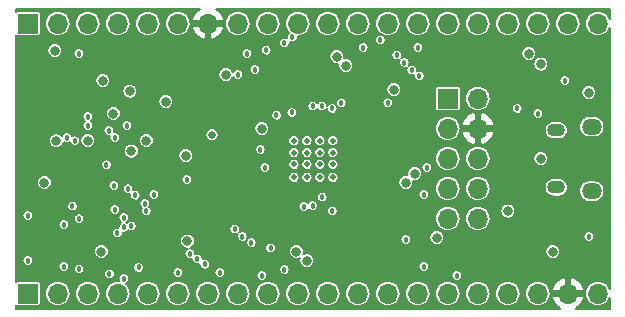
<source format=gbr>
G04 #@! TF.GenerationSoftware,KiCad,Pcbnew,(5.1.4-0-10_14)*
G04 #@! TF.CreationDate,2019-08-31T02:18:22-07:00*
G04 #@! TF.ProjectId,max_breakout,6d61785f-6272-4656-916b-6f75742e6b69,2.0*
G04 #@! TF.SameCoordinates,Original*
G04 #@! TF.FileFunction,Copper,L3,Inr*
G04 #@! TF.FilePolarity,Positive*
%FSLAX46Y46*%
G04 Gerber Fmt 4.6, Leading zero omitted, Abs format (unit mm)*
G04 Created by KiCad (PCBNEW (5.1.4-0-10_14)) date 2019-08-31 02:18:22*
%MOMM*%
%LPD*%
G04 APERTURE LIST*
%ADD10O,1.700000X1.700000*%
%ADD11R,1.700000X1.700000*%
%ADD12C,0.500000*%
%ADD13O,1.700000X1.350000*%
%ADD14O,1.500000X1.100000*%
%ADD15C,0.812800*%
%ADD16C,0.660400*%
%ADD17C,0.457200*%
%ADD18C,0.152400*%
G04 APERTURE END LIST*
D10*
X162306000Y-98044000D03*
X159766000Y-98044000D03*
X157226000Y-98044000D03*
X154686000Y-98044000D03*
X152146000Y-98044000D03*
X149606000Y-98044000D03*
X147066000Y-98044000D03*
X144526000Y-98044000D03*
X141986000Y-98044000D03*
X139446000Y-98044000D03*
X136906000Y-98044000D03*
X134366000Y-98044000D03*
X131826000Y-98044000D03*
X129286000Y-98044000D03*
X126746000Y-98044000D03*
X124206000Y-98044000D03*
X121666000Y-98044000D03*
X119126000Y-98044000D03*
X116586000Y-98044000D03*
D11*
X114046000Y-98044000D03*
D10*
X162306000Y-120904000D03*
X159766000Y-120904000D03*
X157226000Y-120904000D03*
X154686000Y-120904000D03*
X152146000Y-120904000D03*
X149606000Y-120904000D03*
X147066000Y-120904000D03*
X144526000Y-120904000D03*
X141986000Y-120904000D03*
X139446000Y-120904000D03*
X136906000Y-120904000D03*
X134366000Y-120904000D03*
X131826000Y-120904000D03*
X129286000Y-120904000D03*
X126746000Y-120904000D03*
X124206000Y-120904000D03*
X121666000Y-120904000D03*
X119126000Y-120904000D03*
X116586000Y-120904000D03*
D11*
X114046000Y-120904000D03*
D12*
X139876000Y-107974000D03*
X139876000Y-108974000D03*
X139876000Y-109974000D03*
X137676000Y-108974000D03*
X138776000Y-107974000D03*
X139876000Y-111074000D03*
X138776000Y-111074000D03*
X137676000Y-111074000D03*
X136576000Y-111074000D03*
X137676000Y-107974000D03*
X136576000Y-107974000D03*
X136576000Y-109974000D03*
X137676000Y-109974000D03*
X138776000Y-109974000D03*
X138776000Y-108974000D03*
X136576000Y-108974000D03*
D13*
X161782000Y-106769000D03*
X161782000Y-112229000D03*
D14*
X158782000Y-107079000D03*
X158782000Y-111919000D03*
D10*
X152146000Y-114554000D03*
X149606000Y-114554000D03*
X152146000Y-112014000D03*
X149606000Y-112014000D03*
X152146000Y-109474000D03*
X149606000Y-109474000D03*
X152146000Y-106934000D03*
X149606000Y-106934000D03*
X152146000Y-104394000D03*
D11*
X149606000Y-104394000D03*
D15*
X137668000Y-118110000D03*
X140970000Y-101600000D03*
X140208000Y-100838000D03*
X146812000Y-110744000D03*
X121285000Y-105664000D03*
X157480886Y-109476270D03*
X161544000Y-103886000D03*
X157480000Y-101473000D03*
X156464000Y-100584000D03*
X120396000Y-102870000D03*
X133857996Y-106933996D03*
X145034000Y-103632000D03*
X158496000Y-117348000D03*
X136779000Y-117348000D03*
X146050000Y-111505988D03*
X120269000Y-117347986D03*
X122809000Y-108839000D03*
D16*
X129641784Y-107462850D03*
D15*
X119125992Y-107950000D03*
X116459000Y-107971802D03*
X124079000Y-107950000D03*
X154686000Y-113919000D03*
X127557802Y-116459000D03*
X115443000Y-111506000D03*
X127416006Y-109219990D03*
X130810000Y-102362000D03*
X116332000Y-100330000D03*
X148675422Y-116172463D03*
X125729987Y-104647987D03*
D17*
X133858000Y-119380000D03*
X150368000Y-119380000D03*
X147574000Y-112522000D03*
X147828000Y-110236000D03*
X138976000Y-112738000D03*
X135090436Y-105795895D03*
X139816937Y-105232190D03*
X144526000Y-104761380D03*
X140589000Y-104761380D03*
X138938000Y-105029000D03*
X138176000Y-105029000D03*
X136448790Y-99187735D03*
X135763000Y-99694988D03*
X134228175Y-100298331D03*
X132588000Y-100584000D03*
X133265989Y-101938011D03*
X139827000Y-113919000D03*
X132969000Y-116586000D03*
X132207000Y-116078000D03*
X138157483Y-113462165D03*
X122174000Y-119634000D03*
X122174000Y-115279309D03*
X145288000Y-100711000D03*
X143891000Y-99441000D03*
X147066000Y-100076000D03*
X142443210Y-100076000D03*
X146939000Y-108585000D03*
D15*
X115316000Y-112522000D03*
X121793000Y-101473000D03*
X113792000Y-108839000D03*
X114250198Y-109728000D03*
X161544000Y-100965000D03*
X139420590Y-118110000D03*
X128397000Y-108077000D03*
X137566410Y-101600000D03*
X138444000Y-100852000D03*
X145975736Y-113182410D03*
X140207986Y-117348000D03*
X117873640Y-103975800D03*
X153797000Y-108966000D03*
X146050000Y-108077000D03*
X146558000Y-107188000D03*
X143391802Y-114554000D03*
X154050998Y-109982000D03*
X117475000Y-111506000D03*
X145184802Y-108839000D03*
X131064000Y-114300000D03*
X129501925Y-110211297D03*
D17*
X147193000Y-102489000D03*
X146558000Y-101981000D03*
X145923000Y-101346000D03*
X134112000Y-110236000D03*
X137414000Y-113538000D03*
X131572000Y-115443000D03*
X121412000Y-113792000D03*
X126746000Y-119126000D03*
X130302000Y-119126000D03*
X120946915Y-119251171D03*
X135763000Y-118872000D03*
X123418599Y-118694190D03*
X123138664Y-112573336D03*
X134607810Y-117043210D03*
X121630228Y-115772566D03*
X129032000Y-118414779D03*
X118375582Y-114571770D03*
X118375582Y-118821221D03*
X117094000Y-115062000D03*
X128397000Y-117982969D03*
X117094000Y-118618000D03*
X114046000Y-114300000D03*
X127757044Y-117525812D03*
X114046000Y-118110000D03*
X146050000Y-116332000D03*
X155487601Y-105232190D03*
X147574000Y-118618000D03*
X118031298Y-107963342D03*
X161544000Y-116078000D03*
X118364000Y-100584000D03*
X159512000Y-102870000D03*
X136398000Y-105561328D03*
X157226000Y-105664000D03*
X117816801Y-113498801D03*
X119126000Y-106680000D03*
X120904198Y-107111810D03*
X122174000Y-114477787D03*
X119126000Y-105918000D03*
X123952000Y-113284000D03*
X122428000Y-106680000D03*
X117348004Y-107696000D03*
X122529612Y-112037858D03*
X121411974Y-107696000D03*
X127508000Y-111252000D03*
X121320604Y-111771276D03*
X122809000Y-115189000D03*
X124079000Y-113919000D03*
X124714000Y-112522000D03*
X133731000Y-108712000D03*
X120700987Y-110003943D03*
X131826000Y-102362000D03*
D15*
X122682010Y-103775000D03*
D18*
G36*
X128593341Y-96788144D02*
G01*
X128361645Y-96947406D01*
X128165471Y-97148810D01*
X128012359Y-97384615D01*
X127908192Y-97645760D01*
X128008907Y-97866200D01*
X129108200Y-97866200D01*
X129108200Y-97846200D01*
X129463800Y-97846200D01*
X129463800Y-97866200D01*
X130563093Y-97866200D01*
X130663808Y-97645760D01*
X130559641Y-97384615D01*
X130406529Y-97148810D01*
X130210355Y-96947406D01*
X129978659Y-96788144D01*
X129944813Y-96773600D01*
X163322400Y-96773600D01*
X163322400Y-97678963D01*
X163307317Y-97629241D01*
X163207162Y-97441863D01*
X163072375Y-97277625D01*
X162908137Y-97142838D01*
X162720759Y-97042683D01*
X162517442Y-96981007D01*
X162358980Y-96965400D01*
X162253020Y-96965400D01*
X162094558Y-96981007D01*
X161891241Y-97042683D01*
X161703863Y-97142838D01*
X161539625Y-97277625D01*
X161404838Y-97441863D01*
X161304683Y-97629241D01*
X161243007Y-97832558D01*
X161222182Y-98044000D01*
X161243007Y-98255442D01*
X161304683Y-98458759D01*
X161404838Y-98646137D01*
X161539625Y-98810375D01*
X161703863Y-98945162D01*
X161891241Y-99045317D01*
X162094558Y-99106993D01*
X162253020Y-99122600D01*
X162358980Y-99122600D01*
X162517442Y-99106993D01*
X162720759Y-99045317D01*
X162908137Y-98945162D01*
X163072375Y-98810375D01*
X163207162Y-98646137D01*
X163307317Y-98458759D01*
X163322400Y-98409037D01*
X163322401Y-120538966D01*
X163307317Y-120489241D01*
X163207162Y-120301863D01*
X163072375Y-120137625D01*
X162908137Y-120002838D01*
X162720759Y-119902683D01*
X162517442Y-119841007D01*
X162358980Y-119825400D01*
X162253020Y-119825400D01*
X162094558Y-119841007D01*
X161891241Y-119902683D01*
X161703863Y-120002838D01*
X161539625Y-120137625D01*
X161404838Y-120301863D01*
X161304683Y-120489241D01*
X161243007Y-120692558D01*
X161222182Y-120904000D01*
X161243007Y-121115442D01*
X161304683Y-121318759D01*
X161404838Y-121506137D01*
X161539625Y-121670375D01*
X161703863Y-121805162D01*
X161891241Y-121905317D01*
X162094558Y-121966993D01*
X162253020Y-121982600D01*
X162358980Y-121982600D01*
X162517442Y-121966993D01*
X162720759Y-121905317D01*
X162908137Y-121805162D01*
X163072375Y-121670375D01*
X163207162Y-121506137D01*
X163307317Y-121318759D01*
X163322401Y-121269034D01*
X163322401Y-122174400D01*
X160424813Y-122174400D01*
X160458659Y-122159856D01*
X160690355Y-122000594D01*
X160886529Y-121799190D01*
X161039641Y-121563385D01*
X161143808Y-121302240D01*
X161043093Y-121081800D01*
X159943800Y-121081800D01*
X159943800Y-121101800D01*
X159588200Y-121101800D01*
X159588200Y-121081800D01*
X158488907Y-121081800D01*
X158388192Y-121302240D01*
X158492359Y-121563385D01*
X158645471Y-121799190D01*
X158841645Y-122000594D01*
X159073341Y-122159856D01*
X159107187Y-122174400D01*
X113029600Y-122174400D01*
X113029600Y-121911586D01*
X113033573Y-121916427D01*
X113068382Y-121944994D01*
X113108095Y-121966221D01*
X113151187Y-121979292D01*
X113196000Y-121983706D01*
X114896000Y-121983706D01*
X114940813Y-121979292D01*
X114983905Y-121966221D01*
X115023618Y-121944994D01*
X115058427Y-121916427D01*
X115086994Y-121881618D01*
X115108221Y-121841905D01*
X115121292Y-121798813D01*
X115125706Y-121754000D01*
X115125706Y-120904000D01*
X115502182Y-120904000D01*
X115523007Y-121115442D01*
X115584683Y-121318759D01*
X115684838Y-121506137D01*
X115819625Y-121670375D01*
X115983863Y-121805162D01*
X116171241Y-121905317D01*
X116374558Y-121966993D01*
X116533020Y-121982600D01*
X116638980Y-121982600D01*
X116797442Y-121966993D01*
X117000759Y-121905317D01*
X117188137Y-121805162D01*
X117352375Y-121670375D01*
X117487162Y-121506137D01*
X117587317Y-121318759D01*
X117648993Y-121115442D01*
X117669818Y-120904000D01*
X118042182Y-120904000D01*
X118063007Y-121115442D01*
X118124683Y-121318759D01*
X118224838Y-121506137D01*
X118359625Y-121670375D01*
X118523863Y-121805162D01*
X118711241Y-121905317D01*
X118914558Y-121966993D01*
X119073020Y-121982600D01*
X119178980Y-121982600D01*
X119337442Y-121966993D01*
X119540759Y-121905317D01*
X119728137Y-121805162D01*
X119892375Y-121670375D01*
X120027162Y-121506137D01*
X120127317Y-121318759D01*
X120188993Y-121115442D01*
X120209818Y-120904000D01*
X120582182Y-120904000D01*
X120603007Y-121115442D01*
X120664683Y-121318759D01*
X120764838Y-121506137D01*
X120899625Y-121670375D01*
X121063863Y-121805162D01*
X121251241Y-121905317D01*
X121454558Y-121966993D01*
X121613020Y-121982600D01*
X121718980Y-121982600D01*
X121877442Y-121966993D01*
X122080759Y-121905317D01*
X122268137Y-121805162D01*
X122432375Y-121670375D01*
X122567162Y-121506137D01*
X122667317Y-121318759D01*
X122728993Y-121115442D01*
X122749818Y-120904000D01*
X123122182Y-120904000D01*
X123143007Y-121115442D01*
X123204683Y-121318759D01*
X123304838Y-121506137D01*
X123439625Y-121670375D01*
X123603863Y-121805162D01*
X123791241Y-121905317D01*
X123994558Y-121966993D01*
X124153020Y-121982600D01*
X124258980Y-121982600D01*
X124417442Y-121966993D01*
X124620759Y-121905317D01*
X124808137Y-121805162D01*
X124972375Y-121670375D01*
X125107162Y-121506137D01*
X125207317Y-121318759D01*
X125268993Y-121115442D01*
X125289818Y-120904000D01*
X125662182Y-120904000D01*
X125683007Y-121115442D01*
X125744683Y-121318759D01*
X125844838Y-121506137D01*
X125979625Y-121670375D01*
X126143863Y-121805162D01*
X126331241Y-121905317D01*
X126534558Y-121966993D01*
X126693020Y-121982600D01*
X126798980Y-121982600D01*
X126957442Y-121966993D01*
X127160759Y-121905317D01*
X127348137Y-121805162D01*
X127512375Y-121670375D01*
X127647162Y-121506137D01*
X127747317Y-121318759D01*
X127808993Y-121115442D01*
X127829818Y-120904000D01*
X128202182Y-120904000D01*
X128223007Y-121115442D01*
X128284683Y-121318759D01*
X128384838Y-121506137D01*
X128519625Y-121670375D01*
X128683863Y-121805162D01*
X128871241Y-121905317D01*
X129074558Y-121966993D01*
X129233020Y-121982600D01*
X129338980Y-121982600D01*
X129497442Y-121966993D01*
X129700759Y-121905317D01*
X129888137Y-121805162D01*
X130052375Y-121670375D01*
X130187162Y-121506137D01*
X130287317Y-121318759D01*
X130348993Y-121115442D01*
X130369818Y-120904000D01*
X130742182Y-120904000D01*
X130763007Y-121115442D01*
X130824683Y-121318759D01*
X130924838Y-121506137D01*
X131059625Y-121670375D01*
X131223863Y-121805162D01*
X131411241Y-121905317D01*
X131614558Y-121966993D01*
X131773020Y-121982600D01*
X131878980Y-121982600D01*
X132037442Y-121966993D01*
X132240759Y-121905317D01*
X132428137Y-121805162D01*
X132592375Y-121670375D01*
X132727162Y-121506137D01*
X132827317Y-121318759D01*
X132888993Y-121115442D01*
X132909818Y-120904000D01*
X133282182Y-120904000D01*
X133303007Y-121115442D01*
X133364683Y-121318759D01*
X133464838Y-121506137D01*
X133599625Y-121670375D01*
X133763863Y-121805162D01*
X133951241Y-121905317D01*
X134154558Y-121966993D01*
X134313020Y-121982600D01*
X134418980Y-121982600D01*
X134577442Y-121966993D01*
X134780759Y-121905317D01*
X134968137Y-121805162D01*
X135132375Y-121670375D01*
X135267162Y-121506137D01*
X135367317Y-121318759D01*
X135428993Y-121115442D01*
X135449818Y-120904000D01*
X135822182Y-120904000D01*
X135843007Y-121115442D01*
X135904683Y-121318759D01*
X136004838Y-121506137D01*
X136139625Y-121670375D01*
X136303863Y-121805162D01*
X136491241Y-121905317D01*
X136694558Y-121966993D01*
X136853020Y-121982600D01*
X136958980Y-121982600D01*
X137117442Y-121966993D01*
X137320759Y-121905317D01*
X137508137Y-121805162D01*
X137672375Y-121670375D01*
X137807162Y-121506137D01*
X137907317Y-121318759D01*
X137968993Y-121115442D01*
X137989818Y-120904000D01*
X138362182Y-120904000D01*
X138383007Y-121115442D01*
X138444683Y-121318759D01*
X138544838Y-121506137D01*
X138679625Y-121670375D01*
X138843863Y-121805162D01*
X139031241Y-121905317D01*
X139234558Y-121966993D01*
X139393020Y-121982600D01*
X139498980Y-121982600D01*
X139657442Y-121966993D01*
X139860759Y-121905317D01*
X140048137Y-121805162D01*
X140212375Y-121670375D01*
X140347162Y-121506137D01*
X140447317Y-121318759D01*
X140508993Y-121115442D01*
X140529818Y-120904000D01*
X140902182Y-120904000D01*
X140923007Y-121115442D01*
X140984683Y-121318759D01*
X141084838Y-121506137D01*
X141219625Y-121670375D01*
X141383863Y-121805162D01*
X141571241Y-121905317D01*
X141774558Y-121966993D01*
X141933020Y-121982600D01*
X142038980Y-121982600D01*
X142197442Y-121966993D01*
X142400759Y-121905317D01*
X142588137Y-121805162D01*
X142752375Y-121670375D01*
X142887162Y-121506137D01*
X142987317Y-121318759D01*
X143048993Y-121115442D01*
X143069818Y-120904000D01*
X143442182Y-120904000D01*
X143463007Y-121115442D01*
X143524683Y-121318759D01*
X143624838Y-121506137D01*
X143759625Y-121670375D01*
X143923863Y-121805162D01*
X144111241Y-121905317D01*
X144314558Y-121966993D01*
X144473020Y-121982600D01*
X144578980Y-121982600D01*
X144737442Y-121966993D01*
X144940759Y-121905317D01*
X145128137Y-121805162D01*
X145292375Y-121670375D01*
X145427162Y-121506137D01*
X145527317Y-121318759D01*
X145588993Y-121115442D01*
X145609818Y-120904000D01*
X145982182Y-120904000D01*
X146003007Y-121115442D01*
X146064683Y-121318759D01*
X146164838Y-121506137D01*
X146299625Y-121670375D01*
X146463863Y-121805162D01*
X146651241Y-121905317D01*
X146854558Y-121966993D01*
X147013020Y-121982600D01*
X147118980Y-121982600D01*
X147277442Y-121966993D01*
X147480759Y-121905317D01*
X147668137Y-121805162D01*
X147832375Y-121670375D01*
X147967162Y-121506137D01*
X148067317Y-121318759D01*
X148128993Y-121115442D01*
X148149818Y-120904000D01*
X148522182Y-120904000D01*
X148543007Y-121115442D01*
X148604683Y-121318759D01*
X148704838Y-121506137D01*
X148839625Y-121670375D01*
X149003863Y-121805162D01*
X149191241Y-121905317D01*
X149394558Y-121966993D01*
X149553020Y-121982600D01*
X149658980Y-121982600D01*
X149817442Y-121966993D01*
X150020759Y-121905317D01*
X150208137Y-121805162D01*
X150372375Y-121670375D01*
X150507162Y-121506137D01*
X150607317Y-121318759D01*
X150668993Y-121115442D01*
X150689818Y-120904000D01*
X151062182Y-120904000D01*
X151083007Y-121115442D01*
X151144683Y-121318759D01*
X151244838Y-121506137D01*
X151379625Y-121670375D01*
X151543863Y-121805162D01*
X151731241Y-121905317D01*
X151934558Y-121966993D01*
X152093020Y-121982600D01*
X152198980Y-121982600D01*
X152357442Y-121966993D01*
X152560759Y-121905317D01*
X152748137Y-121805162D01*
X152912375Y-121670375D01*
X153047162Y-121506137D01*
X153147317Y-121318759D01*
X153208993Y-121115442D01*
X153229818Y-120904000D01*
X153602182Y-120904000D01*
X153623007Y-121115442D01*
X153684683Y-121318759D01*
X153784838Y-121506137D01*
X153919625Y-121670375D01*
X154083863Y-121805162D01*
X154271241Y-121905317D01*
X154474558Y-121966993D01*
X154633020Y-121982600D01*
X154738980Y-121982600D01*
X154897442Y-121966993D01*
X155100759Y-121905317D01*
X155288137Y-121805162D01*
X155452375Y-121670375D01*
X155587162Y-121506137D01*
X155687317Y-121318759D01*
X155748993Y-121115442D01*
X155769818Y-120904000D01*
X156142182Y-120904000D01*
X156163007Y-121115442D01*
X156224683Y-121318759D01*
X156324838Y-121506137D01*
X156459625Y-121670375D01*
X156623863Y-121805162D01*
X156811241Y-121905317D01*
X157014558Y-121966993D01*
X157173020Y-121982600D01*
X157278980Y-121982600D01*
X157437442Y-121966993D01*
X157640759Y-121905317D01*
X157828137Y-121805162D01*
X157992375Y-121670375D01*
X158127162Y-121506137D01*
X158227317Y-121318759D01*
X158288993Y-121115442D01*
X158309818Y-120904000D01*
X158288993Y-120692558D01*
X158232329Y-120505760D01*
X158388192Y-120505760D01*
X158488907Y-120726200D01*
X159588200Y-120726200D01*
X159588200Y-119628180D01*
X159943800Y-119628180D01*
X159943800Y-120726200D01*
X161043093Y-120726200D01*
X161143808Y-120505760D01*
X161039641Y-120244615D01*
X160886529Y-120008810D01*
X160690355Y-119807406D01*
X160458659Y-119648144D01*
X160200344Y-119537144D01*
X160164239Y-119526199D01*
X159943800Y-119628180D01*
X159588200Y-119628180D01*
X159367761Y-119526199D01*
X159331656Y-119537144D01*
X159073341Y-119648144D01*
X158841645Y-119807406D01*
X158645471Y-120008810D01*
X158492359Y-120244615D01*
X158388192Y-120505760D01*
X158232329Y-120505760D01*
X158227317Y-120489241D01*
X158127162Y-120301863D01*
X157992375Y-120137625D01*
X157828137Y-120002838D01*
X157640759Y-119902683D01*
X157437442Y-119841007D01*
X157278980Y-119825400D01*
X157173020Y-119825400D01*
X157014558Y-119841007D01*
X156811241Y-119902683D01*
X156623863Y-120002838D01*
X156459625Y-120137625D01*
X156324838Y-120301863D01*
X156224683Y-120489241D01*
X156163007Y-120692558D01*
X156142182Y-120904000D01*
X155769818Y-120904000D01*
X155748993Y-120692558D01*
X155687317Y-120489241D01*
X155587162Y-120301863D01*
X155452375Y-120137625D01*
X155288137Y-120002838D01*
X155100759Y-119902683D01*
X154897442Y-119841007D01*
X154738980Y-119825400D01*
X154633020Y-119825400D01*
X154474558Y-119841007D01*
X154271241Y-119902683D01*
X154083863Y-120002838D01*
X153919625Y-120137625D01*
X153784838Y-120301863D01*
X153684683Y-120489241D01*
X153623007Y-120692558D01*
X153602182Y-120904000D01*
X153229818Y-120904000D01*
X153208993Y-120692558D01*
X153147317Y-120489241D01*
X153047162Y-120301863D01*
X152912375Y-120137625D01*
X152748137Y-120002838D01*
X152560759Y-119902683D01*
X152357442Y-119841007D01*
X152198980Y-119825400D01*
X152093020Y-119825400D01*
X151934558Y-119841007D01*
X151731241Y-119902683D01*
X151543863Y-120002838D01*
X151379625Y-120137625D01*
X151244838Y-120301863D01*
X151144683Y-120489241D01*
X151083007Y-120692558D01*
X151062182Y-120904000D01*
X150689818Y-120904000D01*
X150668993Y-120692558D01*
X150607317Y-120489241D01*
X150507162Y-120301863D01*
X150372375Y-120137625D01*
X150208137Y-120002838D01*
X150020759Y-119902683D01*
X149817442Y-119841007D01*
X149658980Y-119825400D01*
X149553020Y-119825400D01*
X149394558Y-119841007D01*
X149191241Y-119902683D01*
X149003863Y-120002838D01*
X148839625Y-120137625D01*
X148704838Y-120301863D01*
X148604683Y-120489241D01*
X148543007Y-120692558D01*
X148522182Y-120904000D01*
X148149818Y-120904000D01*
X148128993Y-120692558D01*
X148067317Y-120489241D01*
X147967162Y-120301863D01*
X147832375Y-120137625D01*
X147668137Y-120002838D01*
X147480759Y-119902683D01*
X147277442Y-119841007D01*
X147118980Y-119825400D01*
X147013020Y-119825400D01*
X146854558Y-119841007D01*
X146651241Y-119902683D01*
X146463863Y-120002838D01*
X146299625Y-120137625D01*
X146164838Y-120301863D01*
X146064683Y-120489241D01*
X146003007Y-120692558D01*
X145982182Y-120904000D01*
X145609818Y-120904000D01*
X145588993Y-120692558D01*
X145527317Y-120489241D01*
X145427162Y-120301863D01*
X145292375Y-120137625D01*
X145128137Y-120002838D01*
X144940759Y-119902683D01*
X144737442Y-119841007D01*
X144578980Y-119825400D01*
X144473020Y-119825400D01*
X144314558Y-119841007D01*
X144111241Y-119902683D01*
X143923863Y-120002838D01*
X143759625Y-120137625D01*
X143624838Y-120301863D01*
X143524683Y-120489241D01*
X143463007Y-120692558D01*
X143442182Y-120904000D01*
X143069818Y-120904000D01*
X143048993Y-120692558D01*
X142987317Y-120489241D01*
X142887162Y-120301863D01*
X142752375Y-120137625D01*
X142588137Y-120002838D01*
X142400759Y-119902683D01*
X142197442Y-119841007D01*
X142038980Y-119825400D01*
X141933020Y-119825400D01*
X141774558Y-119841007D01*
X141571241Y-119902683D01*
X141383863Y-120002838D01*
X141219625Y-120137625D01*
X141084838Y-120301863D01*
X140984683Y-120489241D01*
X140923007Y-120692558D01*
X140902182Y-120904000D01*
X140529818Y-120904000D01*
X140508993Y-120692558D01*
X140447317Y-120489241D01*
X140347162Y-120301863D01*
X140212375Y-120137625D01*
X140048137Y-120002838D01*
X139860759Y-119902683D01*
X139657442Y-119841007D01*
X139498980Y-119825400D01*
X139393020Y-119825400D01*
X139234558Y-119841007D01*
X139031241Y-119902683D01*
X138843863Y-120002838D01*
X138679625Y-120137625D01*
X138544838Y-120301863D01*
X138444683Y-120489241D01*
X138383007Y-120692558D01*
X138362182Y-120904000D01*
X137989818Y-120904000D01*
X137968993Y-120692558D01*
X137907317Y-120489241D01*
X137807162Y-120301863D01*
X137672375Y-120137625D01*
X137508137Y-120002838D01*
X137320759Y-119902683D01*
X137117442Y-119841007D01*
X136958980Y-119825400D01*
X136853020Y-119825400D01*
X136694558Y-119841007D01*
X136491241Y-119902683D01*
X136303863Y-120002838D01*
X136139625Y-120137625D01*
X136004838Y-120301863D01*
X135904683Y-120489241D01*
X135843007Y-120692558D01*
X135822182Y-120904000D01*
X135449818Y-120904000D01*
X135428993Y-120692558D01*
X135367317Y-120489241D01*
X135267162Y-120301863D01*
X135132375Y-120137625D01*
X134968137Y-120002838D01*
X134780759Y-119902683D01*
X134577442Y-119841007D01*
X134418980Y-119825400D01*
X134313020Y-119825400D01*
X134154558Y-119841007D01*
X133951241Y-119902683D01*
X133763863Y-120002838D01*
X133599625Y-120137625D01*
X133464838Y-120301863D01*
X133364683Y-120489241D01*
X133303007Y-120692558D01*
X133282182Y-120904000D01*
X132909818Y-120904000D01*
X132888993Y-120692558D01*
X132827317Y-120489241D01*
X132727162Y-120301863D01*
X132592375Y-120137625D01*
X132428137Y-120002838D01*
X132240759Y-119902683D01*
X132037442Y-119841007D01*
X131878980Y-119825400D01*
X131773020Y-119825400D01*
X131614558Y-119841007D01*
X131411241Y-119902683D01*
X131223863Y-120002838D01*
X131059625Y-120137625D01*
X130924838Y-120301863D01*
X130824683Y-120489241D01*
X130763007Y-120692558D01*
X130742182Y-120904000D01*
X130369818Y-120904000D01*
X130348993Y-120692558D01*
X130287317Y-120489241D01*
X130187162Y-120301863D01*
X130052375Y-120137625D01*
X129888137Y-120002838D01*
X129700759Y-119902683D01*
X129497442Y-119841007D01*
X129338980Y-119825400D01*
X129233020Y-119825400D01*
X129074558Y-119841007D01*
X128871241Y-119902683D01*
X128683863Y-120002838D01*
X128519625Y-120137625D01*
X128384838Y-120301863D01*
X128284683Y-120489241D01*
X128223007Y-120692558D01*
X128202182Y-120904000D01*
X127829818Y-120904000D01*
X127808993Y-120692558D01*
X127747317Y-120489241D01*
X127647162Y-120301863D01*
X127512375Y-120137625D01*
X127348137Y-120002838D01*
X127160759Y-119902683D01*
X126957442Y-119841007D01*
X126798980Y-119825400D01*
X126693020Y-119825400D01*
X126534558Y-119841007D01*
X126331241Y-119902683D01*
X126143863Y-120002838D01*
X125979625Y-120137625D01*
X125844838Y-120301863D01*
X125744683Y-120489241D01*
X125683007Y-120692558D01*
X125662182Y-120904000D01*
X125289818Y-120904000D01*
X125268993Y-120692558D01*
X125207317Y-120489241D01*
X125107162Y-120301863D01*
X124972375Y-120137625D01*
X124808137Y-120002838D01*
X124620759Y-119902683D01*
X124417442Y-119841007D01*
X124258980Y-119825400D01*
X124153020Y-119825400D01*
X123994558Y-119841007D01*
X123791241Y-119902683D01*
X123603863Y-120002838D01*
X123439625Y-120137625D01*
X123304838Y-120301863D01*
X123204683Y-120489241D01*
X123143007Y-120692558D01*
X123122182Y-120904000D01*
X122749818Y-120904000D01*
X122728993Y-120692558D01*
X122667317Y-120489241D01*
X122567162Y-120301863D01*
X122432375Y-120137625D01*
X122338620Y-120060682D01*
X122390565Y-120039165D01*
X122465448Y-119989130D01*
X122529130Y-119925448D01*
X122579165Y-119850565D01*
X122613630Y-119767360D01*
X122631200Y-119679030D01*
X122631200Y-119588970D01*
X122613630Y-119500640D01*
X122579165Y-119417435D01*
X122529130Y-119342552D01*
X122465448Y-119278870D01*
X122390565Y-119228835D01*
X122307360Y-119194370D01*
X122219030Y-119176800D01*
X122128970Y-119176800D01*
X122040640Y-119194370D01*
X121957435Y-119228835D01*
X121882552Y-119278870D01*
X121818870Y-119342552D01*
X121768835Y-119417435D01*
X121734370Y-119500640D01*
X121716800Y-119588970D01*
X121716800Y-119679030D01*
X121734370Y-119767360D01*
X121760088Y-119829449D01*
X121718980Y-119825400D01*
X121613020Y-119825400D01*
X121454558Y-119841007D01*
X121251241Y-119902683D01*
X121063863Y-120002838D01*
X120899625Y-120137625D01*
X120764838Y-120301863D01*
X120664683Y-120489241D01*
X120603007Y-120692558D01*
X120582182Y-120904000D01*
X120209818Y-120904000D01*
X120188993Y-120692558D01*
X120127317Y-120489241D01*
X120027162Y-120301863D01*
X119892375Y-120137625D01*
X119728137Y-120002838D01*
X119540759Y-119902683D01*
X119337442Y-119841007D01*
X119178980Y-119825400D01*
X119073020Y-119825400D01*
X118914558Y-119841007D01*
X118711241Y-119902683D01*
X118523863Y-120002838D01*
X118359625Y-120137625D01*
X118224838Y-120301863D01*
X118124683Y-120489241D01*
X118063007Y-120692558D01*
X118042182Y-120904000D01*
X117669818Y-120904000D01*
X117648993Y-120692558D01*
X117587317Y-120489241D01*
X117487162Y-120301863D01*
X117352375Y-120137625D01*
X117188137Y-120002838D01*
X117000759Y-119902683D01*
X116797442Y-119841007D01*
X116638980Y-119825400D01*
X116533020Y-119825400D01*
X116374558Y-119841007D01*
X116171241Y-119902683D01*
X115983863Y-120002838D01*
X115819625Y-120137625D01*
X115684838Y-120301863D01*
X115584683Y-120489241D01*
X115523007Y-120692558D01*
X115502182Y-120904000D01*
X115125706Y-120904000D01*
X115125706Y-120054000D01*
X115121292Y-120009187D01*
X115108221Y-119966095D01*
X115086994Y-119926382D01*
X115058427Y-119891573D01*
X115023618Y-119863006D01*
X114983905Y-119841779D01*
X114940813Y-119828708D01*
X114896000Y-119824294D01*
X113196000Y-119824294D01*
X113151187Y-119828708D01*
X113108095Y-119841779D01*
X113068382Y-119863006D01*
X113033573Y-119891573D01*
X113029600Y-119896414D01*
X113029600Y-118572970D01*
X116636800Y-118572970D01*
X116636800Y-118663030D01*
X116654370Y-118751360D01*
X116688835Y-118834565D01*
X116738870Y-118909448D01*
X116802552Y-118973130D01*
X116877435Y-119023165D01*
X116960640Y-119057630D01*
X117048970Y-119075200D01*
X117139030Y-119075200D01*
X117227360Y-119057630D01*
X117310565Y-119023165D01*
X117385448Y-118973130D01*
X117449130Y-118909448D01*
X117499165Y-118834565D01*
X117523344Y-118776191D01*
X117918382Y-118776191D01*
X117918382Y-118866251D01*
X117935952Y-118954581D01*
X117970417Y-119037786D01*
X118020452Y-119112669D01*
X118084134Y-119176351D01*
X118159017Y-119226386D01*
X118242222Y-119260851D01*
X118330552Y-119278421D01*
X118420612Y-119278421D01*
X118508942Y-119260851D01*
X118592147Y-119226386D01*
X118622445Y-119206141D01*
X120489715Y-119206141D01*
X120489715Y-119296201D01*
X120507285Y-119384531D01*
X120541750Y-119467736D01*
X120591785Y-119542619D01*
X120655467Y-119606301D01*
X120730350Y-119656336D01*
X120813555Y-119690801D01*
X120901885Y-119708371D01*
X120991945Y-119708371D01*
X121080275Y-119690801D01*
X121163480Y-119656336D01*
X121238363Y-119606301D01*
X121302045Y-119542619D01*
X121352080Y-119467736D01*
X121386545Y-119384531D01*
X121404115Y-119296201D01*
X121404115Y-119206141D01*
X121386545Y-119117811D01*
X121352080Y-119034606D01*
X121302045Y-118959723D01*
X121238363Y-118896041D01*
X121163480Y-118846006D01*
X121080275Y-118811541D01*
X120991945Y-118793971D01*
X120901885Y-118793971D01*
X120813555Y-118811541D01*
X120730350Y-118846006D01*
X120655467Y-118896041D01*
X120591785Y-118959723D01*
X120541750Y-119034606D01*
X120507285Y-119117811D01*
X120489715Y-119206141D01*
X118622445Y-119206141D01*
X118667030Y-119176351D01*
X118730712Y-119112669D01*
X118780747Y-119037786D01*
X118815212Y-118954581D01*
X118832782Y-118866251D01*
X118832782Y-118776191D01*
X118815212Y-118687861D01*
X118799182Y-118649160D01*
X122961399Y-118649160D01*
X122961399Y-118739220D01*
X122978969Y-118827550D01*
X123013434Y-118910755D01*
X123063469Y-118985638D01*
X123127151Y-119049320D01*
X123202034Y-119099355D01*
X123285239Y-119133820D01*
X123373569Y-119151390D01*
X123463629Y-119151390D01*
X123551959Y-119133820D01*
X123635164Y-119099355D01*
X123662679Y-119080970D01*
X126288800Y-119080970D01*
X126288800Y-119171030D01*
X126306370Y-119259360D01*
X126340835Y-119342565D01*
X126390870Y-119417448D01*
X126454552Y-119481130D01*
X126529435Y-119531165D01*
X126612640Y-119565630D01*
X126700970Y-119583200D01*
X126791030Y-119583200D01*
X126879360Y-119565630D01*
X126962565Y-119531165D01*
X127037448Y-119481130D01*
X127101130Y-119417448D01*
X127151165Y-119342565D01*
X127185630Y-119259360D01*
X127203200Y-119171030D01*
X127203200Y-119080970D01*
X129844800Y-119080970D01*
X129844800Y-119171030D01*
X129862370Y-119259360D01*
X129896835Y-119342565D01*
X129946870Y-119417448D01*
X130010552Y-119481130D01*
X130085435Y-119531165D01*
X130168640Y-119565630D01*
X130256970Y-119583200D01*
X130347030Y-119583200D01*
X130435360Y-119565630D01*
X130518565Y-119531165D01*
X130593448Y-119481130D01*
X130657130Y-119417448D01*
X130707165Y-119342565D01*
X130710310Y-119334970D01*
X133400800Y-119334970D01*
X133400800Y-119425030D01*
X133418370Y-119513360D01*
X133452835Y-119596565D01*
X133502870Y-119671448D01*
X133566552Y-119735130D01*
X133641435Y-119785165D01*
X133724640Y-119819630D01*
X133812970Y-119837200D01*
X133903030Y-119837200D01*
X133991360Y-119819630D01*
X134074565Y-119785165D01*
X134149448Y-119735130D01*
X134213130Y-119671448D01*
X134263165Y-119596565D01*
X134297630Y-119513360D01*
X134315200Y-119425030D01*
X134315200Y-119334970D01*
X149910800Y-119334970D01*
X149910800Y-119425030D01*
X149928370Y-119513360D01*
X149962835Y-119596565D01*
X150012870Y-119671448D01*
X150076552Y-119735130D01*
X150151435Y-119785165D01*
X150234640Y-119819630D01*
X150322970Y-119837200D01*
X150413030Y-119837200D01*
X150501360Y-119819630D01*
X150584565Y-119785165D01*
X150659448Y-119735130D01*
X150723130Y-119671448D01*
X150773165Y-119596565D01*
X150807630Y-119513360D01*
X150825200Y-119425030D01*
X150825200Y-119334970D01*
X150807630Y-119246640D01*
X150773165Y-119163435D01*
X150723130Y-119088552D01*
X150659448Y-119024870D01*
X150584565Y-118974835D01*
X150501360Y-118940370D01*
X150413030Y-118922800D01*
X150322970Y-118922800D01*
X150234640Y-118940370D01*
X150151435Y-118974835D01*
X150076552Y-119024870D01*
X150012870Y-119088552D01*
X149962835Y-119163435D01*
X149928370Y-119246640D01*
X149910800Y-119334970D01*
X134315200Y-119334970D01*
X134297630Y-119246640D01*
X134263165Y-119163435D01*
X134213130Y-119088552D01*
X134149448Y-119024870D01*
X134074565Y-118974835D01*
X133991360Y-118940370D01*
X133903030Y-118922800D01*
X133812970Y-118922800D01*
X133724640Y-118940370D01*
X133641435Y-118974835D01*
X133566552Y-119024870D01*
X133502870Y-119088552D01*
X133452835Y-119163435D01*
X133418370Y-119246640D01*
X133400800Y-119334970D01*
X130710310Y-119334970D01*
X130741630Y-119259360D01*
X130759200Y-119171030D01*
X130759200Y-119080970D01*
X130741630Y-118992640D01*
X130707165Y-118909435D01*
X130657130Y-118834552D01*
X130649548Y-118826970D01*
X135305800Y-118826970D01*
X135305800Y-118917030D01*
X135323370Y-119005360D01*
X135357835Y-119088565D01*
X135407870Y-119163448D01*
X135471552Y-119227130D01*
X135546435Y-119277165D01*
X135629640Y-119311630D01*
X135717970Y-119329200D01*
X135808030Y-119329200D01*
X135896360Y-119311630D01*
X135979565Y-119277165D01*
X136054448Y-119227130D01*
X136118130Y-119163448D01*
X136168165Y-119088565D01*
X136202630Y-119005360D01*
X136220200Y-118917030D01*
X136220200Y-118826970D01*
X136202630Y-118738640D01*
X136168165Y-118655435D01*
X136118130Y-118580552D01*
X136054448Y-118516870D01*
X135979565Y-118466835D01*
X135896360Y-118432370D01*
X135808030Y-118414800D01*
X135717970Y-118414800D01*
X135629640Y-118432370D01*
X135546435Y-118466835D01*
X135471552Y-118516870D01*
X135407870Y-118580552D01*
X135357835Y-118655435D01*
X135323370Y-118738640D01*
X135305800Y-118826970D01*
X130649548Y-118826970D01*
X130593448Y-118770870D01*
X130518565Y-118720835D01*
X130435360Y-118686370D01*
X130347030Y-118668800D01*
X130256970Y-118668800D01*
X130168640Y-118686370D01*
X130085435Y-118720835D01*
X130010552Y-118770870D01*
X129946870Y-118834552D01*
X129896835Y-118909435D01*
X129862370Y-118992640D01*
X129844800Y-119080970D01*
X127203200Y-119080970D01*
X127185630Y-118992640D01*
X127151165Y-118909435D01*
X127101130Y-118834552D01*
X127037448Y-118770870D01*
X126962565Y-118720835D01*
X126879360Y-118686370D01*
X126791030Y-118668800D01*
X126700970Y-118668800D01*
X126612640Y-118686370D01*
X126529435Y-118720835D01*
X126454552Y-118770870D01*
X126390870Y-118834552D01*
X126340835Y-118909435D01*
X126306370Y-118992640D01*
X126288800Y-119080970D01*
X123662679Y-119080970D01*
X123710047Y-119049320D01*
X123773729Y-118985638D01*
X123823764Y-118910755D01*
X123858229Y-118827550D01*
X123875799Y-118739220D01*
X123875799Y-118649160D01*
X123858229Y-118560830D01*
X123823764Y-118477625D01*
X123773729Y-118402742D01*
X123710047Y-118339060D01*
X123635164Y-118289025D01*
X123551959Y-118254560D01*
X123463629Y-118236990D01*
X123373569Y-118236990D01*
X123285239Y-118254560D01*
X123202034Y-118289025D01*
X123127151Y-118339060D01*
X123063469Y-118402742D01*
X123013434Y-118477625D01*
X122978969Y-118560830D01*
X122961399Y-118649160D01*
X118799182Y-118649160D01*
X118780747Y-118604656D01*
X118730712Y-118529773D01*
X118667030Y-118466091D01*
X118592147Y-118416056D01*
X118508942Y-118381591D01*
X118420612Y-118364021D01*
X118330552Y-118364021D01*
X118242222Y-118381591D01*
X118159017Y-118416056D01*
X118084134Y-118466091D01*
X118020452Y-118529773D01*
X117970417Y-118604656D01*
X117935952Y-118687861D01*
X117918382Y-118776191D01*
X117523344Y-118776191D01*
X117533630Y-118751360D01*
X117551200Y-118663030D01*
X117551200Y-118572970D01*
X117533630Y-118484640D01*
X117499165Y-118401435D01*
X117449130Y-118326552D01*
X117385448Y-118262870D01*
X117310565Y-118212835D01*
X117227360Y-118178370D01*
X117139030Y-118160800D01*
X117048970Y-118160800D01*
X116960640Y-118178370D01*
X116877435Y-118212835D01*
X116802552Y-118262870D01*
X116738870Y-118326552D01*
X116688835Y-118401435D01*
X116654370Y-118484640D01*
X116636800Y-118572970D01*
X113029600Y-118572970D01*
X113029600Y-118064970D01*
X113588800Y-118064970D01*
X113588800Y-118155030D01*
X113606370Y-118243360D01*
X113640835Y-118326565D01*
X113690870Y-118401448D01*
X113754552Y-118465130D01*
X113829435Y-118515165D01*
X113912640Y-118549630D01*
X114000970Y-118567200D01*
X114091030Y-118567200D01*
X114179360Y-118549630D01*
X114262565Y-118515165D01*
X114337448Y-118465130D01*
X114401130Y-118401448D01*
X114451165Y-118326565D01*
X114485630Y-118243360D01*
X114503200Y-118155030D01*
X114503200Y-118064970D01*
X114485630Y-117976640D01*
X114451165Y-117893435D01*
X114401130Y-117818552D01*
X114337448Y-117754870D01*
X114262565Y-117704835D01*
X114179360Y-117670370D01*
X114091030Y-117652800D01*
X114000970Y-117652800D01*
X113912640Y-117670370D01*
X113829435Y-117704835D01*
X113754552Y-117754870D01*
X113690870Y-117818552D01*
X113640835Y-117893435D01*
X113606370Y-117976640D01*
X113588800Y-118064970D01*
X113029600Y-118064970D01*
X113029600Y-117285444D01*
X119634000Y-117285444D01*
X119634000Y-117410528D01*
X119658403Y-117533209D01*
X119706271Y-117648771D01*
X119775764Y-117752775D01*
X119864211Y-117841222D01*
X119968215Y-117910715D01*
X120083777Y-117958583D01*
X120206458Y-117982986D01*
X120331542Y-117982986D01*
X120454223Y-117958583D01*
X120569785Y-117910715D01*
X120673789Y-117841222D01*
X120762236Y-117752775D01*
X120831729Y-117648771D01*
X120879597Y-117533209D01*
X120904000Y-117410528D01*
X120904000Y-117285444D01*
X120879597Y-117162763D01*
X120831729Y-117047201D01*
X120762236Y-116943197D01*
X120673789Y-116854750D01*
X120569785Y-116785257D01*
X120454223Y-116737389D01*
X120331542Y-116712986D01*
X120206458Y-116712986D01*
X120083777Y-116737389D01*
X119968215Y-116785257D01*
X119864211Y-116854750D01*
X119775764Y-116943197D01*
X119706271Y-117047201D01*
X119658403Y-117162763D01*
X119634000Y-117285444D01*
X113029600Y-117285444D01*
X113029600Y-116396458D01*
X126922802Y-116396458D01*
X126922802Y-116521542D01*
X126947205Y-116644223D01*
X126995073Y-116759785D01*
X127064566Y-116863789D01*
X127153013Y-116952236D01*
X127257017Y-117021729D01*
X127372579Y-117069597D01*
X127495260Y-117094000D01*
X127604810Y-117094000D01*
X127540479Y-117120647D01*
X127465596Y-117170682D01*
X127401914Y-117234364D01*
X127351879Y-117309247D01*
X127317414Y-117392452D01*
X127299844Y-117480782D01*
X127299844Y-117570842D01*
X127317414Y-117659172D01*
X127351879Y-117742377D01*
X127401914Y-117817260D01*
X127465596Y-117880942D01*
X127540479Y-117930977D01*
X127623684Y-117965442D01*
X127712014Y-117983012D01*
X127802074Y-117983012D01*
X127890404Y-117965442D01*
X127939800Y-117944981D01*
X127939800Y-118027999D01*
X127957370Y-118116329D01*
X127991835Y-118199534D01*
X128041870Y-118274417D01*
X128105552Y-118338099D01*
X128180435Y-118388134D01*
X128263640Y-118422599D01*
X128351970Y-118440169D01*
X128442030Y-118440169D01*
X128530360Y-118422599D01*
X128574800Y-118404191D01*
X128574800Y-118459809D01*
X128592370Y-118548139D01*
X128626835Y-118631344D01*
X128676870Y-118706227D01*
X128740552Y-118769909D01*
X128815435Y-118819944D01*
X128898640Y-118854409D01*
X128986970Y-118871979D01*
X129077030Y-118871979D01*
X129165360Y-118854409D01*
X129248565Y-118819944D01*
X129323448Y-118769909D01*
X129387130Y-118706227D01*
X129437165Y-118631344D01*
X129471630Y-118548139D01*
X129489200Y-118459809D01*
X129489200Y-118369749D01*
X129471630Y-118281419D01*
X129437165Y-118198214D01*
X129387130Y-118123331D01*
X129323448Y-118059649D01*
X129248565Y-118009614D01*
X129165360Y-117975149D01*
X129077030Y-117957579D01*
X128986970Y-117957579D01*
X128898640Y-117975149D01*
X128854200Y-117993557D01*
X128854200Y-117937939D01*
X128836630Y-117849609D01*
X128802165Y-117766404D01*
X128752130Y-117691521D01*
X128688448Y-117627839D01*
X128613565Y-117577804D01*
X128530360Y-117543339D01*
X128442030Y-117525769D01*
X128351970Y-117525769D01*
X128263640Y-117543339D01*
X128214244Y-117563800D01*
X128214244Y-117480782D01*
X128196674Y-117392452D01*
X128162209Y-117309247D01*
X128112174Y-117234364D01*
X128048492Y-117170682D01*
X127973609Y-117120647D01*
X127890404Y-117086182D01*
X127802074Y-117068612D01*
X127745403Y-117068612D01*
X127858587Y-117021729D01*
X127962591Y-116952236D01*
X128051038Y-116863789D01*
X128120531Y-116759785D01*
X128168399Y-116644223D01*
X128188937Y-116540970D01*
X132511800Y-116540970D01*
X132511800Y-116631030D01*
X132529370Y-116719360D01*
X132563835Y-116802565D01*
X132613870Y-116877448D01*
X132677552Y-116941130D01*
X132752435Y-116991165D01*
X132835640Y-117025630D01*
X132923970Y-117043200D01*
X133014030Y-117043200D01*
X133102360Y-117025630D01*
X133168629Y-116998180D01*
X134150610Y-116998180D01*
X134150610Y-117088240D01*
X134168180Y-117176570D01*
X134202645Y-117259775D01*
X134252680Y-117334658D01*
X134316362Y-117398340D01*
X134391245Y-117448375D01*
X134474450Y-117482840D01*
X134562780Y-117500410D01*
X134652840Y-117500410D01*
X134741170Y-117482840D01*
X134824375Y-117448375D01*
X134899258Y-117398340D01*
X134962940Y-117334658D01*
X134995814Y-117285458D01*
X136144000Y-117285458D01*
X136144000Y-117410542D01*
X136168403Y-117533223D01*
X136216271Y-117648785D01*
X136285764Y-117752789D01*
X136374211Y-117841236D01*
X136478215Y-117910729D01*
X136593777Y-117958597D01*
X136716458Y-117983000D01*
X136841542Y-117983000D01*
X136964223Y-117958597D01*
X137059792Y-117919011D01*
X137057403Y-117924777D01*
X137033000Y-118047458D01*
X137033000Y-118172542D01*
X137057403Y-118295223D01*
X137105271Y-118410785D01*
X137174764Y-118514789D01*
X137263211Y-118603236D01*
X137367215Y-118672729D01*
X137482777Y-118720597D01*
X137605458Y-118745000D01*
X137730542Y-118745000D01*
X137853223Y-118720597D01*
X137968785Y-118672729D01*
X138072789Y-118603236D01*
X138103055Y-118572970D01*
X147116800Y-118572970D01*
X147116800Y-118663030D01*
X147134370Y-118751360D01*
X147168835Y-118834565D01*
X147218870Y-118909448D01*
X147282552Y-118973130D01*
X147357435Y-119023165D01*
X147440640Y-119057630D01*
X147528970Y-119075200D01*
X147619030Y-119075200D01*
X147707360Y-119057630D01*
X147790565Y-119023165D01*
X147865448Y-118973130D01*
X147929130Y-118909448D01*
X147979165Y-118834565D01*
X148013630Y-118751360D01*
X148031200Y-118663030D01*
X148031200Y-118572970D01*
X148013630Y-118484640D01*
X147979165Y-118401435D01*
X147929130Y-118326552D01*
X147865448Y-118262870D01*
X147790565Y-118212835D01*
X147707360Y-118178370D01*
X147619030Y-118160800D01*
X147528970Y-118160800D01*
X147440640Y-118178370D01*
X147357435Y-118212835D01*
X147282552Y-118262870D01*
X147218870Y-118326552D01*
X147168835Y-118401435D01*
X147134370Y-118484640D01*
X147116800Y-118572970D01*
X138103055Y-118572970D01*
X138161236Y-118514789D01*
X138230729Y-118410785D01*
X138278597Y-118295223D01*
X138303000Y-118172542D01*
X138303000Y-118047458D01*
X138278597Y-117924777D01*
X138230729Y-117809215D01*
X138161236Y-117705211D01*
X138072789Y-117616764D01*
X137968785Y-117547271D01*
X137853223Y-117499403D01*
X137730542Y-117475000D01*
X137605458Y-117475000D01*
X137482777Y-117499403D01*
X137387208Y-117538989D01*
X137389597Y-117533223D01*
X137414000Y-117410542D01*
X137414000Y-117285458D01*
X157861000Y-117285458D01*
X157861000Y-117410542D01*
X157885403Y-117533223D01*
X157933271Y-117648785D01*
X158002764Y-117752789D01*
X158091211Y-117841236D01*
X158195215Y-117910729D01*
X158310777Y-117958597D01*
X158433458Y-117983000D01*
X158558542Y-117983000D01*
X158681223Y-117958597D01*
X158796785Y-117910729D01*
X158900789Y-117841236D01*
X158989236Y-117752789D01*
X159058729Y-117648785D01*
X159106597Y-117533223D01*
X159131000Y-117410542D01*
X159131000Y-117285458D01*
X159106597Y-117162777D01*
X159058729Y-117047215D01*
X158989236Y-116943211D01*
X158900789Y-116854764D01*
X158796785Y-116785271D01*
X158681223Y-116737403D01*
X158558542Y-116713000D01*
X158433458Y-116713000D01*
X158310777Y-116737403D01*
X158195215Y-116785271D01*
X158091211Y-116854764D01*
X158002764Y-116943211D01*
X157933271Y-117047215D01*
X157885403Y-117162777D01*
X157861000Y-117285458D01*
X137414000Y-117285458D01*
X137389597Y-117162777D01*
X137341729Y-117047215D01*
X137272236Y-116943211D01*
X137183789Y-116854764D01*
X137079785Y-116785271D01*
X136964223Y-116737403D01*
X136841542Y-116713000D01*
X136716458Y-116713000D01*
X136593777Y-116737403D01*
X136478215Y-116785271D01*
X136374211Y-116854764D01*
X136285764Y-116943211D01*
X136216271Y-117047215D01*
X136168403Y-117162777D01*
X136144000Y-117285458D01*
X134995814Y-117285458D01*
X135012975Y-117259775D01*
X135047440Y-117176570D01*
X135065010Y-117088240D01*
X135065010Y-116998180D01*
X135047440Y-116909850D01*
X135012975Y-116826645D01*
X134962940Y-116751762D01*
X134899258Y-116688080D01*
X134824375Y-116638045D01*
X134741170Y-116603580D01*
X134652840Y-116586010D01*
X134562780Y-116586010D01*
X134474450Y-116603580D01*
X134391245Y-116638045D01*
X134316362Y-116688080D01*
X134252680Y-116751762D01*
X134202645Y-116826645D01*
X134168180Y-116909850D01*
X134150610Y-116998180D01*
X133168629Y-116998180D01*
X133185565Y-116991165D01*
X133260448Y-116941130D01*
X133324130Y-116877448D01*
X133374165Y-116802565D01*
X133408630Y-116719360D01*
X133426200Y-116631030D01*
X133426200Y-116540970D01*
X133408630Y-116452640D01*
X133374165Y-116369435D01*
X133324130Y-116294552D01*
X133316548Y-116286970D01*
X145592800Y-116286970D01*
X145592800Y-116377030D01*
X145610370Y-116465360D01*
X145644835Y-116548565D01*
X145694870Y-116623448D01*
X145758552Y-116687130D01*
X145833435Y-116737165D01*
X145916640Y-116771630D01*
X146004970Y-116789200D01*
X146095030Y-116789200D01*
X146183360Y-116771630D01*
X146266565Y-116737165D01*
X146341448Y-116687130D01*
X146405130Y-116623448D01*
X146455165Y-116548565D01*
X146489630Y-116465360D01*
X146507200Y-116377030D01*
X146507200Y-116286970D01*
X146489630Y-116198640D01*
X146455165Y-116115435D01*
X146451481Y-116109921D01*
X148040422Y-116109921D01*
X148040422Y-116235005D01*
X148064825Y-116357686D01*
X148112693Y-116473248D01*
X148182186Y-116577252D01*
X148270633Y-116665699D01*
X148374637Y-116735192D01*
X148490199Y-116783060D01*
X148612880Y-116807463D01*
X148737964Y-116807463D01*
X148860645Y-116783060D01*
X148976207Y-116735192D01*
X149080211Y-116665699D01*
X149168658Y-116577252D01*
X149238151Y-116473248D01*
X149286019Y-116357686D01*
X149310422Y-116235005D01*
X149310422Y-116109921D01*
X149295116Y-116032970D01*
X161086800Y-116032970D01*
X161086800Y-116123030D01*
X161104370Y-116211360D01*
X161138835Y-116294565D01*
X161188870Y-116369448D01*
X161252552Y-116433130D01*
X161327435Y-116483165D01*
X161410640Y-116517630D01*
X161498970Y-116535200D01*
X161589030Y-116535200D01*
X161677360Y-116517630D01*
X161760565Y-116483165D01*
X161835448Y-116433130D01*
X161899130Y-116369448D01*
X161949165Y-116294565D01*
X161983630Y-116211360D01*
X162001200Y-116123030D01*
X162001200Y-116032970D01*
X161983630Y-115944640D01*
X161949165Y-115861435D01*
X161899130Y-115786552D01*
X161835448Y-115722870D01*
X161760565Y-115672835D01*
X161677360Y-115638370D01*
X161589030Y-115620800D01*
X161498970Y-115620800D01*
X161410640Y-115638370D01*
X161327435Y-115672835D01*
X161252552Y-115722870D01*
X161188870Y-115786552D01*
X161138835Y-115861435D01*
X161104370Y-115944640D01*
X161086800Y-116032970D01*
X149295116Y-116032970D01*
X149286019Y-115987240D01*
X149238151Y-115871678D01*
X149168658Y-115767674D01*
X149080211Y-115679227D01*
X148976207Y-115609734D01*
X148860645Y-115561866D01*
X148737964Y-115537463D01*
X148612880Y-115537463D01*
X148490199Y-115561866D01*
X148374637Y-115609734D01*
X148270633Y-115679227D01*
X148182186Y-115767674D01*
X148112693Y-115871678D01*
X148064825Y-115987240D01*
X148040422Y-116109921D01*
X146451481Y-116109921D01*
X146405130Y-116040552D01*
X146341448Y-115976870D01*
X146266565Y-115926835D01*
X146183360Y-115892370D01*
X146095030Y-115874800D01*
X146004970Y-115874800D01*
X145916640Y-115892370D01*
X145833435Y-115926835D01*
X145758552Y-115976870D01*
X145694870Y-116040552D01*
X145644835Y-116115435D01*
X145610370Y-116198640D01*
X145592800Y-116286970D01*
X133316548Y-116286970D01*
X133260448Y-116230870D01*
X133185565Y-116180835D01*
X133102360Y-116146370D01*
X133014030Y-116128800D01*
X132923970Y-116128800D01*
X132835640Y-116146370D01*
X132752435Y-116180835D01*
X132677552Y-116230870D01*
X132613870Y-116294552D01*
X132563835Y-116369435D01*
X132529370Y-116452640D01*
X132511800Y-116540970D01*
X128188937Y-116540970D01*
X128192802Y-116521542D01*
X128192802Y-116396458D01*
X128168399Y-116273777D01*
X128120531Y-116158215D01*
X128051038Y-116054211D01*
X127962591Y-115965764D01*
X127858587Y-115896271D01*
X127743025Y-115848403D01*
X127620344Y-115824000D01*
X127495260Y-115824000D01*
X127372579Y-115848403D01*
X127257017Y-115896271D01*
X127153013Y-115965764D01*
X127064566Y-116054211D01*
X126995073Y-116158215D01*
X126947205Y-116273777D01*
X126922802Y-116396458D01*
X113029600Y-116396458D01*
X113029600Y-115727536D01*
X121173028Y-115727536D01*
X121173028Y-115817596D01*
X121190598Y-115905926D01*
X121225063Y-115989131D01*
X121275098Y-116064014D01*
X121338780Y-116127696D01*
X121413663Y-116177731D01*
X121496868Y-116212196D01*
X121585198Y-116229766D01*
X121675258Y-116229766D01*
X121763588Y-116212196D01*
X121846793Y-116177731D01*
X121921676Y-116127696D01*
X121985358Y-116064014D01*
X122035393Y-115989131D01*
X122069858Y-115905926D01*
X122087428Y-115817596D01*
X122087428Y-115728246D01*
X122128970Y-115736509D01*
X122219030Y-115736509D01*
X122307360Y-115718939D01*
X122390565Y-115684474D01*
X122465448Y-115634439D01*
X122529130Y-115570757D01*
X122537856Y-115557697D01*
X122592435Y-115594165D01*
X122675640Y-115628630D01*
X122763970Y-115646200D01*
X122854030Y-115646200D01*
X122942360Y-115628630D01*
X123025565Y-115594165D01*
X123100448Y-115544130D01*
X123164130Y-115480448D01*
X123214165Y-115405565D01*
X123217310Y-115397970D01*
X131114800Y-115397970D01*
X131114800Y-115488030D01*
X131132370Y-115576360D01*
X131166835Y-115659565D01*
X131216870Y-115734448D01*
X131280552Y-115798130D01*
X131355435Y-115848165D01*
X131438640Y-115882630D01*
X131526970Y-115900200D01*
X131617030Y-115900200D01*
X131705360Y-115882630D01*
X131788565Y-115848165D01*
X131828556Y-115821444D01*
X131801835Y-115861435D01*
X131767370Y-115944640D01*
X131749800Y-116032970D01*
X131749800Y-116123030D01*
X131767370Y-116211360D01*
X131801835Y-116294565D01*
X131851870Y-116369448D01*
X131915552Y-116433130D01*
X131990435Y-116483165D01*
X132073640Y-116517630D01*
X132161970Y-116535200D01*
X132252030Y-116535200D01*
X132340360Y-116517630D01*
X132423565Y-116483165D01*
X132498448Y-116433130D01*
X132562130Y-116369448D01*
X132612165Y-116294565D01*
X132646630Y-116211360D01*
X132664200Y-116123030D01*
X132664200Y-116032970D01*
X132646630Y-115944640D01*
X132612165Y-115861435D01*
X132562130Y-115786552D01*
X132498448Y-115722870D01*
X132423565Y-115672835D01*
X132340360Y-115638370D01*
X132252030Y-115620800D01*
X132161970Y-115620800D01*
X132073640Y-115638370D01*
X131990435Y-115672835D01*
X131950444Y-115699556D01*
X131977165Y-115659565D01*
X132011630Y-115576360D01*
X132029200Y-115488030D01*
X132029200Y-115397970D01*
X132011630Y-115309640D01*
X131977165Y-115226435D01*
X131927130Y-115151552D01*
X131863448Y-115087870D01*
X131788565Y-115037835D01*
X131705360Y-115003370D01*
X131617030Y-114985800D01*
X131526970Y-114985800D01*
X131438640Y-115003370D01*
X131355435Y-115037835D01*
X131280552Y-115087870D01*
X131216870Y-115151552D01*
X131166835Y-115226435D01*
X131132370Y-115309640D01*
X131114800Y-115397970D01*
X123217310Y-115397970D01*
X123248630Y-115322360D01*
X123266200Y-115234030D01*
X123266200Y-115143970D01*
X123248630Y-115055640D01*
X123214165Y-114972435D01*
X123164130Y-114897552D01*
X123100448Y-114833870D01*
X123025565Y-114783835D01*
X122942360Y-114749370D01*
X122854030Y-114731800D01*
X122763970Y-114731800D01*
X122675640Y-114749370D01*
X122592435Y-114783835D01*
X122517552Y-114833870D01*
X122453870Y-114897552D01*
X122445144Y-114910612D01*
X122397156Y-114878548D01*
X122465448Y-114832917D01*
X122529130Y-114769235D01*
X122579165Y-114694352D01*
X122613630Y-114611147D01*
X122624997Y-114554000D01*
X148522182Y-114554000D01*
X148543007Y-114765442D01*
X148604683Y-114968759D01*
X148704838Y-115156137D01*
X148839625Y-115320375D01*
X149003863Y-115455162D01*
X149191241Y-115555317D01*
X149394558Y-115616993D01*
X149553020Y-115632600D01*
X149658980Y-115632600D01*
X149817442Y-115616993D01*
X150020759Y-115555317D01*
X150208137Y-115455162D01*
X150372375Y-115320375D01*
X150507162Y-115156137D01*
X150607317Y-114968759D01*
X150668993Y-114765442D01*
X150689818Y-114554000D01*
X151062182Y-114554000D01*
X151083007Y-114765442D01*
X151144683Y-114968759D01*
X151244838Y-115156137D01*
X151379625Y-115320375D01*
X151543863Y-115455162D01*
X151731241Y-115555317D01*
X151934558Y-115616993D01*
X152093020Y-115632600D01*
X152198980Y-115632600D01*
X152357442Y-115616993D01*
X152560759Y-115555317D01*
X152748137Y-115455162D01*
X152912375Y-115320375D01*
X153047162Y-115156137D01*
X153147317Y-114968759D01*
X153208993Y-114765442D01*
X153229818Y-114554000D01*
X153208993Y-114342558D01*
X153147317Y-114139241D01*
X153047162Y-113951863D01*
X152968865Y-113856458D01*
X154051000Y-113856458D01*
X154051000Y-113981542D01*
X154075403Y-114104223D01*
X154123271Y-114219785D01*
X154192764Y-114323789D01*
X154281211Y-114412236D01*
X154385215Y-114481729D01*
X154500777Y-114529597D01*
X154623458Y-114554000D01*
X154748542Y-114554000D01*
X154871223Y-114529597D01*
X154986785Y-114481729D01*
X155090789Y-114412236D01*
X155179236Y-114323789D01*
X155248729Y-114219785D01*
X155296597Y-114104223D01*
X155321000Y-113981542D01*
X155321000Y-113856458D01*
X155296597Y-113733777D01*
X155248729Y-113618215D01*
X155179236Y-113514211D01*
X155090789Y-113425764D01*
X154986785Y-113356271D01*
X154871223Y-113308403D01*
X154748542Y-113284000D01*
X154623458Y-113284000D01*
X154500777Y-113308403D01*
X154385215Y-113356271D01*
X154281211Y-113425764D01*
X154192764Y-113514211D01*
X154123271Y-113618215D01*
X154075403Y-113733777D01*
X154051000Y-113856458D01*
X152968865Y-113856458D01*
X152912375Y-113787625D01*
X152748137Y-113652838D01*
X152560759Y-113552683D01*
X152357442Y-113491007D01*
X152198980Y-113475400D01*
X152093020Y-113475400D01*
X151934558Y-113491007D01*
X151731241Y-113552683D01*
X151543863Y-113652838D01*
X151379625Y-113787625D01*
X151244838Y-113951863D01*
X151144683Y-114139241D01*
X151083007Y-114342558D01*
X151062182Y-114554000D01*
X150689818Y-114554000D01*
X150668993Y-114342558D01*
X150607317Y-114139241D01*
X150507162Y-113951863D01*
X150372375Y-113787625D01*
X150208137Y-113652838D01*
X150020759Y-113552683D01*
X149817442Y-113491007D01*
X149658980Y-113475400D01*
X149553020Y-113475400D01*
X149394558Y-113491007D01*
X149191241Y-113552683D01*
X149003863Y-113652838D01*
X148839625Y-113787625D01*
X148704838Y-113951863D01*
X148604683Y-114139241D01*
X148543007Y-114342558D01*
X148522182Y-114554000D01*
X122624997Y-114554000D01*
X122631200Y-114522817D01*
X122631200Y-114432757D01*
X122613630Y-114344427D01*
X122579165Y-114261222D01*
X122529130Y-114186339D01*
X122465448Y-114122657D01*
X122390565Y-114072622D01*
X122307360Y-114038157D01*
X122219030Y-114020587D01*
X122128970Y-114020587D01*
X122040640Y-114038157D01*
X121957435Y-114072622D01*
X121882552Y-114122657D01*
X121818870Y-114186339D01*
X121768835Y-114261222D01*
X121734370Y-114344427D01*
X121716800Y-114432757D01*
X121716800Y-114522817D01*
X121734370Y-114611147D01*
X121768835Y-114694352D01*
X121818870Y-114769235D01*
X121882552Y-114832917D01*
X121950844Y-114878548D01*
X121882552Y-114924179D01*
X121818870Y-114987861D01*
X121768835Y-115062744D01*
X121734370Y-115145949D01*
X121716800Y-115234279D01*
X121716800Y-115323629D01*
X121675258Y-115315366D01*
X121585198Y-115315366D01*
X121496868Y-115332936D01*
X121413663Y-115367401D01*
X121338780Y-115417436D01*
X121275098Y-115481118D01*
X121225063Y-115556001D01*
X121190598Y-115639206D01*
X121173028Y-115727536D01*
X113029600Y-115727536D01*
X113029600Y-115016970D01*
X116636800Y-115016970D01*
X116636800Y-115107030D01*
X116654370Y-115195360D01*
X116688835Y-115278565D01*
X116738870Y-115353448D01*
X116802552Y-115417130D01*
X116877435Y-115467165D01*
X116960640Y-115501630D01*
X117048970Y-115519200D01*
X117139030Y-115519200D01*
X117227360Y-115501630D01*
X117310565Y-115467165D01*
X117385448Y-115417130D01*
X117449130Y-115353448D01*
X117499165Y-115278565D01*
X117533630Y-115195360D01*
X117551200Y-115107030D01*
X117551200Y-115016970D01*
X117533630Y-114928640D01*
X117499165Y-114845435D01*
X117449130Y-114770552D01*
X117385448Y-114706870D01*
X117310565Y-114656835D01*
X117227360Y-114622370D01*
X117139030Y-114604800D01*
X117048970Y-114604800D01*
X116960640Y-114622370D01*
X116877435Y-114656835D01*
X116802552Y-114706870D01*
X116738870Y-114770552D01*
X116688835Y-114845435D01*
X116654370Y-114928640D01*
X116636800Y-115016970D01*
X113029600Y-115016970D01*
X113029600Y-114254970D01*
X113588800Y-114254970D01*
X113588800Y-114345030D01*
X113606370Y-114433360D01*
X113640835Y-114516565D01*
X113690870Y-114591448D01*
X113754552Y-114655130D01*
X113829435Y-114705165D01*
X113912640Y-114739630D01*
X114000970Y-114757200D01*
X114091030Y-114757200D01*
X114179360Y-114739630D01*
X114262565Y-114705165D01*
X114337448Y-114655130D01*
X114401130Y-114591448D01*
X114444366Y-114526740D01*
X117918382Y-114526740D01*
X117918382Y-114616800D01*
X117935952Y-114705130D01*
X117970417Y-114788335D01*
X118020452Y-114863218D01*
X118084134Y-114926900D01*
X118159017Y-114976935D01*
X118242222Y-115011400D01*
X118330552Y-115028970D01*
X118420612Y-115028970D01*
X118508942Y-115011400D01*
X118592147Y-114976935D01*
X118667030Y-114926900D01*
X118730712Y-114863218D01*
X118780747Y-114788335D01*
X118815212Y-114705130D01*
X118832782Y-114616800D01*
X118832782Y-114526740D01*
X118815212Y-114438410D01*
X118780747Y-114355205D01*
X118730712Y-114280322D01*
X118667030Y-114216640D01*
X118592147Y-114166605D01*
X118508942Y-114132140D01*
X118420612Y-114114570D01*
X118330552Y-114114570D01*
X118242222Y-114132140D01*
X118159017Y-114166605D01*
X118084134Y-114216640D01*
X118020452Y-114280322D01*
X117970417Y-114355205D01*
X117935952Y-114438410D01*
X117918382Y-114526740D01*
X114444366Y-114526740D01*
X114451165Y-114516565D01*
X114485630Y-114433360D01*
X114503200Y-114345030D01*
X114503200Y-114254970D01*
X114485630Y-114166640D01*
X114451165Y-114083435D01*
X114401130Y-114008552D01*
X114337448Y-113944870D01*
X114262565Y-113894835D01*
X114179360Y-113860370D01*
X114091030Y-113842800D01*
X114000970Y-113842800D01*
X113912640Y-113860370D01*
X113829435Y-113894835D01*
X113754552Y-113944870D01*
X113690870Y-114008552D01*
X113640835Y-114083435D01*
X113606370Y-114166640D01*
X113588800Y-114254970D01*
X113029600Y-114254970D01*
X113029600Y-113453771D01*
X117359601Y-113453771D01*
X117359601Y-113543831D01*
X117377171Y-113632161D01*
X117411636Y-113715366D01*
X117461671Y-113790249D01*
X117525353Y-113853931D01*
X117600236Y-113903966D01*
X117683441Y-113938431D01*
X117771771Y-113956001D01*
X117861831Y-113956001D01*
X117950161Y-113938431D01*
X118033366Y-113903966D01*
X118108249Y-113853931D01*
X118171931Y-113790249D01*
X118200848Y-113746970D01*
X120954800Y-113746970D01*
X120954800Y-113837030D01*
X120972370Y-113925360D01*
X121006835Y-114008565D01*
X121056870Y-114083448D01*
X121120552Y-114147130D01*
X121195435Y-114197165D01*
X121278640Y-114231630D01*
X121366970Y-114249200D01*
X121457030Y-114249200D01*
X121545360Y-114231630D01*
X121628565Y-114197165D01*
X121703448Y-114147130D01*
X121767130Y-114083448D01*
X121817165Y-114008565D01*
X121851630Y-113925360D01*
X121869200Y-113837030D01*
X121869200Y-113746970D01*
X121851630Y-113658640D01*
X121817165Y-113575435D01*
X121767130Y-113500552D01*
X121703448Y-113436870D01*
X121628565Y-113386835D01*
X121545360Y-113352370D01*
X121457030Y-113334800D01*
X121366970Y-113334800D01*
X121278640Y-113352370D01*
X121195435Y-113386835D01*
X121120552Y-113436870D01*
X121056870Y-113500552D01*
X121006835Y-113575435D01*
X120972370Y-113658640D01*
X120954800Y-113746970D01*
X118200848Y-113746970D01*
X118221966Y-113715366D01*
X118256431Y-113632161D01*
X118274001Y-113543831D01*
X118274001Y-113453771D01*
X118256431Y-113365441D01*
X118221966Y-113282236D01*
X118193057Y-113238970D01*
X123494800Y-113238970D01*
X123494800Y-113329030D01*
X123512370Y-113417360D01*
X123546835Y-113500565D01*
X123596870Y-113575448D01*
X123660552Y-113639130D01*
X123698978Y-113664805D01*
X123673835Y-113702435D01*
X123639370Y-113785640D01*
X123621800Y-113873970D01*
X123621800Y-113964030D01*
X123639370Y-114052360D01*
X123673835Y-114135565D01*
X123723870Y-114210448D01*
X123787552Y-114274130D01*
X123862435Y-114324165D01*
X123945640Y-114358630D01*
X124033970Y-114376200D01*
X124124030Y-114376200D01*
X124212360Y-114358630D01*
X124295565Y-114324165D01*
X124370448Y-114274130D01*
X124434130Y-114210448D01*
X124484165Y-114135565D01*
X124518630Y-114052360D01*
X124536200Y-113964030D01*
X124536200Y-113873970D01*
X124518630Y-113785640D01*
X124484165Y-113702435D01*
X124434130Y-113627552D01*
X124370448Y-113563870D01*
X124332022Y-113538195D01*
X124357165Y-113500565D01*
X124360310Y-113492970D01*
X136956800Y-113492970D01*
X136956800Y-113583030D01*
X136974370Y-113671360D01*
X137008835Y-113754565D01*
X137058870Y-113829448D01*
X137122552Y-113893130D01*
X137197435Y-113943165D01*
X137280640Y-113977630D01*
X137368970Y-113995200D01*
X137459030Y-113995200D01*
X137547360Y-113977630D01*
X137630565Y-113943165D01*
X137705448Y-113893130D01*
X137769130Y-113829448D01*
X137812812Y-113764072D01*
X137866035Y-113817295D01*
X137940918Y-113867330D01*
X138024123Y-113901795D01*
X138112453Y-113919365D01*
X138202513Y-113919365D01*
X138290843Y-113901795D01*
X138358017Y-113873970D01*
X139369800Y-113873970D01*
X139369800Y-113964030D01*
X139387370Y-114052360D01*
X139421835Y-114135565D01*
X139471870Y-114210448D01*
X139535552Y-114274130D01*
X139610435Y-114324165D01*
X139693640Y-114358630D01*
X139781970Y-114376200D01*
X139872030Y-114376200D01*
X139960360Y-114358630D01*
X140043565Y-114324165D01*
X140118448Y-114274130D01*
X140182130Y-114210448D01*
X140232165Y-114135565D01*
X140266630Y-114052360D01*
X140284200Y-113964030D01*
X140284200Y-113873970D01*
X140266630Y-113785640D01*
X140232165Y-113702435D01*
X140182130Y-113627552D01*
X140118448Y-113563870D01*
X140043565Y-113513835D01*
X139960360Y-113479370D01*
X139872030Y-113461800D01*
X139781970Y-113461800D01*
X139693640Y-113479370D01*
X139610435Y-113513835D01*
X139535552Y-113563870D01*
X139471870Y-113627552D01*
X139421835Y-113702435D01*
X139387370Y-113785640D01*
X139369800Y-113873970D01*
X138358017Y-113873970D01*
X138374048Y-113867330D01*
X138448931Y-113817295D01*
X138512613Y-113753613D01*
X138562648Y-113678730D01*
X138597113Y-113595525D01*
X138614683Y-113507195D01*
X138614683Y-113417135D01*
X138597113Y-113328805D01*
X138562648Y-113245600D01*
X138512613Y-113170717D01*
X138448931Y-113107035D01*
X138374048Y-113057000D01*
X138290843Y-113022535D01*
X138202513Y-113004965D01*
X138112453Y-113004965D01*
X138024123Y-113022535D01*
X137940918Y-113057000D01*
X137866035Y-113107035D01*
X137802353Y-113170717D01*
X137758671Y-113236093D01*
X137705448Y-113182870D01*
X137630565Y-113132835D01*
X137547360Y-113098370D01*
X137459030Y-113080800D01*
X137368970Y-113080800D01*
X137280640Y-113098370D01*
X137197435Y-113132835D01*
X137122552Y-113182870D01*
X137058870Y-113246552D01*
X137008835Y-113321435D01*
X136974370Y-113404640D01*
X136956800Y-113492970D01*
X124360310Y-113492970D01*
X124391630Y-113417360D01*
X124409200Y-113329030D01*
X124409200Y-113238970D01*
X124391630Y-113150640D01*
X124357165Y-113067435D01*
X124307130Y-112992552D01*
X124243448Y-112928870D01*
X124168565Y-112878835D01*
X124085360Y-112844370D01*
X123997030Y-112826800D01*
X123906970Y-112826800D01*
X123818640Y-112844370D01*
X123735435Y-112878835D01*
X123660552Y-112928870D01*
X123596870Y-112992552D01*
X123546835Y-113067435D01*
X123512370Y-113150640D01*
X123494800Y-113238970D01*
X118193057Y-113238970D01*
X118171931Y-113207353D01*
X118108249Y-113143671D01*
X118033366Y-113093636D01*
X117950161Y-113059171D01*
X117861831Y-113041601D01*
X117771771Y-113041601D01*
X117683441Y-113059171D01*
X117600236Y-113093636D01*
X117525353Y-113143671D01*
X117461671Y-113207353D01*
X117411636Y-113282236D01*
X117377171Y-113365441D01*
X117359601Y-113453771D01*
X113029600Y-113453771D01*
X113029600Y-111443458D01*
X114808000Y-111443458D01*
X114808000Y-111568542D01*
X114832403Y-111691223D01*
X114880271Y-111806785D01*
X114949764Y-111910789D01*
X115038211Y-111999236D01*
X115142215Y-112068729D01*
X115257777Y-112116597D01*
X115380458Y-112141000D01*
X115505542Y-112141000D01*
X115628223Y-112116597D01*
X115743785Y-112068729D01*
X115847789Y-111999236D01*
X115936236Y-111910789D01*
X116005729Y-111806785D01*
X116039089Y-111726246D01*
X120863404Y-111726246D01*
X120863404Y-111816306D01*
X120880974Y-111904636D01*
X120915439Y-111987841D01*
X120965474Y-112062724D01*
X121029156Y-112126406D01*
X121104039Y-112176441D01*
X121187244Y-112210906D01*
X121275574Y-112228476D01*
X121365634Y-112228476D01*
X121453964Y-112210906D01*
X121537169Y-112176441D01*
X121612052Y-112126406D01*
X121675734Y-112062724D01*
X121722436Y-111992828D01*
X122072412Y-111992828D01*
X122072412Y-112082888D01*
X122089982Y-112171218D01*
X122124447Y-112254423D01*
X122174482Y-112329306D01*
X122238164Y-112392988D01*
X122313047Y-112443023D01*
X122396252Y-112477488D01*
X122484582Y-112495058D01*
X122574642Y-112495058D01*
X122662972Y-112477488D01*
X122694140Y-112464577D01*
X122681464Y-112528306D01*
X122681464Y-112618366D01*
X122699034Y-112706696D01*
X122733499Y-112789901D01*
X122783534Y-112864784D01*
X122847216Y-112928466D01*
X122922099Y-112978501D01*
X123005304Y-113012966D01*
X123093634Y-113030536D01*
X123183694Y-113030536D01*
X123272024Y-113012966D01*
X123355229Y-112978501D01*
X123430112Y-112928466D01*
X123493794Y-112864784D01*
X123543829Y-112789901D01*
X123578294Y-112706696D01*
X123595864Y-112618366D01*
X123595864Y-112528306D01*
X123585653Y-112476970D01*
X124256800Y-112476970D01*
X124256800Y-112567030D01*
X124274370Y-112655360D01*
X124308835Y-112738565D01*
X124358870Y-112813448D01*
X124422552Y-112877130D01*
X124497435Y-112927165D01*
X124580640Y-112961630D01*
X124668970Y-112979200D01*
X124759030Y-112979200D01*
X124847360Y-112961630D01*
X124930565Y-112927165D01*
X125005448Y-112877130D01*
X125069130Y-112813448D01*
X125119165Y-112738565D01*
X125138051Y-112692970D01*
X138518800Y-112692970D01*
X138518800Y-112783030D01*
X138536370Y-112871360D01*
X138570835Y-112954565D01*
X138620870Y-113029448D01*
X138684552Y-113093130D01*
X138759435Y-113143165D01*
X138842640Y-113177630D01*
X138930970Y-113195200D01*
X139021030Y-113195200D01*
X139109360Y-113177630D01*
X139192565Y-113143165D01*
X139267448Y-113093130D01*
X139331130Y-113029448D01*
X139381165Y-112954565D01*
X139415630Y-112871360D01*
X139433200Y-112783030D01*
X139433200Y-112692970D01*
X139415630Y-112604640D01*
X139381165Y-112521435D01*
X139351455Y-112476970D01*
X147116800Y-112476970D01*
X147116800Y-112567030D01*
X147134370Y-112655360D01*
X147168835Y-112738565D01*
X147218870Y-112813448D01*
X147282552Y-112877130D01*
X147357435Y-112927165D01*
X147440640Y-112961630D01*
X147528970Y-112979200D01*
X147619030Y-112979200D01*
X147707360Y-112961630D01*
X147790565Y-112927165D01*
X147865448Y-112877130D01*
X147929130Y-112813448D01*
X147979165Y-112738565D01*
X148013630Y-112655360D01*
X148031200Y-112567030D01*
X148031200Y-112476970D01*
X148013630Y-112388640D01*
X147979165Y-112305435D01*
X147929130Y-112230552D01*
X147865448Y-112166870D01*
X147790565Y-112116835D01*
X147707360Y-112082370D01*
X147619030Y-112064800D01*
X147528970Y-112064800D01*
X147440640Y-112082370D01*
X147357435Y-112116835D01*
X147282552Y-112166870D01*
X147218870Y-112230552D01*
X147168835Y-112305435D01*
X147134370Y-112388640D01*
X147116800Y-112476970D01*
X139351455Y-112476970D01*
X139331130Y-112446552D01*
X139267448Y-112382870D01*
X139192565Y-112332835D01*
X139109360Y-112298370D01*
X139021030Y-112280800D01*
X138930970Y-112280800D01*
X138842640Y-112298370D01*
X138759435Y-112332835D01*
X138684552Y-112382870D01*
X138620870Y-112446552D01*
X138570835Y-112521435D01*
X138536370Y-112604640D01*
X138518800Y-112692970D01*
X125138051Y-112692970D01*
X125153630Y-112655360D01*
X125171200Y-112567030D01*
X125171200Y-112476970D01*
X125153630Y-112388640D01*
X125119165Y-112305435D01*
X125069130Y-112230552D01*
X125005448Y-112166870D01*
X124930565Y-112116835D01*
X124847360Y-112082370D01*
X124759030Y-112064800D01*
X124668970Y-112064800D01*
X124580640Y-112082370D01*
X124497435Y-112116835D01*
X124422552Y-112166870D01*
X124358870Y-112230552D01*
X124308835Y-112305435D01*
X124274370Y-112388640D01*
X124256800Y-112476970D01*
X123585653Y-112476970D01*
X123578294Y-112439976D01*
X123543829Y-112356771D01*
X123493794Y-112281888D01*
X123430112Y-112218206D01*
X123355229Y-112168171D01*
X123272024Y-112133706D01*
X123183694Y-112116136D01*
X123093634Y-112116136D01*
X123005304Y-112133706D01*
X122974136Y-112146617D01*
X122986812Y-112082888D01*
X122986812Y-111992828D01*
X122969242Y-111904498D01*
X122934777Y-111821293D01*
X122884742Y-111746410D01*
X122821060Y-111682728D01*
X122746177Y-111632693D01*
X122662972Y-111598228D01*
X122574642Y-111580658D01*
X122484582Y-111580658D01*
X122396252Y-111598228D01*
X122313047Y-111632693D01*
X122238164Y-111682728D01*
X122174482Y-111746410D01*
X122124447Y-111821293D01*
X122089982Y-111904498D01*
X122072412Y-111992828D01*
X121722436Y-111992828D01*
X121725769Y-111987841D01*
X121760234Y-111904636D01*
X121777804Y-111816306D01*
X121777804Y-111726246D01*
X121760234Y-111637916D01*
X121725769Y-111554711D01*
X121675734Y-111479828D01*
X121612052Y-111416146D01*
X121537169Y-111366111D01*
X121453964Y-111331646D01*
X121365634Y-111314076D01*
X121275574Y-111314076D01*
X121187244Y-111331646D01*
X121104039Y-111366111D01*
X121029156Y-111416146D01*
X120965474Y-111479828D01*
X120915439Y-111554711D01*
X120880974Y-111637916D01*
X120863404Y-111726246D01*
X116039089Y-111726246D01*
X116053597Y-111691223D01*
X116078000Y-111568542D01*
X116078000Y-111443458D01*
X116053597Y-111320777D01*
X116006456Y-111206970D01*
X127050800Y-111206970D01*
X127050800Y-111297030D01*
X127068370Y-111385360D01*
X127102835Y-111468565D01*
X127152870Y-111543448D01*
X127216552Y-111607130D01*
X127291435Y-111657165D01*
X127374640Y-111691630D01*
X127462970Y-111709200D01*
X127553030Y-111709200D01*
X127641360Y-111691630D01*
X127724565Y-111657165D01*
X127799448Y-111607130D01*
X127863130Y-111543448D01*
X127913165Y-111468565D01*
X127947630Y-111385360D01*
X127965200Y-111297030D01*
X127965200Y-111206970D01*
X127947630Y-111118640D01*
X127913165Y-111035435D01*
X127907437Y-111026862D01*
X136097400Y-111026862D01*
X136097400Y-111121138D01*
X136115792Y-111213603D01*
X136151870Y-111300702D01*
X136204247Y-111379090D01*
X136270910Y-111445753D01*
X136349298Y-111498130D01*
X136436397Y-111534208D01*
X136528862Y-111552600D01*
X136623138Y-111552600D01*
X136715603Y-111534208D01*
X136802702Y-111498130D01*
X136881090Y-111445753D01*
X136947753Y-111379090D01*
X137000130Y-111300702D01*
X137036208Y-111213603D01*
X137054600Y-111121138D01*
X137054600Y-111026862D01*
X137197400Y-111026862D01*
X137197400Y-111121138D01*
X137215792Y-111213603D01*
X137251870Y-111300702D01*
X137304247Y-111379090D01*
X137370910Y-111445753D01*
X137449298Y-111498130D01*
X137536397Y-111534208D01*
X137628862Y-111552600D01*
X137723138Y-111552600D01*
X137815603Y-111534208D01*
X137902702Y-111498130D01*
X137981090Y-111445753D01*
X138047753Y-111379090D01*
X138100130Y-111300702D01*
X138136208Y-111213603D01*
X138154600Y-111121138D01*
X138154600Y-111026862D01*
X138297400Y-111026862D01*
X138297400Y-111121138D01*
X138315792Y-111213603D01*
X138351870Y-111300702D01*
X138404247Y-111379090D01*
X138470910Y-111445753D01*
X138549298Y-111498130D01*
X138636397Y-111534208D01*
X138728862Y-111552600D01*
X138823138Y-111552600D01*
X138915603Y-111534208D01*
X139002702Y-111498130D01*
X139081090Y-111445753D01*
X139147753Y-111379090D01*
X139200130Y-111300702D01*
X139236208Y-111213603D01*
X139254600Y-111121138D01*
X139254600Y-111026862D01*
X139397400Y-111026862D01*
X139397400Y-111121138D01*
X139415792Y-111213603D01*
X139451870Y-111300702D01*
X139504247Y-111379090D01*
X139570910Y-111445753D01*
X139649298Y-111498130D01*
X139736397Y-111534208D01*
X139828862Y-111552600D01*
X139923138Y-111552600D01*
X140015603Y-111534208D01*
X140102702Y-111498130D01*
X140181090Y-111445753D01*
X140183397Y-111443446D01*
X145415000Y-111443446D01*
X145415000Y-111568530D01*
X145439403Y-111691211D01*
X145487271Y-111806773D01*
X145556764Y-111910777D01*
X145645211Y-111999224D01*
X145749215Y-112068717D01*
X145864777Y-112116585D01*
X145987458Y-112140988D01*
X146112542Y-112140988D01*
X146235223Y-112116585D01*
X146350785Y-112068717D01*
X146432675Y-112014000D01*
X148522182Y-112014000D01*
X148543007Y-112225442D01*
X148604683Y-112428759D01*
X148704838Y-112616137D01*
X148839625Y-112780375D01*
X149003863Y-112915162D01*
X149191241Y-113015317D01*
X149394558Y-113076993D01*
X149553020Y-113092600D01*
X149658980Y-113092600D01*
X149817442Y-113076993D01*
X150020759Y-113015317D01*
X150208137Y-112915162D01*
X150372375Y-112780375D01*
X150507162Y-112616137D01*
X150607317Y-112428759D01*
X150668993Y-112225442D01*
X150689818Y-112014000D01*
X151062182Y-112014000D01*
X151083007Y-112225442D01*
X151144683Y-112428759D01*
X151244838Y-112616137D01*
X151379625Y-112780375D01*
X151543863Y-112915162D01*
X151731241Y-113015317D01*
X151934558Y-113076993D01*
X152093020Y-113092600D01*
X152198980Y-113092600D01*
X152357442Y-113076993D01*
X152560759Y-113015317D01*
X152748137Y-112915162D01*
X152912375Y-112780375D01*
X153047162Y-112616137D01*
X153147317Y-112428759D01*
X153208993Y-112225442D01*
X153229818Y-112014000D01*
X153220462Y-111919000D01*
X157799633Y-111919000D01*
X157814666Y-112071632D01*
X157859187Y-112218399D01*
X157931486Y-112353660D01*
X158028783Y-112472217D01*
X158147340Y-112569514D01*
X158282601Y-112641813D01*
X158429368Y-112686334D01*
X158543753Y-112697600D01*
X159020247Y-112697600D01*
X159134632Y-112686334D01*
X159281399Y-112641813D01*
X159416660Y-112569514D01*
X159535217Y-112472217D01*
X159632514Y-112353660D01*
X159699146Y-112229000D01*
X160699028Y-112229000D01*
X160716474Y-112406137D01*
X160768143Y-112576466D01*
X160852049Y-112733442D01*
X160964967Y-112871033D01*
X161102558Y-112983951D01*
X161259534Y-113067857D01*
X161429863Y-113119526D01*
X161562609Y-113132600D01*
X162001391Y-113132600D01*
X162134137Y-113119526D01*
X162304466Y-113067857D01*
X162461442Y-112983951D01*
X162599033Y-112871033D01*
X162711951Y-112733442D01*
X162795857Y-112576466D01*
X162847526Y-112406137D01*
X162864972Y-112229000D01*
X162847526Y-112051863D01*
X162795857Y-111881534D01*
X162711951Y-111724558D01*
X162599033Y-111586967D01*
X162461442Y-111474049D01*
X162304466Y-111390143D01*
X162134137Y-111338474D01*
X162001391Y-111325400D01*
X161562609Y-111325400D01*
X161429863Y-111338474D01*
X161259534Y-111390143D01*
X161102558Y-111474049D01*
X160964967Y-111586967D01*
X160852049Y-111724558D01*
X160768143Y-111881534D01*
X160716474Y-112051863D01*
X160699028Y-112229000D01*
X159699146Y-112229000D01*
X159704813Y-112218399D01*
X159749334Y-112071632D01*
X159764367Y-111919000D01*
X159749334Y-111766368D01*
X159704813Y-111619601D01*
X159632514Y-111484340D01*
X159535217Y-111365783D01*
X159416660Y-111268486D01*
X159281399Y-111196187D01*
X159134632Y-111151666D01*
X159020247Y-111140400D01*
X158543753Y-111140400D01*
X158429368Y-111151666D01*
X158282601Y-111196187D01*
X158147340Y-111268486D01*
X158028783Y-111365783D01*
X157931486Y-111484340D01*
X157859187Y-111619601D01*
X157814666Y-111766368D01*
X157799633Y-111919000D01*
X153220462Y-111919000D01*
X153208993Y-111802558D01*
X153147317Y-111599241D01*
X153047162Y-111411863D01*
X152912375Y-111247625D01*
X152748137Y-111112838D01*
X152560759Y-111012683D01*
X152357442Y-110951007D01*
X152198980Y-110935400D01*
X152093020Y-110935400D01*
X151934558Y-110951007D01*
X151731241Y-111012683D01*
X151543863Y-111112838D01*
X151379625Y-111247625D01*
X151244838Y-111411863D01*
X151144683Y-111599241D01*
X151083007Y-111802558D01*
X151062182Y-112014000D01*
X150689818Y-112014000D01*
X150668993Y-111802558D01*
X150607317Y-111599241D01*
X150507162Y-111411863D01*
X150372375Y-111247625D01*
X150208137Y-111112838D01*
X150020759Y-111012683D01*
X149817442Y-110951007D01*
X149658980Y-110935400D01*
X149553020Y-110935400D01*
X149394558Y-110951007D01*
X149191241Y-111012683D01*
X149003863Y-111112838D01*
X148839625Y-111247625D01*
X148704838Y-111411863D01*
X148604683Y-111599241D01*
X148543007Y-111802558D01*
X148522182Y-112014000D01*
X146432675Y-112014000D01*
X146454789Y-111999224D01*
X146543236Y-111910777D01*
X146612729Y-111806773D01*
X146660597Y-111691211D01*
X146685000Y-111568530D01*
X146685000Y-111443446D01*
X146668997Y-111362995D01*
X146749458Y-111379000D01*
X146874542Y-111379000D01*
X146997223Y-111354597D01*
X147112785Y-111306729D01*
X147216789Y-111237236D01*
X147305236Y-111148789D01*
X147374729Y-111044785D01*
X147422597Y-110929223D01*
X147447000Y-110806542D01*
X147447000Y-110681458D01*
X147422597Y-110558777D01*
X147374729Y-110443215D01*
X147305236Y-110339211D01*
X147216789Y-110250764D01*
X147127301Y-110190970D01*
X147370800Y-110190970D01*
X147370800Y-110281030D01*
X147388370Y-110369360D01*
X147422835Y-110452565D01*
X147472870Y-110527448D01*
X147536552Y-110591130D01*
X147611435Y-110641165D01*
X147694640Y-110675630D01*
X147782970Y-110693200D01*
X147873030Y-110693200D01*
X147961360Y-110675630D01*
X148044565Y-110641165D01*
X148119448Y-110591130D01*
X148183130Y-110527448D01*
X148233165Y-110452565D01*
X148267630Y-110369360D01*
X148285200Y-110281030D01*
X148285200Y-110190970D01*
X148267630Y-110102640D01*
X148233165Y-110019435D01*
X148183130Y-109944552D01*
X148119448Y-109880870D01*
X148044565Y-109830835D01*
X147961360Y-109796370D01*
X147873030Y-109778800D01*
X147782970Y-109778800D01*
X147694640Y-109796370D01*
X147611435Y-109830835D01*
X147536552Y-109880870D01*
X147472870Y-109944552D01*
X147422835Y-110019435D01*
X147388370Y-110102640D01*
X147370800Y-110190970D01*
X147127301Y-110190970D01*
X147112785Y-110181271D01*
X146997223Y-110133403D01*
X146874542Y-110109000D01*
X146749458Y-110109000D01*
X146626777Y-110133403D01*
X146511215Y-110181271D01*
X146407211Y-110250764D01*
X146318764Y-110339211D01*
X146249271Y-110443215D01*
X146201403Y-110558777D01*
X146177000Y-110681458D01*
X146177000Y-110806542D01*
X146193003Y-110886993D01*
X146112542Y-110870988D01*
X145987458Y-110870988D01*
X145864777Y-110895391D01*
X145749215Y-110943259D01*
X145645211Y-111012752D01*
X145556764Y-111101199D01*
X145487271Y-111205203D01*
X145439403Y-111320765D01*
X145415000Y-111443446D01*
X140183397Y-111443446D01*
X140247753Y-111379090D01*
X140300130Y-111300702D01*
X140336208Y-111213603D01*
X140354600Y-111121138D01*
X140354600Y-111026862D01*
X140336208Y-110934397D01*
X140300130Y-110847298D01*
X140247753Y-110768910D01*
X140181090Y-110702247D01*
X140102702Y-110649870D01*
X140015603Y-110613792D01*
X139923138Y-110595400D01*
X139828862Y-110595400D01*
X139736397Y-110613792D01*
X139649298Y-110649870D01*
X139570910Y-110702247D01*
X139504247Y-110768910D01*
X139451870Y-110847298D01*
X139415792Y-110934397D01*
X139397400Y-111026862D01*
X139254600Y-111026862D01*
X139236208Y-110934397D01*
X139200130Y-110847298D01*
X139147753Y-110768910D01*
X139081090Y-110702247D01*
X139002702Y-110649870D01*
X138915603Y-110613792D01*
X138823138Y-110595400D01*
X138728862Y-110595400D01*
X138636397Y-110613792D01*
X138549298Y-110649870D01*
X138470910Y-110702247D01*
X138404247Y-110768910D01*
X138351870Y-110847298D01*
X138315792Y-110934397D01*
X138297400Y-111026862D01*
X138154600Y-111026862D01*
X138136208Y-110934397D01*
X138100130Y-110847298D01*
X138047753Y-110768910D01*
X137981090Y-110702247D01*
X137902702Y-110649870D01*
X137815603Y-110613792D01*
X137723138Y-110595400D01*
X137628862Y-110595400D01*
X137536397Y-110613792D01*
X137449298Y-110649870D01*
X137370910Y-110702247D01*
X137304247Y-110768910D01*
X137251870Y-110847298D01*
X137215792Y-110934397D01*
X137197400Y-111026862D01*
X137054600Y-111026862D01*
X137036208Y-110934397D01*
X137000130Y-110847298D01*
X136947753Y-110768910D01*
X136881090Y-110702247D01*
X136802702Y-110649870D01*
X136715603Y-110613792D01*
X136623138Y-110595400D01*
X136528862Y-110595400D01*
X136436397Y-110613792D01*
X136349298Y-110649870D01*
X136270910Y-110702247D01*
X136204247Y-110768910D01*
X136151870Y-110847298D01*
X136115792Y-110934397D01*
X136097400Y-111026862D01*
X127907437Y-111026862D01*
X127863130Y-110960552D01*
X127799448Y-110896870D01*
X127724565Y-110846835D01*
X127641360Y-110812370D01*
X127553030Y-110794800D01*
X127462970Y-110794800D01*
X127374640Y-110812370D01*
X127291435Y-110846835D01*
X127216552Y-110896870D01*
X127152870Y-110960552D01*
X127102835Y-111035435D01*
X127068370Y-111118640D01*
X127050800Y-111206970D01*
X116006456Y-111206970D01*
X116005729Y-111205215D01*
X115936236Y-111101211D01*
X115847789Y-111012764D01*
X115743785Y-110943271D01*
X115628223Y-110895403D01*
X115505542Y-110871000D01*
X115380458Y-110871000D01*
X115257777Y-110895403D01*
X115142215Y-110943271D01*
X115038211Y-111012764D01*
X114949764Y-111101211D01*
X114880271Y-111205215D01*
X114832403Y-111320777D01*
X114808000Y-111443458D01*
X113029600Y-111443458D01*
X113029600Y-109958913D01*
X120243787Y-109958913D01*
X120243787Y-110048973D01*
X120261357Y-110137303D01*
X120295822Y-110220508D01*
X120345857Y-110295391D01*
X120409539Y-110359073D01*
X120484422Y-110409108D01*
X120567627Y-110443573D01*
X120655957Y-110461143D01*
X120746017Y-110461143D01*
X120834347Y-110443573D01*
X120917552Y-110409108D01*
X120992435Y-110359073D01*
X121056117Y-110295391D01*
X121106152Y-110220508D01*
X121118387Y-110190970D01*
X133654800Y-110190970D01*
X133654800Y-110281030D01*
X133672370Y-110369360D01*
X133706835Y-110452565D01*
X133756870Y-110527448D01*
X133820552Y-110591130D01*
X133895435Y-110641165D01*
X133978640Y-110675630D01*
X134066970Y-110693200D01*
X134157030Y-110693200D01*
X134245360Y-110675630D01*
X134328565Y-110641165D01*
X134403448Y-110591130D01*
X134467130Y-110527448D01*
X134517165Y-110452565D01*
X134551630Y-110369360D01*
X134569200Y-110281030D01*
X134569200Y-110190970D01*
X134551630Y-110102640D01*
X134517165Y-110019435D01*
X134467130Y-109944552D01*
X134449440Y-109926862D01*
X136097400Y-109926862D01*
X136097400Y-110021138D01*
X136115792Y-110113603D01*
X136151870Y-110200702D01*
X136204247Y-110279090D01*
X136270910Y-110345753D01*
X136349298Y-110398130D01*
X136436397Y-110434208D01*
X136528862Y-110452600D01*
X136623138Y-110452600D01*
X136715603Y-110434208D01*
X136802702Y-110398130D01*
X136881090Y-110345753D01*
X136947753Y-110279090D01*
X137000130Y-110200702D01*
X137036208Y-110113603D01*
X137054600Y-110021138D01*
X137054600Y-109926862D01*
X137197400Y-109926862D01*
X137197400Y-110021138D01*
X137215792Y-110113603D01*
X137251870Y-110200702D01*
X137304247Y-110279090D01*
X137370910Y-110345753D01*
X137449298Y-110398130D01*
X137536397Y-110434208D01*
X137628862Y-110452600D01*
X137723138Y-110452600D01*
X137815603Y-110434208D01*
X137902702Y-110398130D01*
X137981090Y-110345753D01*
X138047753Y-110279090D01*
X138100130Y-110200702D01*
X138136208Y-110113603D01*
X138154600Y-110021138D01*
X138154600Y-109926862D01*
X138297400Y-109926862D01*
X138297400Y-110021138D01*
X138315792Y-110113603D01*
X138351870Y-110200702D01*
X138404247Y-110279090D01*
X138470910Y-110345753D01*
X138549298Y-110398130D01*
X138636397Y-110434208D01*
X138728862Y-110452600D01*
X138823138Y-110452600D01*
X138915603Y-110434208D01*
X139002702Y-110398130D01*
X139081090Y-110345753D01*
X139147753Y-110279090D01*
X139200130Y-110200702D01*
X139236208Y-110113603D01*
X139254600Y-110021138D01*
X139254600Y-109926862D01*
X139397400Y-109926862D01*
X139397400Y-110021138D01*
X139415792Y-110113603D01*
X139451870Y-110200702D01*
X139504247Y-110279090D01*
X139570910Y-110345753D01*
X139649298Y-110398130D01*
X139736397Y-110434208D01*
X139828862Y-110452600D01*
X139923138Y-110452600D01*
X140015603Y-110434208D01*
X140102702Y-110398130D01*
X140181090Y-110345753D01*
X140247753Y-110279090D01*
X140300130Y-110200702D01*
X140336208Y-110113603D01*
X140354600Y-110021138D01*
X140354600Y-109926862D01*
X140336208Y-109834397D01*
X140300130Y-109747298D01*
X140247753Y-109668910D01*
X140181090Y-109602247D01*
X140102702Y-109549870D01*
X140015603Y-109513792D01*
X139923138Y-109495400D01*
X139828862Y-109495400D01*
X139736397Y-109513792D01*
X139649298Y-109549870D01*
X139570910Y-109602247D01*
X139504247Y-109668910D01*
X139451870Y-109747298D01*
X139415792Y-109834397D01*
X139397400Y-109926862D01*
X139254600Y-109926862D01*
X139236208Y-109834397D01*
X139200130Y-109747298D01*
X139147753Y-109668910D01*
X139081090Y-109602247D01*
X139002702Y-109549870D01*
X138915603Y-109513792D01*
X138823138Y-109495400D01*
X138728862Y-109495400D01*
X138636397Y-109513792D01*
X138549298Y-109549870D01*
X138470910Y-109602247D01*
X138404247Y-109668910D01*
X138351870Y-109747298D01*
X138315792Y-109834397D01*
X138297400Y-109926862D01*
X138154600Y-109926862D01*
X138136208Y-109834397D01*
X138100130Y-109747298D01*
X138047753Y-109668910D01*
X137981090Y-109602247D01*
X137902702Y-109549870D01*
X137815603Y-109513792D01*
X137723138Y-109495400D01*
X137628862Y-109495400D01*
X137536397Y-109513792D01*
X137449298Y-109549870D01*
X137370910Y-109602247D01*
X137304247Y-109668910D01*
X137251870Y-109747298D01*
X137215792Y-109834397D01*
X137197400Y-109926862D01*
X137054600Y-109926862D01*
X137036208Y-109834397D01*
X137000130Y-109747298D01*
X136947753Y-109668910D01*
X136881090Y-109602247D01*
X136802702Y-109549870D01*
X136715603Y-109513792D01*
X136623138Y-109495400D01*
X136528862Y-109495400D01*
X136436397Y-109513792D01*
X136349298Y-109549870D01*
X136270910Y-109602247D01*
X136204247Y-109668910D01*
X136151870Y-109747298D01*
X136115792Y-109834397D01*
X136097400Y-109926862D01*
X134449440Y-109926862D01*
X134403448Y-109880870D01*
X134328565Y-109830835D01*
X134245360Y-109796370D01*
X134157030Y-109778800D01*
X134066970Y-109778800D01*
X133978640Y-109796370D01*
X133895435Y-109830835D01*
X133820552Y-109880870D01*
X133756870Y-109944552D01*
X133706835Y-110019435D01*
X133672370Y-110102640D01*
X133654800Y-110190970D01*
X121118387Y-110190970D01*
X121140617Y-110137303D01*
X121158187Y-110048973D01*
X121158187Y-109958913D01*
X121140617Y-109870583D01*
X121106152Y-109787378D01*
X121056117Y-109712495D01*
X120992435Y-109648813D01*
X120917552Y-109598778D01*
X120834347Y-109564313D01*
X120746017Y-109546743D01*
X120655957Y-109546743D01*
X120567627Y-109564313D01*
X120484422Y-109598778D01*
X120409539Y-109648813D01*
X120345857Y-109712495D01*
X120295822Y-109787378D01*
X120261357Y-109870583D01*
X120243787Y-109958913D01*
X113029600Y-109958913D01*
X113029600Y-108776458D01*
X122174000Y-108776458D01*
X122174000Y-108901542D01*
X122198403Y-109024223D01*
X122246271Y-109139785D01*
X122315764Y-109243789D01*
X122404211Y-109332236D01*
X122508215Y-109401729D01*
X122623777Y-109449597D01*
X122746458Y-109474000D01*
X122871542Y-109474000D01*
X122994223Y-109449597D01*
X123109785Y-109401729D01*
X123213789Y-109332236D01*
X123302236Y-109243789D01*
X123359927Y-109157448D01*
X126781006Y-109157448D01*
X126781006Y-109282532D01*
X126805409Y-109405213D01*
X126853277Y-109520775D01*
X126922770Y-109624779D01*
X127011217Y-109713226D01*
X127115221Y-109782719D01*
X127230783Y-109830587D01*
X127353464Y-109854990D01*
X127478548Y-109854990D01*
X127601229Y-109830587D01*
X127716791Y-109782719D01*
X127820795Y-109713226D01*
X127909242Y-109624779D01*
X127978735Y-109520775D01*
X127998110Y-109474000D01*
X148522182Y-109474000D01*
X148543007Y-109685442D01*
X148604683Y-109888759D01*
X148704838Y-110076137D01*
X148839625Y-110240375D01*
X149003863Y-110375162D01*
X149191241Y-110475317D01*
X149394558Y-110536993D01*
X149553020Y-110552600D01*
X149658980Y-110552600D01*
X149817442Y-110536993D01*
X150020759Y-110475317D01*
X150208137Y-110375162D01*
X150372375Y-110240375D01*
X150507162Y-110076137D01*
X150607317Y-109888759D01*
X150668993Y-109685442D01*
X150689818Y-109474000D01*
X151062182Y-109474000D01*
X151083007Y-109685442D01*
X151144683Y-109888759D01*
X151244838Y-110076137D01*
X151379625Y-110240375D01*
X151543863Y-110375162D01*
X151731241Y-110475317D01*
X151934558Y-110536993D01*
X152093020Y-110552600D01*
X152198980Y-110552600D01*
X152357442Y-110536993D01*
X152560759Y-110475317D01*
X152748137Y-110375162D01*
X152912375Y-110240375D01*
X153047162Y-110076137D01*
X153147317Y-109888759D01*
X153208993Y-109685442D01*
X153229818Y-109474000D01*
X153223882Y-109413728D01*
X156845886Y-109413728D01*
X156845886Y-109538812D01*
X156870289Y-109661493D01*
X156918157Y-109777055D01*
X156987650Y-109881059D01*
X157076097Y-109969506D01*
X157180101Y-110038999D01*
X157295663Y-110086867D01*
X157418344Y-110111270D01*
X157543428Y-110111270D01*
X157666109Y-110086867D01*
X157781671Y-110038999D01*
X157885675Y-109969506D01*
X157974122Y-109881059D01*
X158043615Y-109777055D01*
X158091483Y-109661493D01*
X158115886Y-109538812D01*
X158115886Y-109413728D01*
X158091483Y-109291047D01*
X158043615Y-109175485D01*
X157974122Y-109071481D01*
X157885675Y-108983034D01*
X157781671Y-108913541D01*
X157666109Y-108865673D01*
X157543428Y-108841270D01*
X157418344Y-108841270D01*
X157295663Y-108865673D01*
X157180101Y-108913541D01*
X157076097Y-108983034D01*
X156987650Y-109071481D01*
X156918157Y-109175485D01*
X156870289Y-109291047D01*
X156845886Y-109413728D01*
X153223882Y-109413728D01*
X153208993Y-109262558D01*
X153147317Y-109059241D01*
X153047162Y-108871863D01*
X152912375Y-108707625D01*
X152748137Y-108572838D01*
X152560759Y-108472683D01*
X152357442Y-108411007D01*
X152198980Y-108395400D01*
X152093020Y-108395400D01*
X151934558Y-108411007D01*
X151731241Y-108472683D01*
X151543863Y-108572838D01*
X151379625Y-108707625D01*
X151244838Y-108871863D01*
X151144683Y-109059241D01*
X151083007Y-109262558D01*
X151062182Y-109474000D01*
X150689818Y-109474000D01*
X150668993Y-109262558D01*
X150607317Y-109059241D01*
X150507162Y-108871863D01*
X150372375Y-108707625D01*
X150208137Y-108572838D01*
X150020759Y-108472683D01*
X149817442Y-108411007D01*
X149658980Y-108395400D01*
X149553020Y-108395400D01*
X149394558Y-108411007D01*
X149191241Y-108472683D01*
X149003863Y-108572838D01*
X148839625Y-108707625D01*
X148704838Y-108871863D01*
X148604683Y-109059241D01*
X148543007Y-109262558D01*
X148522182Y-109474000D01*
X127998110Y-109474000D01*
X128026603Y-109405213D01*
X128051006Y-109282532D01*
X128051006Y-109157448D01*
X128026603Y-109034767D01*
X127978735Y-108919205D01*
X127909242Y-108815201D01*
X127820795Y-108726754D01*
X127731322Y-108666970D01*
X133273800Y-108666970D01*
X133273800Y-108757030D01*
X133291370Y-108845360D01*
X133325835Y-108928565D01*
X133375870Y-109003448D01*
X133439552Y-109067130D01*
X133514435Y-109117165D01*
X133597640Y-109151630D01*
X133685970Y-109169200D01*
X133776030Y-109169200D01*
X133864360Y-109151630D01*
X133947565Y-109117165D01*
X134022448Y-109067130D01*
X134086130Y-109003448D01*
X134136165Y-108928565D01*
X134136870Y-108926862D01*
X136097400Y-108926862D01*
X136097400Y-109021138D01*
X136115792Y-109113603D01*
X136151870Y-109200702D01*
X136204247Y-109279090D01*
X136270910Y-109345753D01*
X136349298Y-109398130D01*
X136436397Y-109434208D01*
X136528862Y-109452600D01*
X136623138Y-109452600D01*
X136715603Y-109434208D01*
X136802702Y-109398130D01*
X136881090Y-109345753D01*
X136947753Y-109279090D01*
X137000130Y-109200702D01*
X137036208Y-109113603D01*
X137054600Y-109021138D01*
X137054600Y-108926862D01*
X137197400Y-108926862D01*
X137197400Y-109021138D01*
X137215792Y-109113603D01*
X137251870Y-109200702D01*
X137304247Y-109279090D01*
X137370910Y-109345753D01*
X137449298Y-109398130D01*
X137536397Y-109434208D01*
X137628862Y-109452600D01*
X137723138Y-109452600D01*
X137815603Y-109434208D01*
X137902702Y-109398130D01*
X137981090Y-109345753D01*
X138047753Y-109279090D01*
X138100130Y-109200702D01*
X138136208Y-109113603D01*
X138154600Y-109021138D01*
X138154600Y-108926862D01*
X138297400Y-108926862D01*
X138297400Y-109021138D01*
X138315792Y-109113603D01*
X138351870Y-109200702D01*
X138404247Y-109279090D01*
X138470910Y-109345753D01*
X138549298Y-109398130D01*
X138636397Y-109434208D01*
X138728862Y-109452600D01*
X138823138Y-109452600D01*
X138915603Y-109434208D01*
X139002702Y-109398130D01*
X139081090Y-109345753D01*
X139147753Y-109279090D01*
X139200130Y-109200702D01*
X139236208Y-109113603D01*
X139254600Y-109021138D01*
X139254600Y-108926862D01*
X139397400Y-108926862D01*
X139397400Y-109021138D01*
X139415792Y-109113603D01*
X139451870Y-109200702D01*
X139504247Y-109279090D01*
X139570910Y-109345753D01*
X139649298Y-109398130D01*
X139736397Y-109434208D01*
X139828862Y-109452600D01*
X139923138Y-109452600D01*
X140015603Y-109434208D01*
X140102702Y-109398130D01*
X140181090Y-109345753D01*
X140247753Y-109279090D01*
X140300130Y-109200702D01*
X140336208Y-109113603D01*
X140354600Y-109021138D01*
X140354600Y-108926862D01*
X140336208Y-108834397D01*
X140300130Y-108747298D01*
X140247753Y-108668910D01*
X140181090Y-108602247D01*
X140102702Y-108549870D01*
X140015603Y-108513792D01*
X139923138Y-108495400D01*
X139828862Y-108495400D01*
X139736397Y-108513792D01*
X139649298Y-108549870D01*
X139570910Y-108602247D01*
X139504247Y-108668910D01*
X139451870Y-108747298D01*
X139415792Y-108834397D01*
X139397400Y-108926862D01*
X139254600Y-108926862D01*
X139236208Y-108834397D01*
X139200130Y-108747298D01*
X139147753Y-108668910D01*
X139081090Y-108602247D01*
X139002702Y-108549870D01*
X138915603Y-108513792D01*
X138823138Y-108495400D01*
X138728862Y-108495400D01*
X138636397Y-108513792D01*
X138549298Y-108549870D01*
X138470910Y-108602247D01*
X138404247Y-108668910D01*
X138351870Y-108747298D01*
X138315792Y-108834397D01*
X138297400Y-108926862D01*
X138154600Y-108926862D01*
X138136208Y-108834397D01*
X138100130Y-108747298D01*
X138047753Y-108668910D01*
X137981090Y-108602247D01*
X137902702Y-108549870D01*
X137815603Y-108513792D01*
X137723138Y-108495400D01*
X137628862Y-108495400D01*
X137536397Y-108513792D01*
X137449298Y-108549870D01*
X137370910Y-108602247D01*
X137304247Y-108668910D01*
X137251870Y-108747298D01*
X137215792Y-108834397D01*
X137197400Y-108926862D01*
X137054600Y-108926862D01*
X137036208Y-108834397D01*
X137000130Y-108747298D01*
X136947753Y-108668910D01*
X136881090Y-108602247D01*
X136802702Y-108549870D01*
X136715603Y-108513792D01*
X136623138Y-108495400D01*
X136528862Y-108495400D01*
X136436397Y-108513792D01*
X136349298Y-108549870D01*
X136270910Y-108602247D01*
X136204247Y-108668910D01*
X136151870Y-108747298D01*
X136115792Y-108834397D01*
X136097400Y-108926862D01*
X134136870Y-108926862D01*
X134170630Y-108845360D01*
X134188200Y-108757030D01*
X134188200Y-108666970D01*
X134170630Y-108578640D01*
X134136165Y-108495435D01*
X134086130Y-108420552D01*
X134022448Y-108356870D01*
X133947565Y-108306835D01*
X133864360Y-108272370D01*
X133776030Y-108254800D01*
X133685970Y-108254800D01*
X133597640Y-108272370D01*
X133514435Y-108306835D01*
X133439552Y-108356870D01*
X133375870Y-108420552D01*
X133325835Y-108495435D01*
X133291370Y-108578640D01*
X133273800Y-108666970D01*
X127731322Y-108666970D01*
X127716791Y-108657261D01*
X127601229Y-108609393D01*
X127478548Y-108584990D01*
X127353464Y-108584990D01*
X127230783Y-108609393D01*
X127115221Y-108657261D01*
X127011217Y-108726754D01*
X126922770Y-108815201D01*
X126853277Y-108919205D01*
X126805409Y-109034767D01*
X126781006Y-109157448D01*
X123359927Y-109157448D01*
X123371729Y-109139785D01*
X123419597Y-109024223D01*
X123444000Y-108901542D01*
X123444000Y-108776458D01*
X123419597Y-108653777D01*
X123371729Y-108538215D01*
X123302236Y-108434211D01*
X123213789Y-108345764D01*
X123109785Y-108276271D01*
X122994223Y-108228403D01*
X122871542Y-108204000D01*
X122746458Y-108204000D01*
X122623777Y-108228403D01*
X122508215Y-108276271D01*
X122404211Y-108345764D01*
X122315764Y-108434211D01*
X122246271Y-108538215D01*
X122198403Y-108653777D01*
X122174000Y-108776458D01*
X113029600Y-108776458D01*
X113029600Y-107909260D01*
X115824000Y-107909260D01*
X115824000Y-108034344D01*
X115848403Y-108157025D01*
X115896271Y-108272587D01*
X115965764Y-108376591D01*
X116054211Y-108465038D01*
X116158215Y-108534531D01*
X116273777Y-108582399D01*
X116396458Y-108606802D01*
X116521542Y-108606802D01*
X116644223Y-108582399D01*
X116759785Y-108534531D01*
X116863789Y-108465038D01*
X116952236Y-108376591D01*
X117021729Y-108272587D01*
X117069597Y-108157025D01*
X117086660Y-108071245D01*
X117131439Y-108101165D01*
X117214644Y-108135630D01*
X117302974Y-108153200D01*
X117393034Y-108153200D01*
X117481364Y-108135630D01*
X117564569Y-108101165D01*
X117589272Y-108084659D01*
X117591668Y-108096702D01*
X117626133Y-108179907D01*
X117676168Y-108254790D01*
X117739850Y-108318472D01*
X117814733Y-108368507D01*
X117897938Y-108402972D01*
X117986268Y-108420542D01*
X118076328Y-108420542D01*
X118164658Y-108402972D01*
X118247863Y-108368507D01*
X118322746Y-108318472D01*
X118386428Y-108254790D01*
X118436463Y-108179907D01*
X118470928Y-108096702D01*
X118488498Y-108008372D01*
X118488498Y-107918312D01*
X118482361Y-107887458D01*
X118490992Y-107887458D01*
X118490992Y-108012542D01*
X118515395Y-108135223D01*
X118563263Y-108250785D01*
X118632756Y-108354789D01*
X118721203Y-108443236D01*
X118825207Y-108512729D01*
X118940769Y-108560597D01*
X119063450Y-108585000D01*
X119188534Y-108585000D01*
X119311215Y-108560597D01*
X119426777Y-108512729D01*
X119530781Y-108443236D01*
X119619228Y-108354789D01*
X119688721Y-108250785D01*
X119736589Y-108135223D01*
X119760992Y-108012542D01*
X119760992Y-107887458D01*
X119736589Y-107764777D01*
X119688721Y-107649215D01*
X119619228Y-107545211D01*
X119530781Y-107456764D01*
X119426777Y-107387271D01*
X119311215Y-107339403D01*
X119188534Y-107315000D01*
X119063450Y-107315000D01*
X118940769Y-107339403D01*
X118825207Y-107387271D01*
X118721203Y-107456764D01*
X118632756Y-107545211D01*
X118563263Y-107649215D01*
X118515395Y-107764777D01*
X118490992Y-107887458D01*
X118482361Y-107887458D01*
X118470928Y-107829982D01*
X118436463Y-107746777D01*
X118386428Y-107671894D01*
X118322746Y-107608212D01*
X118247863Y-107558177D01*
X118164658Y-107523712D01*
X118076328Y-107506142D01*
X117986268Y-107506142D01*
X117897938Y-107523712D01*
X117814733Y-107558177D01*
X117790030Y-107574683D01*
X117787634Y-107562640D01*
X117753169Y-107479435D01*
X117703134Y-107404552D01*
X117639452Y-107340870D01*
X117564569Y-107290835D01*
X117481364Y-107256370D01*
X117393034Y-107238800D01*
X117302974Y-107238800D01*
X117214644Y-107256370D01*
X117131439Y-107290835D01*
X117056556Y-107340870D01*
X116992874Y-107404552D01*
X116942839Y-107479435D01*
X116919940Y-107534717D01*
X116863789Y-107478566D01*
X116759785Y-107409073D01*
X116644223Y-107361205D01*
X116521542Y-107336802D01*
X116396458Y-107336802D01*
X116273777Y-107361205D01*
X116158215Y-107409073D01*
X116054211Y-107478566D01*
X115965764Y-107567013D01*
X115896271Y-107671017D01*
X115848403Y-107786579D01*
X115824000Y-107909260D01*
X113029600Y-107909260D01*
X113029600Y-105872970D01*
X118668800Y-105872970D01*
X118668800Y-105963030D01*
X118686370Y-106051360D01*
X118720835Y-106134565D01*
X118770870Y-106209448D01*
X118834552Y-106273130D01*
X118873269Y-106299000D01*
X118834552Y-106324870D01*
X118770870Y-106388552D01*
X118720835Y-106463435D01*
X118686370Y-106546640D01*
X118668800Y-106634970D01*
X118668800Y-106725030D01*
X118686370Y-106813360D01*
X118720835Y-106896565D01*
X118770870Y-106971448D01*
X118834552Y-107035130D01*
X118909435Y-107085165D01*
X118992640Y-107119630D01*
X119080970Y-107137200D01*
X119171030Y-107137200D01*
X119259360Y-107119630D01*
X119342565Y-107085165D01*
X119370080Y-107066780D01*
X120446998Y-107066780D01*
X120446998Y-107156840D01*
X120464568Y-107245170D01*
X120499033Y-107328375D01*
X120549068Y-107403258D01*
X120612750Y-107466940D01*
X120687633Y-107516975D01*
X120770838Y-107551440D01*
X120859168Y-107569010D01*
X120949228Y-107569010D01*
X120971977Y-107564485D01*
X120954774Y-107650970D01*
X120954774Y-107741030D01*
X120972344Y-107829360D01*
X121006809Y-107912565D01*
X121056844Y-107987448D01*
X121120526Y-108051130D01*
X121195409Y-108101165D01*
X121278614Y-108135630D01*
X121366944Y-108153200D01*
X121457004Y-108153200D01*
X121545334Y-108135630D01*
X121628539Y-108101165D01*
X121703422Y-108051130D01*
X121767104Y-107987448D01*
X121817139Y-107912565D01*
X121827538Y-107887458D01*
X123444000Y-107887458D01*
X123444000Y-108012542D01*
X123468403Y-108135223D01*
X123516271Y-108250785D01*
X123585764Y-108354789D01*
X123674211Y-108443236D01*
X123778215Y-108512729D01*
X123893777Y-108560597D01*
X124016458Y-108585000D01*
X124141542Y-108585000D01*
X124264223Y-108560597D01*
X124379785Y-108512729D01*
X124483789Y-108443236D01*
X124572236Y-108354789D01*
X124641729Y-108250785D01*
X124689597Y-108135223D01*
X124714000Y-108012542D01*
X124714000Y-107887458D01*
X124689597Y-107764777D01*
X124641729Y-107649215D01*
X124572236Y-107545211D01*
X124483789Y-107456764D01*
X124410529Y-107407813D01*
X129082984Y-107407813D01*
X129082984Y-107517887D01*
X129104458Y-107625846D01*
X129146582Y-107727541D01*
X129207736Y-107819064D01*
X129285570Y-107896898D01*
X129377093Y-107958052D01*
X129478788Y-108000176D01*
X129586747Y-108021650D01*
X129696821Y-108021650D01*
X129804780Y-108000176D01*
X129906475Y-107958052D01*
X129953153Y-107926862D01*
X136097400Y-107926862D01*
X136097400Y-108021138D01*
X136115792Y-108113603D01*
X136151870Y-108200702D01*
X136204247Y-108279090D01*
X136270910Y-108345753D01*
X136349298Y-108398130D01*
X136436397Y-108434208D01*
X136528862Y-108452600D01*
X136623138Y-108452600D01*
X136715603Y-108434208D01*
X136802702Y-108398130D01*
X136881090Y-108345753D01*
X136947753Y-108279090D01*
X137000130Y-108200702D01*
X137036208Y-108113603D01*
X137054600Y-108021138D01*
X137054600Y-107926862D01*
X137197400Y-107926862D01*
X137197400Y-108021138D01*
X137215792Y-108113603D01*
X137251870Y-108200702D01*
X137304247Y-108279090D01*
X137370910Y-108345753D01*
X137449298Y-108398130D01*
X137536397Y-108434208D01*
X137628862Y-108452600D01*
X137723138Y-108452600D01*
X137815603Y-108434208D01*
X137902702Y-108398130D01*
X137981090Y-108345753D01*
X138047753Y-108279090D01*
X138100130Y-108200702D01*
X138136208Y-108113603D01*
X138154600Y-108021138D01*
X138154600Y-107926862D01*
X138297400Y-107926862D01*
X138297400Y-108021138D01*
X138315792Y-108113603D01*
X138351870Y-108200702D01*
X138404247Y-108279090D01*
X138470910Y-108345753D01*
X138549298Y-108398130D01*
X138636397Y-108434208D01*
X138728862Y-108452600D01*
X138823138Y-108452600D01*
X138915603Y-108434208D01*
X139002702Y-108398130D01*
X139081090Y-108345753D01*
X139147753Y-108279090D01*
X139200130Y-108200702D01*
X139236208Y-108113603D01*
X139254600Y-108021138D01*
X139254600Y-107926862D01*
X139397400Y-107926862D01*
X139397400Y-108021138D01*
X139415792Y-108113603D01*
X139451870Y-108200702D01*
X139504247Y-108279090D01*
X139570910Y-108345753D01*
X139649298Y-108398130D01*
X139736397Y-108434208D01*
X139828862Y-108452600D01*
X139923138Y-108452600D01*
X140015603Y-108434208D01*
X140102702Y-108398130D01*
X140181090Y-108345753D01*
X140247753Y-108279090D01*
X140300130Y-108200702D01*
X140336208Y-108113603D01*
X140354600Y-108021138D01*
X140354600Y-107926862D01*
X140336208Y-107834397D01*
X140300130Y-107747298D01*
X140247753Y-107668910D01*
X140181090Y-107602247D01*
X140102702Y-107549870D01*
X140015603Y-107513792D01*
X139923138Y-107495400D01*
X139828862Y-107495400D01*
X139736397Y-107513792D01*
X139649298Y-107549870D01*
X139570910Y-107602247D01*
X139504247Y-107668910D01*
X139451870Y-107747298D01*
X139415792Y-107834397D01*
X139397400Y-107926862D01*
X139254600Y-107926862D01*
X139236208Y-107834397D01*
X139200130Y-107747298D01*
X139147753Y-107668910D01*
X139081090Y-107602247D01*
X139002702Y-107549870D01*
X138915603Y-107513792D01*
X138823138Y-107495400D01*
X138728862Y-107495400D01*
X138636397Y-107513792D01*
X138549298Y-107549870D01*
X138470910Y-107602247D01*
X138404247Y-107668910D01*
X138351870Y-107747298D01*
X138315792Y-107834397D01*
X138297400Y-107926862D01*
X138154600Y-107926862D01*
X138136208Y-107834397D01*
X138100130Y-107747298D01*
X138047753Y-107668910D01*
X137981090Y-107602247D01*
X137902702Y-107549870D01*
X137815603Y-107513792D01*
X137723138Y-107495400D01*
X137628862Y-107495400D01*
X137536397Y-107513792D01*
X137449298Y-107549870D01*
X137370910Y-107602247D01*
X137304247Y-107668910D01*
X137251870Y-107747298D01*
X137215792Y-107834397D01*
X137197400Y-107926862D01*
X137054600Y-107926862D01*
X137036208Y-107834397D01*
X137000130Y-107747298D01*
X136947753Y-107668910D01*
X136881090Y-107602247D01*
X136802702Y-107549870D01*
X136715603Y-107513792D01*
X136623138Y-107495400D01*
X136528862Y-107495400D01*
X136436397Y-107513792D01*
X136349298Y-107549870D01*
X136270910Y-107602247D01*
X136204247Y-107668910D01*
X136151870Y-107747298D01*
X136115792Y-107834397D01*
X136097400Y-107926862D01*
X129953153Y-107926862D01*
X129997998Y-107896898D01*
X130075832Y-107819064D01*
X130136986Y-107727541D01*
X130179110Y-107625846D01*
X130200584Y-107517887D01*
X130200584Y-107407813D01*
X130179110Y-107299854D01*
X130136986Y-107198159D01*
X130075832Y-107106636D01*
X129997998Y-107028802D01*
X129906475Y-106967648D01*
X129804780Y-106925524D01*
X129696821Y-106904050D01*
X129586747Y-106904050D01*
X129478788Y-106925524D01*
X129377093Y-106967648D01*
X129285570Y-107028802D01*
X129207736Y-107106636D01*
X129146582Y-107198159D01*
X129104458Y-107299854D01*
X129082984Y-107407813D01*
X124410529Y-107407813D01*
X124379785Y-107387271D01*
X124264223Y-107339403D01*
X124141542Y-107315000D01*
X124016458Y-107315000D01*
X123893777Y-107339403D01*
X123778215Y-107387271D01*
X123674211Y-107456764D01*
X123585764Y-107545211D01*
X123516271Y-107649215D01*
X123468403Y-107764777D01*
X123444000Y-107887458D01*
X121827538Y-107887458D01*
X121851604Y-107829360D01*
X121869174Y-107741030D01*
X121869174Y-107650970D01*
X121851604Y-107562640D01*
X121817139Y-107479435D01*
X121767104Y-107404552D01*
X121703422Y-107340870D01*
X121628539Y-107290835D01*
X121545334Y-107256370D01*
X121457004Y-107238800D01*
X121366944Y-107238800D01*
X121344195Y-107243325D01*
X121361398Y-107156840D01*
X121361398Y-107066780D01*
X121343828Y-106978450D01*
X121309363Y-106895245D01*
X121259328Y-106820362D01*
X121195646Y-106756680D01*
X121120763Y-106706645D01*
X121037558Y-106672180D01*
X120949228Y-106654610D01*
X120859168Y-106654610D01*
X120770838Y-106672180D01*
X120687633Y-106706645D01*
X120612750Y-106756680D01*
X120549068Y-106820362D01*
X120499033Y-106895245D01*
X120464568Y-106978450D01*
X120446998Y-107066780D01*
X119370080Y-107066780D01*
X119417448Y-107035130D01*
X119481130Y-106971448D01*
X119531165Y-106896565D01*
X119565630Y-106813360D01*
X119583200Y-106725030D01*
X119583200Y-106634970D01*
X121970800Y-106634970D01*
X121970800Y-106725030D01*
X121988370Y-106813360D01*
X122022835Y-106896565D01*
X122072870Y-106971448D01*
X122136552Y-107035130D01*
X122211435Y-107085165D01*
X122294640Y-107119630D01*
X122382970Y-107137200D01*
X122473030Y-107137200D01*
X122561360Y-107119630D01*
X122644565Y-107085165D01*
X122719448Y-107035130D01*
X122783130Y-106971448D01*
X122833165Y-106896565D01*
X122843566Y-106871454D01*
X133222996Y-106871454D01*
X133222996Y-106996538D01*
X133247399Y-107119219D01*
X133295267Y-107234781D01*
X133364760Y-107338785D01*
X133453207Y-107427232D01*
X133557211Y-107496725D01*
X133672773Y-107544593D01*
X133795454Y-107568996D01*
X133920538Y-107568996D01*
X134043219Y-107544593D01*
X134158781Y-107496725D01*
X134262785Y-107427232D01*
X134351232Y-107338785D01*
X134420725Y-107234781D01*
X134468593Y-107119219D01*
X134492996Y-106996538D01*
X134492996Y-106934000D01*
X148522182Y-106934000D01*
X148543007Y-107145442D01*
X148604683Y-107348759D01*
X148704838Y-107536137D01*
X148839625Y-107700375D01*
X149003863Y-107835162D01*
X149191241Y-107935317D01*
X149394558Y-107996993D01*
X149553020Y-108012600D01*
X149658980Y-108012600D01*
X149817442Y-107996993D01*
X150020759Y-107935317D01*
X150208137Y-107835162D01*
X150372375Y-107700375D01*
X150507162Y-107536137D01*
X150607317Y-107348759D01*
X150612328Y-107332239D01*
X150768199Y-107332239D01*
X150779144Y-107368344D01*
X150890144Y-107626659D01*
X151049406Y-107858355D01*
X151250810Y-108054529D01*
X151486615Y-108207641D01*
X151747760Y-108311808D01*
X151968200Y-108211093D01*
X151968200Y-107111800D01*
X152323800Y-107111800D01*
X152323800Y-108211093D01*
X152544240Y-108311808D01*
X152805385Y-108207641D01*
X153041190Y-108054529D01*
X153242594Y-107858355D01*
X153401856Y-107626659D01*
X153512856Y-107368344D01*
X153523801Y-107332239D01*
X153421820Y-107111800D01*
X152323800Y-107111800D01*
X151968200Y-107111800D01*
X150870180Y-107111800D01*
X150768199Y-107332239D01*
X150612328Y-107332239D01*
X150668993Y-107145442D01*
X150675536Y-107079000D01*
X157799633Y-107079000D01*
X157814666Y-107231632D01*
X157859187Y-107378399D01*
X157931486Y-107513660D01*
X158028783Y-107632217D01*
X158147340Y-107729514D01*
X158282601Y-107801813D01*
X158429368Y-107846334D01*
X158543753Y-107857600D01*
X159020247Y-107857600D01*
X159134632Y-107846334D01*
X159281399Y-107801813D01*
X159416660Y-107729514D01*
X159535217Y-107632217D01*
X159632514Y-107513660D01*
X159704813Y-107378399D01*
X159749334Y-107231632D01*
X159764367Y-107079000D01*
X159749334Y-106926368D01*
X159704813Y-106779601D01*
X159699147Y-106769000D01*
X160699028Y-106769000D01*
X160716474Y-106946137D01*
X160768143Y-107116466D01*
X160852049Y-107273442D01*
X160964967Y-107411033D01*
X161102558Y-107523951D01*
X161259534Y-107607857D01*
X161429863Y-107659526D01*
X161562609Y-107672600D01*
X162001391Y-107672600D01*
X162134137Y-107659526D01*
X162304466Y-107607857D01*
X162461442Y-107523951D01*
X162599033Y-107411033D01*
X162711951Y-107273442D01*
X162795857Y-107116466D01*
X162847526Y-106946137D01*
X162864972Y-106769000D01*
X162847526Y-106591863D01*
X162795857Y-106421534D01*
X162711951Y-106264558D01*
X162599033Y-106126967D01*
X162461442Y-106014049D01*
X162304466Y-105930143D01*
X162134137Y-105878474D01*
X162001391Y-105865400D01*
X161562609Y-105865400D01*
X161429863Y-105878474D01*
X161259534Y-105930143D01*
X161102558Y-106014049D01*
X160964967Y-106126967D01*
X160852049Y-106264558D01*
X160768143Y-106421534D01*
X160716474Y-106591863D01*
X160699028Y-106769000D01*
X159699147Y-106769000D01*
X159632514Y-106644340D01*
X159535217Y-106525783D01*
X159416660Y-106428486D01*
X159281399Y-106356187D01*
X159134632Y-106311666D01*
X159020247Y-106300400D01*
X158543753Y-106300400D01*
X158429368Y-106311666D01*
X158282601Y-106356187D01*
X158147340Y-106428486D01*
X158028783Y-106525783D01*
X157931486Y-106644340D01*
X157859187Y-106779601D01*
X157814666Y-106926368D01*
X157799633Y-107079000D01*
X150675536Y-107079000D01*
X150689818Y-106934000D01*
X150668993Y-106722558D01*
X150612329Y-106535761D01*
X150768199Y-106535761D01*
X150870180Y-106756200D01*
X151968200Y-106756200D01*
X151968200Y-105656907D01*
X152323800Y-105656907D01*
X152323800Y-106756200D01*
X153421820Y-106756200D01*
X153523801Y-106535761D01*
X153512856Y-106499656D01*
X153401856Y-106241341D01*
X153242594Y-106009645D01*
X153041190Y-105813471D01*
X152805385Y-105660359D01*
X152544240Y-105556192D01*
X152323800Y-105656907D01*
X151968200Y-105656907D01*
X151747760Y-105556192D01*
X151486615Y-105660359D01*
X151250810Y-105813471D01*
X151049406Y-106009645D01*
X150890144Y-106241341D01*
X150779144Y-106499656D01*
X150768199Y-106535761D01*
X150612329Y-106535761D01*
X150607317Y-106519241D01*
X150507162Y-106331863D01*
X150372375Y-106167625D01*
X150208137Y-106032838D01*
X150020759Y-105932683D01*
X149817442Y-105871007D01*
X149658980Y-105855400D01*
X149553020Y-105855400D01*
X149394558Y-105871007D01*
X149191241Y-105932683D01*
X149003863Y-106032838D01*
X148839625Y-106167625D01*
X148704838Y-106331863D01*
X148604683Y-106519241D01*
X148543007Y-106722558D01*
X148522182Y-106934000D01*
X134492996Y-106934000D01*
X134492996Y-106871454D01*
X134468593Y-106748773D01*
X134420725Y-106633211D01*
X134351232Y-106529207D01*
X134262785Y-106440760D01*
X134158781Y-106371267D01*
X134043219Y-106323399D01*
X133920538Y-106298996D01*
X133795454Y-106298996D01*
X133672773Y-106323399D01*
X133557211Y-106371267D01*
X133453207Y-106440760D01*
X133364760Y-106529207D01*
X133295267Y-106633211D01*
X133247399Y-106748773D01*
X133222996Y-106871454D01*
X122843566Y-106871454D01*
X122867630Y-106813360D01*
X122885200Y-106725030D01*
X122885200Y-106634970D01*
X122867630Y-106546640D01*
X122833165Y-106463435D01*
X122783130Y-106388552D01*
X122719448Y-106324870D01*
X122644565Y-106274835D01*
X122561360Y-106240370D01*
X122473030Y-106222800D01*
X122382970Y-106222800D01*
X122294640Y-106240370D01*
X122211435Y-106274835D01*
X122136552Y-106324870D01*
X122072870Y-106388552D01*
X122022835Y-106463435D01*
X121988370Y-106546640D01*
X121970800Y-106634970D01*
X119583200Y-106634970D01*
X119565630Y-106546640D01*
X119531165Y-106463435D01*
X119481130Y-106388552D01*
X119417448Y-106324870D01*
X119378731Y-106299000D01*
X119417448Y-106273130D01*
X119481130Y-106209448D01*
X119531165Y-106134565D01*
X119565630Y-106051360D01*
X119583200Y-105963030D01*
X119583200Y-105872970D01*
X119565630Y-105784640D01*
X119531165Y-105701435D01*
X119481130Y-105626552D01*
X119456036Y-105601458D01*
X120650000Y-105601458D01*
X120650000Y-105726542D01*
X120674403Y-105849223D01*
X120722271Y-105964785D01*
X120791764Y-106068789D01*
X120880211Y-106157236D01*
X120984215Y-106226729D01*
X121099777Y-106274597D01*
X121222458Y-106299000D01*
X121347542Y-106299000D01*
X121470223Y-106274597D01*
X121585785Y-106226729D01*
X121689789Y-106157236D01*
X121778236Y-106068789D01*
X121847729Y-105964785D01*
X121895597Y-105849223D01*
X121915161Y-105750865D01*
X134633236Y-105750865D01*
X134633236Y-105840925D01*
X134650806Y-105929255D01*
X134685271Y-106012460D01*
X134735306Y-106087343D01*
X134798988Y-106151025D01*
X134873871Y-106201060D01*
X134957076Y-106235525D01*
X135045406Y-106253095D01*
X135135466Y-106253095D01*
X135223796Y-106235525D01*
X135307001Y-106201060D01*
X135381884Y-106151025D01*
X135445566Y-106087343D01*
X135495601Y-106012460D01*
X135530066Y-105929255D01*
X135547636Y-105840925D01*
X135547636Y-105750865D01*
X135530066Y-105662535D01*
X135495601Y-105579330D01*
X135453485Y-105516298D01*
X135940800Y-105516298D01*
X135940800Y-105606358D01*
X135958370Y-105694688D01*
X135992835Y-105777893D01*
X136042870Y-105852776D01*
X136106552Y-105916458D01*
X136181435Y-105966493D01*
X136264640Y-106000958D01*
X136352970Y-106018528D01*
X136443030Y-106018528D01*
X136531360Y-106000958D01*
X136614565Y-105966493D01*
X136689448Y-105916458D01*
X136753130Y-105852776D01*
X136803165Y-105777893D01*
X136837630Y-105694688D01*
X136855200Y-105606358D01*
X136855200Y-105516298D01*
X136837630Y-105427968D01*
X136803165Y-105344763D01*
X136753130Y-105269880D01*
X136689448Y-105206198D01*
X136614565Y-105156163D01*
X136531360Y-105121698D01*
X136443030Y-105104128D01*
X136352970Y-105104128D01*
X136264640Y-105121698D01*
X136181435Y-105156163D01*
X136106552Y-105206198D01*
X136042870Y-105269880D01*
X135992835Y-105344763D01*
X135958370Y-105427968D01*
X135940800Y-105516298D01*
X135453485Y-105516298D01*
X135445566Y-105504447D01*
X135381884Y-105440765D01*
X135307001Y-105390730D01*
X135223796Y-105356265D01*
X135135466Y-105338695D01*
X135045406Y-105338695D01*
X134957076Y-105356265D01*
X134873871Y-105390730D01*
X134798988Y-105440765D01*
X134735306Y-105504447D01*
X134685271Y-105579330D01*
X134650806Y-105662535D01*
X134633236Y-105750865D01*
X121915161Y-105750865D01*
X121920000Y-105726542D01*
X121920000Y-105601458D01*
X121895597Y-105478777D01*
X121847729Y-105363215D01*
X121778236Y-105259211D01*
X121689789Y-105170764D01*
X121585785Y-105101271D01*
X121470223Y-105053403D01*
X121347542Y-105029000D01*
X121222458Y-105029000D01*
X121099777Y-105053403D01*
X120984215Y-105101271D01*
X120880211Y-105170764D01*
X120791764Y-105259211D01*
X120722271Y-105363215D01*
X120674403Y-105478777D01*
X120650000Y-105601458D01*
X119456036Y-105601458D01*
X119417448Y-105562870D01*
X119342565Y-105512835D01*
X119259360Y-105478370D01*
X119171030Y-105460800D01*
X119080970Y-105460800D01*
X118992640Y-105478370D01*
X118909435Y-105512835D01*
X118834552Y-105562870D01*
X118770870Y-105626552D01*
X118720835Y-105701435D01*
X118686370Y-105784640D01*
X118668800Y-105872970D01*
X113029600Y-105872970D01*
X113029600Y-104585445D01*
X125094987Y-104585445D01*
X125094987Y-104710529D01*
X125119390Y-104833210D01*
X125167258Y-104948772D01*
X125236751Y-105052776D01*
X125325198Y-105141223D01*
X125429202Y-105210716D01*
X125544764Y-105258584D01*
X125667445Y-105282987D01*
X125792529Y-105282987D01*
X125915210Y-105258584D01*
X126030772Y-105210716D01*
X126134776Y-105141223D01*
X126223223Y-105052776D01*
X126269197Y-104983970D01*
X137718800Y-104983970D01*
X137718800Y-105074030D01*
X137736370Y-105162360D01*
X137770835Y-105245565D01*
X137820870Y-105320448D01*
X137884552Y-105384130D01*
X137959435Y-105434165D01*
X138042640Y-105468630D01*
X138130970Y-105486200D01*
X138221030Y-105486200D01*
X138309360Y-105468630D01*
X138392565Y-105434165D01*
X138467448Y-105384130D01*
X138531130Y-105320448D01*
X138557000Y-105281731D01*
X138582870Y-105320448D01*
X138646552Y-105384130D01*
X138721435Y-105434165D01*
X138804640Y-105468630D01*
X138892970Y-105486200D01*
X138983030Y-105486200D01*
X139071360Y-105468630D01*
X139154565Y-105434165D01*
X139229448Y-105384130D01*
X139293130Y-105320448D01*
X139343165Y-105245565D01*
X139359737Y-105205557D01*
X139359737Y-105277220D01*
X139377307Y-105365550D01*
X139411772Y-105448755D01*
X139461807Y-105523638D01*
X139525489Y-105587320D01*
X139600372Y-105637355D01*
X139683577Y-105671820D01*
X139771907Y-105689390D01*
X139861967Y-105689390D01*
X139950297Y-105671820D01*
X140033502Y-105637355D01*
X140108385Y-105587320D01*
X140172067Y-105523638D01*
X140222102Y-105448755D01*
X140256567Y-105365550D01*
X140274137Y-105277220D01*
X140274137Y-105187160D01*
X140256567Y-105098830D01*
X140240088Y-105059046D01*
X140297552Y-105116510D01*
X140372435Y-105166545D01*
X140455640Y-105201010D01*
X140543970Y-105218580D01*
X140634030Y-105218580D01*
X140722360Y-105201010D01*
X140805565Y-105166545D01*
X140880448Y-105116510D01*
X140944130Y-105052828D01*
X140994165Y-104977945D01*
X141028630Y-104894740D01*
X141046200Y-104806410D01*
X141046200Y-104716350D01*
X144068800Y-104716350D01*
X144068800Y-104806410D01*
X144086370Y-104894740D01*
X144120835Y-104977945D01*
X144170870Y-105052828D01*
X144234552Y-105116510D01*
X144309435Y-105166545D01*
X144392640Y-105201010D01*
X144480970Y-105218580D01*
X144571030Y-105218580D01*
X144659360Y-105201010D01*
X144742565Y-105166545D01*
X144817448Y-105116510D01*
X144881130Y-105052828D01*
X144931165Y-104977945D01*
X144965630Y-104894740D01*
X144983200Y-104806410D01*
X144983200Y-104716350D01*
X144965630Y-104628020D01*
X144931165Y-104544815D01*
X144881130Y-104469932D01*
X144817448Y-104406250D01*
X144742565Y-104356215D01*
X144659360Y-104321750D01*
X144571030Y-104304180D01*
X144480970Y-104304180D01*
X144392640Y-104321750D01*
X144309435Y-104356215D01*
X144234552Y-104406250D01*
X144170870Y-104469932D01*
X144120835Y-104544815D01*
X144086370Y-104628020D01*
X144068800Y-104716350D01*
X141046200Y-104716350D01*
X141028630Y-104628020D01*
X140994165Y-104544815D01*
X140944130Y-104469932D01*
X140880448Y-104406250D01*
X140805565Y-104356215D01*
X140722360Y-104321750D01*
X140634030Y-104304180D01*
X140543970Y-104304180D01*
X140455640Y-104321750D01*
X140372435Y-104356215D01*
X140297552Y-104406250D01*
X140233870Y-104469932D01*
X140183835Y-104544815D01*
X140149370Y-104628020D01*
X140131800Y-104716350D01*
X140131800Y-104806410D01*
X140149370Y-104894740D01*
X140165849Y-104934524D01*
X140108385Y-104877060D01*
X140033502Y-104827025D01*
X139950297Y-104792560D01*
X139861967Y-104774990D01*
X139771907Y-104774990D01*
X139683577Y-104792560D01*
X139600372Y-104827025D01*
X139525489Y-104877060D01*
X139461807Y-104940742D01*
X139411772Y-105015625D01*
X139395200Y-105055633D01*
X139395200Y-104983970D01*
X139377630Y-104895640D01*
X139343165Y-104812435D01*
X139293130Y-104737552D01*
X139229448Y-104673870D01*
X139154565Y-104623835D01*
X139071360Y-104589370D01*
X138983030Y-104571800D01*
X138892970Y-104571800D01*
X138804640Y-104589370D01*
X138721435Y-104623835D01*
X138646552Y-104673870D01*
X138582870Y-104737552D01*
X138557000Y-104776269D01*
X138531130Y-104737552D01*
X138467448Y-104673870D01*
X138392565Y-104623835D01*
X138309360Y-104589370D01*
X138221030Y-104571800D01*
X138130970Y-104571800D01*
X138042640Y-104589370D01*
X137959435Y-104623835D01*
X137884552Y-104673870D01*
X137820870Y-104737552D01*
X137770835Y-104812435D01*
X137736370Y-104895640D01*
X137718800Y-104983970D01*
X126269197Y-104983970D01*
X126292716Y-104948772D01*
X126340584Y-104833210D01*
X126364987Y-104710529D01*
X126364987Y-104585445D01*
X126340584Y-104462764D01*
X126292716Y-104347202D01*
X126223223Y-104243198D01*
X126134776Y-104154751D01*
X126030772Y-104085258D01*
X125915210Y-104037390D01*
X125792529Y-104012987D01*
X125667445Y-104012987D01*
X125544764Y-104037390D01*
X125429202Y-104085258D01*
X125325198Y-104154751D01*
X125236751Y-104243198D01*
X125167258Y-104347202D01*
X125119390Y-104462764D01*
X125094987Y-104585445D01*
X113029600Y-104585445D01*
X113029600Y-103712458D01*
X122047010Y-103712458D01*
X122047010Y-103837542D01*
X122071413Y-103960223D01*
X122119281Y-104075785D01*
X122188774Y-104179789D01*
X122277221Y-104268236D01*
X122381225Y-104337729D01*
X122496787Y-104385597D01*
X122619468Y-104410000D01*
X122744552Y-104410000D01*
X122867233Y-104385597D01*
X122982795Y-104337729D01*
X123086799Y-104268236D01*
X123175246Y-104179789D01*
X123244739Y-104075785D01*
X123292607Y-103960223D01*
X123317010Y-103837542D01*
X123317010Y-103712458D01*
X123292607Y-103589777D01*
X123284191Y-103569458D01*
X144399000Y-103569458D01*
X144399000Y-103694542D01*
X144423403Y-103817223D01*
X144471271Y-103932785D01*
X144540764Y-104036789D01*
X144629211Y-104125236D01*
X144733215Y-104194729D01*
X144848777Y-104242597D01*
X144971458Y-104267000D01*
X145096542Y-104267000D01*
X145219223Y-104242597D01*
X145334785Y-104194729D01*
X145438789Y-104125236D01*
X145527236Y-104036789D01*
X145596729Y-103932785D01*
X145644597Y-103817223D01*
X145669000Y-103694542D01*
X145669000Y-103569458D01*
X145663937Y-103544000D01*
X148526294Y-103544000D01*
X148526294Y-105244000D01*
X148530708Y-105288813D01*
X148543779Y-105331905D01*
X148565006Y-105371618D01*
X148593573Y-105406427D01*
X148628382Y-105434994D01*
X148668095Y-105456221D01*
X148711187Y-105469292D01*
X148756000Y-105473706D01*
X150456000Y-105473706D01*
X150500813Y-105469292D01*
X150543905Y-105456221D01*
X150583618Y-105434994D01*
X150618427Y-105406427D01*
X150646994Y-105371618D01*
X150668221Y-105331905D01*
X150681292Y-105288813D01*
X150685706Y-105244000D01*
X150685706Y-104394000D01*
X151062182Y-104394000D01*
X151083007Y-104605442D01*
X151144683Y-104808759D01*
X151244838Y-104996137D01*
X151379625Y-105160375D01*
X151543863Y-105295162D01*
X151731241Y-105395317D01*
X151934558Y-105456993D01*
X152093020Y-105472600D01*
X152198980Y-105472600D01*
X152357442Y-105456993D01*
X152560759Y-105395317D01*
X152748137Y-105295162D01*
X152879737Y-105187160D01*
X155030401Y-105187160D01*
X155030401Y-105277220D01*
X155047971Y-105365550D01*
X155082436Y-105448755D01*
X155132471Y-105523638D01*
X155196153Y-105587320D01*
X155271036Y-105637355D01*
X155354241Y-105671820D01*
X155442571Y-105689390D01*
X155532631Y-105689390D01*
X155620961Y-105671820D01*
X155704166Y-105637355D01*
X155731681Y-105618970D01*
X156768800Y-105618970D01*
X156768800Y-105709030D01*
X156786370Y-105797360D01*
X156820835Y-105880565D01*
X156870870Y-105955448D01*
X156934552Y-106019130D01*
X157009435Y-106069165D01*
X157092640Y-106103630D01*
X157180970Y-106121200D01*
X157271030Y-106121200D01*
X157359360Y-106103630D01*
X157442565Y-106069165D01*
X157517448Y-106019130D01*
X157581130Y-105955448D01*
X157631165Y-105880565D01*
X157665630Y-105797360D01*
X157683200Y-105709030D01*
X157683200Y-105618970D01*
X157665630Y-105530640D01*
X157631165Y-105447435D01*
X157581130Y-105372552D01*
X157517448Y-105308870D01*
X157442565Y-105258835D01*
X157359360Y-105224370D01*
X157271030Y-105206800D01*
X157180970Y-105206800D01*
X157092640Y-105224370D01*
X157009435Y-105258835D01*
X156934552Y-105308870D01*
X156870870Y-105372552D01*
X156820835Y-105447435D01*
X156786370Y-105530640D01*
X156768800Y-105618970D01*
X155731681Y-105618970D01*
X155779049Y-105587320D01*
X155842731Y-105523638D01*
X155892766Y-105448755D01*
X155927231Y-105365550D01*
X155944801Y-105277220D01*
X155944801Y-105187160D01*
X155927231Y-105098830D01*
X155892766Y-105015625D01*
X155842731Y-104940742D01*
X155779049Y-104877060D01*
X155704166Y-104827025D01*
X155620961Y-104792560D01*
X155532631Y-104774990D01*
X155442571Y-104774990D01*
X155354241Y-104792560D01*
X155271036Y-104827025D01*
X155196153Y-104877060D01*
X155132471Y-104940742D01*
X155082436Y-105015625D01*
X155047971Y-105098830D01*
X155030401Y-105187160D01*
X152879737Y-105187160D01*
X152912375Y-105160375D01*
X153047162Y-104996137D01*
X153147317Y-104808759D01*
X153208993Y-104605442D01*
X153229818Y-104394000D01*
X153208993Y-104182558D01*
X153147317Y-103979241D01*
X153064050Y-103823458D01*
X160909000Y-103823458D01*
X160909000Y-103948542D01*
X160933403Y-104071223D01*
X160981271Y-104186785D01*
X161050764Y-104290789D01*
X161139211Y-104379236D01*
X161243215Y-104448729D01*
X161358777Y-104496597D01*
X161481458Y-104521000D01*
X161606542Y-104521000D01*
X161729223Y-104496597D01*
X161844785Y-104448729D01*
X161948789Y-104379236D01*
X162037236Y-104290789D01*
X162106729Y-104186785D01*
X162154597Y-104071223D01*
X162179000Y-103948542D01*
X162179000Y-103823458D01*
X162154597Y-103700777D01*
X162106729Y-103585215D01*
X162037236Y-103481211D01*
X161948789Y-103392764D01*
X161844785Y-103323271D01*
X161729223Y-103275403D01*
X161606542Y-103251000D01*
X161481458Y-103251000D01*
X161358777Y-103275403D01*
X161243215Y-103323271D01*
X161139211Y-103392764D01*
X161050764Y-103481211D01*
X160981271Y-103585215D01*
X160933403Y-103700777D01*
X160909000Y-103823458D01*
X153064050Y-103823458D01*
X153047162Y-103791863D01*
X152912375Y-103627625D01*
X152748137Y-103492838D01*
X152560759Y-103392683D01*
X152357442Y-103331007D01*
X152198980Y-103315400D01*
X152093020Y-103315400D01*
X151934558Y-103331007D01*
X151731241Y-103392683D01*
X151543863Y-103492838D01*
X151379625Y-103627625D01*
X151244838Y-103791863D01*
X151144683Y-103979241D01*
X151083007Y-104182558D01*
X151062182Y-104394000D01*
X150685706Y-104394000D01*
X150685706Y-103544000D01*
X150681292Y-103499187D01*
X150668221Y-103456095D01*
X150646994Y-103416382D01*
X150618427Y-103381573D01*
X150583618Y-103353006D01*
X150543905Y-103331779D01*
X150500813Y-103318708D01*
X150456000Y-103314294D01*
X148756000Y-103314294D01*
X148711187Y-103318708D01*
X148668095Y-103331779D01*
X148628382Y-103353006D01*
X148593573Y-103381573D01*
X148565006Y-103416382D01*
X148543779Y-103456095D01*
X148530708Y-103499187D01*
X148526294Y-103544000D01*
X145663937Y-103544000D01*
X145644597Y-103446777D01*
X145596729Y-103331215D01*
X145527236Y-103227211D01*
X145438789Y-103138764D01*
X145334785Y-103069271D01*
X145219223Y-103021403D01*
X145096542Y-102997000D01*
X144971458Y-102997000D01*
X144848777Y-103021403D01*
X144733215Y-103069271D01*
X144629211Y-103138764D01*
X144540764Y-103227211D01*
X144471271Y-103331215D01*
X144423403Y-103446777D01*
X144399000Y-103569458D01*
X123284191Y-103569458D01*
X123244739Y-103474215D01*
X123175246Y-103370211D01*
X123086799Y-103281764D01*
X122982795Y-103212271D01*
X122867233Y-103164403D01*
X122744552Y-103140000D01*
X122619468Y-103140000D01*
X122496787Y-103164403D01*
X122381225Y-103212271D01*
X122277221Y-103281764D01*
X122188774Y-103370211D01*
X122119281Y-103474215D01*
X122071413Y-103589777D01*
X122047010Y-103712458D01*
X113029600Y-103712458D01*
X113029600Y-102807458D01*
X119761000Y-102807458D01*
X119761000Y-102932542D01*
X119785403Y-103055223D01*
X119833271Y-103170785D01*
X119902764Y-103274789D01*
X119991211Y-103363236D01*
X120095215Y-103432729D01*
X120210777Y-103480597D01*
X120333458Y-103505000D01*
X120458542Y-103505000D01*
X120581223Y-103480597D01*
X120696785Y-103432729D01*
X120800789Y-103363236D01*
X120889236Y-103274789D01*
X120958729Y-103170785D01*
X121006597Y-103055223D01*
X121031000Y-102932542D01*
X121031000Y-102807458D01*
X121006597Y-102684777D01*
X120958729Y-102569215D01*
X120889236Y-102465211D01*
X120800789Y-102376764D01*
X120696785Y-102307271D01*
X120677924Y-102299458D01*
X130175000Y-102299458D01*
X130175000Y-102424542D01*
X130199403Y-102547223D01*
X130247271Y-102662785D01*
X130316764Y-102766789D01*
X130405211Y-102855236D01*
X130509215Y-102924729D01*
X130624777Y-102972597D01*
X130747458Y-102997000D01*
X130872542Y-102997000D01*
X130995223Y-102972597D01*
X131110785Y-102924729D01*
X131214789Y-102855236D01*
X131303236Y-102766789D01*
X131372729Y-102662785D01*
X131414225Y-102562607D01*
X131420835Y-102578565D01*
X131470870Y-102653448D01*
X131534552Y-102717130D01*
X131609435Y-102767165D01*
X131692640Y-102801630D01*
X131780970Y-102819200D01*
X131871030Y-102819200D01*
X131959360Y-102801630D01*
X132042565Y-102767165D01*
X132117448Y-102717130D01*
X132181130Y-102653448D01*
X132231165Y-102578565D01*
X132265630Y-102495360D01*
X132283200Y-102407030D01*
X132283200Y-102316970D01*
X132265630Y-102228640D01*
X132231165Y-102145435D01*
X132181130Y-102070552D01*
X132117448Y-102006870D01*
X132042565Y-101956835D01*
X131959360Y-101922370D01*
X131871030Y-101904800D01*
X131780970Y-101904800D01*
X131692640Y-101922370D01*
X131609435Y-101956835D01*
X131534552Y-102006870D01*
X131470870Y-102070552D01*
X131420835Y-102145435D01*
X131414225Y-102161393D01*
X131372729Y-102061215D01*
X131303236Y-101957211D01*
X131239006Y-101892981D01*
X132808789Y-101892981D01*
X132808789Y-101983041D01*
X132826359Y-102071371D01*
X132860824Y-102154576D01*
X132910859Y-102229459D01*
X132974541Y-102293141D01*
X133049424Y-102343176D01*
X133132629Y-102377641D01*
X133220959Y-102395211D01*
X133311019Y-102395211D01*
X133399349Y-102377641D01*
X133482554Y-102343176D01*
X133557437Y-102293141D01*
X133621119Y-102229459D01*
X133671154Y-102154576D01*
X133705619Y-102071371D01*
X133723189Y-101983041D01*
X133723189Y-101892981D01*
X133705619Y-101804651D01*
X133671154Y-101721446D01*
X133621119Y-101646563D01*
X133557437Y-101582881D01*
X133482554Y-101532846D01*
X133399349Y-101498381D01*
X133311019Y-101480811D01*
X133220959Y-101480811D01*
X133132629Y-101498381D01*
X133049424Y-101532846D01*
X132974541Y-101582881D01*
X132910859Y-101646563D01*
X132860824Y-101721446D01*
X132826359Y-101804651D01*
X132808789Y-101892981D01*
X131239006Y-101892981D01*
X131214789Y-101868764D01*
X131110785Y-101799271D01*
X130995223Y-101751403D01*
X130872542Y-101727000D01*
X130747458Y-101727000D01*
X130624777Y-101751403D01*
X130509215Y-101799271D01*
X130405211Y-101868764D01*
X130316764Y-101957211D01*
X130247271Y-102061215D01*
X130199403Y-102176777D01*
X130175000Y-102299458D01*
X120677924Y-102299458D01*
X120581223Y-102259403D01*
X120458542Y-102235000D01*
X120333458Y-102235000D01*
X120210777Y-102259403D01*
X120095215Y-102307271D01*
X119991211Y-102376764D01*
X119902764Y-102465211D01*
X119833271Y-102569215D01*
X119785403Y-102684777D01*
X119761000Y-102807458D01*
X113029600Y-102807458D01*
X113029600Y-100267458D01*
X115697000Y-100267458D01*
X115697000Y-100392542D01*
X115721403Y-100515223D01*
X115769271Y-100630785D01*
X115838764Y-100734789D01*
X115927211Y-100823236D01*
X116031215Y-100892729D01*
X116146777Y-100940597D01*
X116269458Y-100965000D01*
X116394542Y-100965000D01*
X116517223Y-100940597D01*
X116632785Y-100892729D01*
X116736789Y-100823236D01*
X116825236Y-100734789D01*
X116894729Y-100630785D01*
X116932760Y-100538970D01*
X117906800Y-100538970D01*
X117906800Y-100629030D01*
X117924370Y-100717360D01*
X117958835Y-100800565D01*
X118008870Y-100875448D01*
X118072552Y-100939130D01*
X118147435Y-100989165D01*
X118230640Y-101023630D01*
X118318970Y-101041200D01*
X118409030Y-101041200D01*
X118497360Y-101023630D01*
X118580565Y-100989165D01*
X118655448Y-100939130D01*
X118719130Y-100875448D01*
X118769165Y-100800565D01*
X118803630Y-100717360D01*
X118821200Y-100629030D01*
X118821200Y-100538970D01*
X132130800Y-100538970D01*
X132130800Y-100629030D01*
X132148370Y-100717360D01*
X132182835Y-100800565D01*
X132232870Y-100875448D01*
X132296552Y-100939130D01*
X132371435Y-100989165D01*
X132454640Y-101023630D01*
X132542970Y-101041200D01*
X132633030Y-101041200D01*
X132721360Y-101023630D01*
X132804565Y-100989165D01*
X132879448Y-100939130D01*
X132943130Y-100875448D01*
X132993165Y-100800565D01*
X133003564Y-100775458D01*
X139573000Y-100775458D01*
X139573000Y-100900542D01*
X139597403Y-101023223D01*
X139645271Y-101138785D01*
X139714764Y-101242789D01*
X139803211Y-101331236D01*
X139907215Y-101400729D01*
X140022777Y-101448597D01*
X140145458Y-101473000D01*
X140270542Y-101473000D01*
X140351005Y-101456995D01*
X140335000Y-101537458D01*
X140335000Y-101662542D01*
X140359403Y-101785223D01*
X140407271Y-101900785D01*
X140476764Y-102004789D01*
X140565211Y-102093236D01*
X140669215Y-102162729D01*
X140784777Y-102210597D01*
X140907458Y-102235000D01*
X141032542Y-102235000D01*
X141155223Y-102210597D01*
X141270785Y-102162729D01*
X141374789Y-102093236D01*
X141463236Y-102004789D01*
X141532729Y-101900785D01*
X141580597Y-101785223D01*
X141605000Y-101662542D01*
X141605000Y-101537458D01*
X141580597Y-101414777D01*
X141532729Y-101299215D01*
X141463236Y-101195211D01*
X141374789Y-101106764D01*
X141270785Y-101037271D01*
X141155223Y-100989403D01*
X141032542Y-100965000D01*
X140907458Y-100965000D01*
X140826995Y-100981005D01*
X140843000Y-100900542D01*
X140843000Y-100775458D01*
X140821222Y-100665970D01*
X144830800Y-100665970D01*
X144830800Y-100756030D01*
X144848370Y-100844360D01*
X144882835Y-100927565D01*
X144932870Y-101002448D01*
X144996552Y-101066130D01*
X145071435Y-101116165D01*
X145154640Y-101150630D01*
X145242970Y-101168200D01*
X145333030Y-101168200D01*
X145421360Y-101150630D01*
X145504565Y-101116165D01*
X145544556Y-101089444D01*
X145517835Y-101129435D01*
X145483370Y-101212640D01*
X145465800Y-101300970D01*
X145465800Y-101391030D01*
X145483370Y-101479360D01*
X145517835Y-101562565D01*
X145567870Y-101637448D01*
X145631552Y-101701130D01*
X145706435Y-101751165D01*
X145789640Y-101785630D01*
X145877970Y-101803200D01*
X145968030Y-101803200D01*
X146056360Y-101785630D01*
X146139565Y-101751165D01*
X146179556Y-101724444D01*
X146152835Y-101764435D01*
X146118370Y-101847640D01*
X146100800Y-101935970D01*
X146100800Y-102026030D01*
X146118370Y-102114360D01*
X146152835Y-102197565D01*
X146202870Y-102272448D01*
X146266552Y-102336130D01*
X146341435Y-102386165D01*
X146424640Y-102420630D01*
X146512970Y-102438200D01*
X146603030Y-102438200D01*
X146691360Y-102420630D01*
X146744850Y-102398474D01*
X146735800Y-102443970D01*
X146735800Y-102534030D01*
X146753370Y-102622360D01*
X146787835Y-102705565D01*
X146837870Y-102780448D01*
X146901552Y-102844130D01*
X146976435Y-102894165D01*
X147059640Y-102928630D01*
X147147970Y-102946200D01*
X147238030Y-102946200D01*
X147326360Y-102928630D01*
X147409565Y-102894165D01*
X147484448Y-102844130D01*
X147503608Y-102824970D01*
X159054800Y-102824970D01*
X159054800Y-102915030D01*
X159072370Y-103003360D01*
X159106835Y-103086565D01*
X159156870Y-103161448D01*
X159220552Y-103225130D01*
X159295435Y-103275165D01*
X159378640Y-103309630D01*
X159466970Y-103327200D01*
X159557030Y-103327200D01*
X159645360Y-103309630D01*
X159728565Y-103275165D01*
X159803448Y-103225130D01*
X159867130Y-103161448D01*
X159917165Y-103086565D01*
X159951630Y-103003360D01*
X159969200Y-102915030D01*
X159969200Y-102824970D01*
X159951630Y-102736640D01*
X159917165Y-102653435D01*
X159867130Y-102578552D01*
X159803448Y-102514870D01*
X159728565Y-102464835D01*
X159645360Y-102430370D01*
X159557030Y-102412800D01*
X159466970Y-102412800D01*
X159378640Y-102430370D01*
X159295435Y-102464835D01*
X159220552Y-102514870D01*
X159156870Y-102578552D01*
X159106835Y-102653435D01*
X159072370Y-102736640D01*
X159054800Y-102824970D01*
X147503608Y-102824970D01*
X147548130Y-102780448D01*
X147598165Y-102705565D01*
X147632630Y-102622360D01*
X147650200Y-102534030D01*
X147650200Y-102443970D01*
X147632630Y-102355640D01*
X147598165Y-102272435D01*
X147548130Y-102197552D01*
X147484448Y-102133870D01*
X147409565Y-102083835D01*
X147326360Y-102049370D01*
X147238030Y-102031800D01*
X147147970Y-102031800D01*
X147059640Y-102049370D01*
X147006150Y-102071526D01*
X147015200Y-102026030D01*
X147015200Y-101935970D01*
X146997630Y-101847640D01*
X146963165Y-101764435D01*
X146913130Y-101689552D01*
X146849448Y-101625870D01*
X146774565Y-101575835D01*
X146691360Y-101541370D01*
X146603030Y-101523800D01*
X146512970Y-101523800D01*
X146424640Y-101541370D01*
X146341435Y-101575835D01*
X146301444Y-101602556D01*
X146328165Y-101562565D01*
X146362630Y-101479360D01*
X146376335Y-101410458D01*
X156845000Y-101410458D01*
X156845000Y-101535542D01*
X156869403Y-101658223D01*
X156917271Y-101773785D01*
X156986764Y-101877789D01*
X157075211Y-101966236D01*
X157179215Y-102035729D01*
X157294777Y-102083597D01*
X157417458Y-102108000D01*
X157542542Y-102108000D01*
X157665223Y-102083597D01*
X157780785Y-102035729D01*
X157884789Y-101966236D01*
X157973236Y-101877789D01*
X158042729Y-101773785D01*
X158090597Y-101658223D01*
X158115000Y-101535542D01*
X158115000Y-101410458D01*
X158090597Y-101287777D01*
X158042729Y-101172215D01*
X157973236Y-101068211D01*
X157884789Y-100979764D01*
X157780785Y-100910271D01*
X157665223Y-100862403D01*
X157542542Y-100838000D01*
X157417458Y-100838000D01*
X157294777Y-100862403D01*
X157179215Y-100910271D01*
X157075211Y-100979764D01*
X156986764Y-101068211D01*
X156917271Y-101172215D01*
X156869403Y-101287777D01*
X156845000Y-101410458D01*
X146376335Y-101410458D01*
X146380200Y-101391030D01*
X146380200Y-101300970D01*
X146362630Y-101212640D01*
X146328165Y-101129435D01*
X146278130Y-101054552D01*
X146214448Y-100990870D01*
X146139565Y-100940835D01*
X146056360Y-100906370D01*
X145968030Y-100888800D01*
X145877970Y-100888800D01*
X145789640Y-100906370D01*
X145706435Y-100940835D01*
X145666444Y-100967556D01*
X145693165Y-100927565D01*
X145727630Y-100844360D01*
X145745200Y-100756030D01*
X145745200Y-100665970D01*
X145727630Y-100577640D01*
X145693165Y-100494435D01*
X145643130Y-100419552D01*
X145579448Y-100355870D01*
X145504565Y-100305835D01*
X145421360Y-100271370D01*
X145333030Y-100253800D01*
X145242970Y-100253800D01*
X145154640Y-100271370D01*
X145071435Y-100305835D01*
X144996552Y-100355870D01*
X144932870Y-100419552D01*
X144882835Y-100494435D01*
X144848370Y-100577640D01*
X144830800Y-100665970D01*
X140821222Y-100665970D01*
X140818597Y-100652777D01*
X140770729Y-100537215D01*
X140701236Y-100433211D01*
X140612789Y-100344764D01*
X140508785Y-100275271D01*
X140393223Y-100227403D01*
X140270542Y-100203000D01*
X140145458Y-100203000D01*
X140022777Y-100227403D01*
X139907215Y-100275271D01*
X139803211Y-100344764D01*
X139714764Y-100433211D01*
X139645271Y-100537215D01*
X139597403Y-100652777D01*
X139573000Y-100775458D01*
X133003564Y-100775458D01*
X133027630Y-100717360D01*
X133045200Y-100629030D01*
X133045200Y-100538970D01*
X133027630Y-100450640D01*
X132993165Y-100367435D01*
X132943130Y-100292552D01*
X132903879Y-100253301D01*
X133770975Y-100253301D01*
X133770975Y-100343361D01*
X133788545Y-100431691D01*
X133823010Y-100514896D01*
X133873045Y-100589779D01*
X133936727Y-100653461D01*
X134011610Y-100703496D01*
X134094815Y-100737961D01*
X134183145Y-100755531D01*
X134273205Y-100755531D01*
X134361535Y-100737961D01*
X134444740Y-100703496D01*
X134519623Y-100653461D01*
X134583305Y-100589779D01*
X134633340Y-100514896D01*
X134667805Y-100431691D01*
X134685375Y-100343361D01*
X134685375Y-100253301D01*
X134667805Y-100164971D01*
X134633340Y-100081766D01*
X134583305Y-100006883D01*
X134519623Y-99943201D01*
X134444740Y-99893166D01*
X134361535Y-99858701D01*
X134273205Y-99841131D01*
X134183145Y-99841131D01*
X134094815Y-99858701D01*
X134011610Y-99893166D01*
X133936727Y-99943201D01*
X133873045Y-100006883D01*
X133823010Y-100081766D01*
X133788545Y-100164971D01*
X133770975Y-100253301D01*
X132903879Y-100253301D01*
X132879448Y-100228870D01*
X132804565Y-100178835D01*
X132721360Y-100144370D01*
X132633030Y-100126800D01*
X132542970Y-100126800D01*
X132454640Y-100144370D01*
X132371435Y-100178835D01*
X132296552Y-100228870D01*
X132232870Y-100292552D01*
X132182835Y-100367435D01*
X132148370Y-100450640D01*
X132130800Y-100538970D01*
X118821200Y-100538970D01*
X118803630Y-100450640D01*
X118769165Y-100367435D01*
X118719130Y-100292552D01*
X118655448Y-100228870D01*
X118580565Y-100178835D01*
X118497360Y-100144370D01*
X118409030Y-100126800D01*
X118318970Y-100126800D01*
X118230640Y-100144370D01*
X118147435Y-100178835D01*
X118072552Y-100228870D01*
X118008870Y-100292552D01*
X117958835Y-100367435D01*
X117924370Y-100450640D01*
X117906800Y-100538970D01*
X116932760Y-100538970D01*
X116942597Y-100515223D01*
X116967000Y-100392542D01*
X116967000Y-100267458D01*
X116942597Y-100144777D01*
X116894729Y-100029215D01*
X116825236Y-99925211D01*
X116736789Y-99836764D01*
X116632785Y-99767271D01*
X116517223Y-99719403D01*
X116394542Y-99695000D01*
X116269458Y-99695000D01*
X116146777Y-99719403D01*
X116031215Y-99767271D01*
X115927211Y-99836764D01*
X115838764Y-99925211D01*
X115769271Y-100029215D01*
X115721403Y-100144777D01*
X115697000Y-100267458D01*
X113029600Y-100267458D01*
X113029600Y-99649958D01*
X135305800Y-99649958D01*
X135305800Y-99740018D01*
X135323370Y-99828348D01*
X135357835Y-99911553D01*
X135407870Y-99986436D01*
X135471552Y-100050118D01*
X135546435Y-100100153D01*
X135629640Y-100134618D01*
X135717970Y-100152188D01*
X135808030Y-100152188D01*
X135896360Y-100134618D01*
X135979565Y-100100153D01*
X136054448Y-100050118D01*
X136073596Y-100030970D01*
X141986010Y-100030970D01*
X141986010Y-100121030D01*
X142003580Y-100209360D01*
X142038045Y-100292565D01*
X142088080Y-100367448D01*
X142151762Y-100431130D01*
X142226645Y-100481165D01*
X142309850Y-100515630D01*
X142398180Y-100533200D01*
X142488240Y-100533200D01*
X142576570Y-100515630D01*
X142659775Y-100481165D01*
X142734658Y-100431130D01*
X142798340Y-100367448D01*
X142848375Y-100292565D01*
X142882840Y-100209360D01*
X142900410Y-100121030D01*
X142900410Y-100030970D01*
X146608800Y-100030970D01*
X146608800Y-100121030D01*
X146626370Y-100209360D01*
X146660835Y-100292565D01*
X146710870Y-100367448D01*
X146774552Y-100431130D01*
X146849435Y-100481165D01*
X146932640Y-100515630D01*
X147020970Y-100533200D01*
X147111030Y-100533200D01*
X147170060Y-100521458D01*
X155829000Y-100521458D01*
X155829000Y-100646542D01*
X155853403Y-100769223D01*
X155901271Y-100884785D01*
X155970764Y-100988789D01*
X156059211Y-101077236D01*
X156163215Y-101146729D01*
X156278777Y-101194597D01*
X156401458Y-101219000D01*
X156526542Y-101219000D01*
X156649223Y-101194597D01*
X156764785Y-101146729D01*
X156868789Y-101077236D01*
X156957236Y-100988789D01*
X157026729Y-100884785D01*
X157074597Y-100769223D01*
X157099000Y-100646542D01*
X157099000Y-100521458D01*
X157074597Y-100398777D01*
X157026729Y-100283215D01*
X156957236Y-100179211D01*
X156868789Y-100090764D01*
X156764785Y-100021271D01*
X156649223Y-99973403D01*
X156526542Y-99949000D01*
X156401458Y-99949000D01*
X156278777Y-99973403D01*
X156163215Y-100021271D01*
X156059211Y-100090764D01*
X155970764Y-100179211D01*
X155901271Y-100283215D01*
X155853403Y-100398777D01*
X155829000Y-100521458D01*
X147170060Y-100521458D01*
X147199360Y-100515630D01*
X147282565Y-100481165D01*
X147357448Y-100431130D01*
X147421130Y-100367448D01*
X147471165Y-100292565D01*
X147505630Y-100209360D01*
X147523200Y-100121030D01*
X147523200Y-100030970D01*
X147505630Y-99942640D01*
X147471165Y-99859435D01*
X147421130Y-99784552D01*
X147357448Y-99720870D01*
X147282565Y-99670835D01*
X147199360Y-99636370D01*
X147111030Y-99618800D01*
X147020970Y-99618800D01*
X146932640Y-99636370D01*
X146849435Y-99670835D01*
X146774552Y-99720870D01*
X146710870Y-99784552D01*
X146660835Y-99859435D01*
X146626370Y-99942640D01*
X146608800Y-100030970D01*
X142900410Y-100030970D01*
X142882840Y-99942640D01*
X142848375Y-99859435D01*
X142798340Y-99784552D01*
X142734658Y-99720870D01*
X142659775Y-99670835D01*
X142576570Y-99636370D01*
X142488240Y-99618800D01*
X142398180Y-99618800D01*
X142309850Y-99636370D01*
X142226645Y-99670835D01*
X142151762Y-99720870D01*
X142088080Y-99784552D01*
X142038045Y-99859435D01*
X142003580Y-99942640D01*
X141986010Y-100030970D01*
X136073596Y-100030970D01*
X136118130Y-99986436D01*
X136168165Y-99911553D01*
X136202630Y-99828348D01*
X136220200Y-99740018D01*
X136220200Y-99649958D01*
X136205268Y-99574888D01*
X136232225Y-99592900D01*
X136315430Y-99627365D01*
X136403760Y-99644935D01*
X136493820Y-99644935D01*
X136582150Y-99627365D01*
X136665355Y-99592900D01*
X136740238Y-99542865D01*
X136803920Y-99479183D01*
X136853955Y-99404300D01*
X136857405Y-99395970D01*
X143433800Y-99395970D01*
X143433800Y-99486030D01*
X143451370Y-99574360D01*
X143485835Y-99657565D01*
X143535870Y-99732448D01*
X143599552Y-99796130D01*
X143674435Y-99846165D01*
X143757640Y-99880630D01*
X143845970Y-99898200D01*
X143936030Y-99898200D01*
X144024360Y-99880630D01*
X144107565Y-99846165D01*
X144182448Y-99796130D01*
X144246130Y-99732448D01*
X144296165Y-99657565D01*
X144330630Y-99574360D01*
X144348200Y-99486030D01*
X144348200Y-99395970D01*
X144330630Y-99307640D01*
X144296165Y-99224435D01*
X144246130Y-99149552D01*
X144182448Y-99085870D01*
X144130499Y-99051159D01*
X144314558Y-99106993D01*
X144473020Y-99122600D01*
X144578980Y-99122600D01*
X144737442Y-99106993D01*
X144940759Y-99045317D01*
X145128137Y-98945162D01*
X145292375Y-98810375D01*
X145427162Y-98646137D01*
X145527317Y-98458759D01*
X145588993Y-98255442D01*
X145609818Y-98044000D01*
X145982182Y-98044000D01*
X146003007Y-98255442D01*
X146064683Y-98458759D01*
X146164838Y-98646137D01*
X146299625Y-98810375D01*
X146463863Y-98945162D01*
X146651241Y-99045317D01*
X146854558Y-99106993D01*
X147013020Y-99122600D01*
X147118980Y-99122600D01*
X147277442Y-99106993D01*
X147480759Y-99045317D01*
X147668137Y-98945162D01*
X147832375Y-98810375D01*
X147967162Y-98646137D01*
X148067317Y-98458759D01*
X148128993Y-98255442D01*
X148149818Y-98044000D01*
X148522182Y-98044000D01*
X148543007Y-98255442D01*
X148604683Y-98458759D01*
X148704838Y-98646137D01*
X148839625Y-98810375D01*
X149003863Y-98945162D01*
X149191241Y-99045317D01*
X149394558Y-99106993D01*
X149553020Y-99122600D01*
X149658980Y-99122600D01*
X149817442Y-99106993D01*
X150020759Y-99045317D01*
X150208137Y-98945162D01*
X150372375Y-98810375D01*
X150507162Y-98646137D01*
X150607317Y-98458759D01*
X150668993Y-98255442D01*
X150689818Y-98044000D01*
X151062182Y-98044000D01*
X151083007Y-98255442D01*
X151144683Y-98458759D01*
X151244838Y-98646137D01*
X151379625Y-98810375D01*
X151543863Y-98945162D01*
X151731241Y-99045317D01*
X151934558Y-99106993D01*
X152093020Y-99122600D01*
X152198980Y-99122600D01*
X152357442Y-99106993D01*
X152560759Y-99045317D01*
X152748137Y-98945162D01*
X152912375Y-98810375D01*
X153047162Y-98646137D01*
X153147317Y-98458759D01*
X153208993Y-98255442D01*
X153229818Y-98044000D01*
X153602182Y-98044000D01*
X153623007Y-98255442D01*
X153684683Y-98458759D01*
X153784838Y-98646137D01*
X153919625Y-98810375D01*
X154083863Y-98945162D01*
X154271241Y-99045317D01*
X154474558Y-99106993D01*
X154633020Y-99122600D01*
X154738980Y-99122600D01*
X154897442Y-99106993D01*
X155100759Y-99045317D01*
X155288137Y-98945162D01*
X155452375Y-98810375D01*
X155587162Y-98646137D01*
X155687317Y-98458759D01*
X155748993Y-98255442D01*
X155769818Y-98044000D01*
X156142182Y-98044000D01*
X156163007Y-98255442D01*
X156224683Y-98458759D01*
X156324838Y-98646137D01*
X156459625Y-98810375D01*
X156623863Y-98945162D01*
X156811241Y-99045317D01*
X157014558Y-99106993D01*
X157173020Y-99122600D01*
X157278980Y-99122600D01*
X157437442Y-99106993D01*
X157640759Y-99045317D01*
X157828137Y-98945162D01*
X157992375Y-98810375D01*
X158127162Y-98646137D01*
X158227317Y-98458759D01*
X158288993Y-98255442D01*
X158309818Y-98044000D01*
X158682182Y-98044000D01*
X158703007Y-98255442D01*
X158764683Y-98458759D01*
X158864838Y-98646137D01*
X158999625Y-98810375D01*
X159163863Y-98945162D01*
X159351241Y-99045317D01*
X159554558Y-99106993D01*
X159713020Y-99122600D01*
X159818980Y-99122600D01*
X159977442Y-99106993D01*
X160180759Y-99045317D01*
X160368137Y-98945162D01*
X160532375Y-98810375D01*
X160667162Y-98646137D01*
X160767317Y-98458759D01*
X160828993Y-98255442D01*
X160849818Y-98044000D01*
X160828993Y-97832558D01*
X160767317Y-97629241D01*
X160667162Y-97441863D01*
X160532375Y-97277625D01*
X160368137Y-97142838D01*
X160180759Y-97042683D01*
X159977442Y-96981007D01*
X159818980Y-96965400D01*
X159713020Y-96965400D01*
X159554558Y-96981007D01*
X159351241Y-97042683D01*
X159163863Y-97142838D01*
X158999625Y-97277625D01*
X158864838Y-97441863D01*
X158764683Y-97629241D01*
X158703007Y-97832558D01*
X158682182Y-98044000D01*
X158309818Y-98044000D01*
X158288993Y-97832558D01*
X158227317Y-97629241D01*
X158127162Y-97441863D01*
X157992375Y-97277625D01*
X157828137Y-97142838D01*
X157640759Y-97042683D01*
X157437442Y-96981007D01*
X157278980Y-96965400D01*
X157173020Y-96965400D01*
X157014558Y-96981007D01*
X156811241Y-97042683D01*
X156623863Y-97142838D01*
X156459625Y-97277625D01*
X156324838Y-97441863D01*
X156224683Y-97629241D01*
X156163007Y-97832558D01*
X156142182Y-98044000D01*
X155769818Y-98044000D01*
X155748993Y-97832558D01*
X155687317Y-97629241D01*
X155587162Y-97441863D01*
X155452375Y-97277625D01*
X155288137Y-97142838D01*
X155100759Y-97042683D01*
X154897442Y-96981007D01*
X154738980Y-96965400D01*
X154633020Y-96965400D01*
X154474558Y-96981007D01*
X154271241Y-97042683D01*
X154083863Y-97142838D01*
X153919625Y-97277625D01*
X153784838Y-97441863D01*
X153684683Y-97629241D01*
X153623007Y-97832558D01*
X153602182Y-98044000D01*
X153229818Y-98044000D01*
X153208993Y-97832558D01*
X153147317Y-97629241D01*
X153047162Y-97441863D01*
X152912375Y-97277625D01*
X152748137Y-97142838D01*
X152560759Y-97042683D01*
X152357442Y-96981007D01*
X152198980Y-96965400D01*
X152093020Y-96965400D01*
X151934558Y-96981007D01*
X151731241Y-97042683D01*
X151543863Y-97142838D01*
X151379625Y-97277625D01*
X151244838Y-97441863D01*
X151144683Y-97629241D01*
X151083007Y-97832558D01*
X151062182Y-98044000D01*
X150689818Y-98044000D01*
X150668993Y-97832558D01*
X150607317Y-97629241D01*
X150507162Y-97441863D01*
X150372375Y-97277625D01*
X150208137Y-97142838D01*
X150020759Y-97042683D01*
X149817442Y-96981007D01*
X149658980Y-96965400D01*
X149553020Y-96965400D01*
X149394558Y-96981007D01*
X149191241Y-97042683D01*
X149003863Y-97142838D01*
X148839625Y-97277625D01*
X148704838Y-97441863D01*
X148604683Y-97629241D01*
X148543007Y-97832558D01*
X148522182Y-98044000D01*
X148149818Y-98044000D01*
X148128993Y-97832558D01*
X148067317Y-97629241D01*
X147967162Y-97441863D01*
X147832375Y-97277625D01*
X147668137Y-97142838D01*
X147480759Y-97042683D01*
X147277442Y-96981007D01*
X147118980Y-96965400D01*
X147013020Y-96965400D01*
X146854558Y-96981007D01*
X146651241Y-97042683D01*
X146463863Y-97142838D01*
X146299625Y-97277625D01*
X146164838Y-97441863D01*
X146064683Y-97629241D01*
X146003007Y-97832558D01*
X145982182Y-98044000D01*
X145609818Y-98044000D01*
X145588993Y-97832558D01*
X145527317Y-97629241D01*
X145427162Y-97441863D01*
X145292375Y-97277625D01*
X145128137Y-97142838D01*
X144940759Y-97042683D01*
X144737442Y-96981007D01*
X144578980Y-96965400D01*
X144473020Y-96965400D01*
X144314558Y-96981007D01*
X144111241Y-97042683D01*
X143923863Y-97142838D01*
X143759625Y-97277625D01*
X143624838Y-97441863D01*
X143524683Y-97629241D01*
X143463007Y-97832558D01*
X143442182Y-98044000D01*
X143463007Y-98255442D01*
X143524683Y-98458759D01*
X143624838Y-98646137D01*
X143759625Y-98810375D01*
X143923863Y-98945162D01*
X144045073Y-99009950D01*
X144024360Y-99001370D01*
X143936030Y-98983800D01*
X143845970Y-98983800D01*
X143757640Y-99001370D01*
X143674435Y-99035835D01*
X143599552Y-99085870D01*
X143535870Y-99149552D01*
X143485835Y-99224435D01*
X143451370Y-99307640D01*
X143433800Y-99395970D01*
X136857405Y-99395970D01*
X136888420Y-99321095D01*
X136905990Y-99232765D01*
X136905990Y-99142705D01*
X136901991Y-99122600D01*
X136958980Y-99122600D01*
X137117442Y-99106993D01*
X137320759Y-99045317D01*
X137508137Y-98945162D01*
X137672375Y-98810375D01*
X137807162Y-98646137D01*
X137907317Y-98458759D01*
X137968993Y-98255442D01*
X137989818Y-98044000D01*
X138362182Y-98044000D01*
X138383007Y-98255442D01*
X138444683Y-98458759D01*
X138544838Y-98646137D01*
X138679625Y-98810375D01*
X138843863Y-98945162D01*
X139031241Y-99045317D01*
X139234558Y-99106993D01*
X139393020Y-99122600D01*
X139498980Y-99122600D01*
X139657442Y-99106993D01*
X139860759Y-99045317D01*
X140048137Y-98945162D01*
X140212375Y-98810375D01*
X140347162Y-98646137D01*
X140447317Y-98458759D01*
X140508993Y-98255442D01*
X140529818Y-98044000D01*
X140902182Y-98044000D01*
X140923007Y-98255442D01*
X140984683Y-98458759D01*
X141084838Y-98646137D01*
X141219625Y-98810375D01*
X141383863Y-98945162D01*
X141571241Y-99045317D01*
X141774558Y-99106993D01*
X141933020Y-99122600D01*
X142038980Y-99122600D01*
X142197442Y-99106993D01*
X142400759Y-99045317D01*
X142588137Y-98945162D01*
X142752375Y-98810375D01*
X142887162Y-98646137D01*
X142987317Y-98458759D01*
X143048993Y-98255442D01*
X143069818Y-98044000D01*
X143048993Y-97832558D01*
X142987317Y-97629241D01*
X142887162Y-97441863D01*
X142752375Y-97277625D01*
X142588137Y-97142838D01*
X142400759Y-97042683D01*
X142197442Y-96981007D01*
X142038980Y-96965400D01*
X141933020Y-96965400D01*
X141774558Y-96981007D01*
X141571241Y-97042683D01*
X141383863Y-97142838D01*
X141219625Y-97277625D01*
X141084838Y-97441863D01*
X140984683Y-97629241D01*
X140923007Y-97832558D01*
X140902182Y-98044000D01*
X140529818Y-98044000D01*
X140508993Y-97832558D01*
X140447317Y-97629241D01*
X140347162Y-97441863D01*
X140212375Y-97277625D01*
X140048137Y-97142838D01*
X139860759Y-97042683D01*
X139657442Y-96981007D01*
X139498980Y-96965400D01*
X139393020Y-96965400D01*
X139234558Y-96981007D01*
X139031241Y-97042683D01*
X138843863Y-97142838D01*
X138679625Y-97277625D01*
X138544838Y-97441863D01*
X138444683Y-97629241D01*
X138383007Y-97832558D01*
X138362182Y-98044000D01*
X137989818Y-98044000D01*
X137968993Y-97832558D01*
X137907317Y-97629241D01*
X137807162Y-97441863D01*
X137672375Y-97277625D01*
X137508137Y-97142838D01*
X137320759Y-97042683D01*
X137117442Y-96981007D01*
X136958980Y-96965400D01*
X136853020Y-96965400D01*
X136694558Y-96981007D01*
X136491241Y-97042683D01*
X136303863Y-97142838D01*
X136139625Y-97277625D01*
X136004838Y-97441863D01*
X135904683Y-97629241D01*
X135843007Y-97832558D01*
X135822182Y-98044000D01*
X135843007Y-98255442D01*
X135904683Y-98458759D01*
X136004838Y-98646137D01*
X136139625Y-98810375D01*
X136162507Y-98829154D01*
X136157342Y-98832605D01*
X136093660Y-98896287D01*
X136043625Y-98971170D01*
X136009160Y-99054375D01*
X135991590Y-99142705D01*
X135991590Y-99232765D01*
X136006522Y-99307835D01*
X135979565Y-99289823D01*
X135896360Y-99255358D01*
X135808030Y-99237788D01*
X135717970Y-99237788D01*
X135629640Y-99255358D01*
X135546435Y-99289823D01*
X135471552Y-99339858D01*
X135407870Y-99403540D01*
X135357835Y-99478423D01*
X135323370Y-99561628D01*
X135305800Y-99649958D01*
X113029600Y-99649958D01*
X113029600Y-99051586D01*
X113033573Y-99056427D01*
X113068382Y-99084994D01*
X113108095Y-99106221D01*
X113151187Y-99119292D01*
X113196000Y-99123706D01*
X114896000Y-99123706D01*
X114940813Y-99119292D01*
X114983905Y-99106221D01*
X115023618Y-99084994D01*
X115058427Y-99056427D01*
X115086994Y-99021618D01*
X115108221Y-98981905D01*
X115121292Y-98938813D01*
X115125706Y-98894000D01*
X115125706Y-98044000D01*
X115502182Y-98044000D01*
X115523007Y-98255442D01*
X115584683Y-98458759D01*
X115684838Y-98646137D01*
X115819625Y-98810375D01*
X115983863Y-98945162D01*
X116171241Y-99045317D01*
X116374558Y-99106993D01*
X116533020Y-99122600D01*
X116638980Y-99122600D01*
X116797442Y-99106993D01*
X117000759Y-99045317D01*
X117188137Y-98945162D01*
X117352375Y-98810375D01*
X117487162Y-98646137D01*
X117587317Y-98458759D01*
X117648993Y-98255442D01*
X117669818Y-98044000D01*
X118042182Y-98044000D01*
X118063007Y-98255442D01*
X118124683Y-98458759D01*
X118224838Y-98646137D01*
X118359625Y-98810375D01*
X118523863Y-98945162D01*
X118711241Y-99045317D01*
X118914558Y-99106993D01*
X119073020Y-99122600D01*
X119178980Y-99122600D01*
X119337442Y-99106993D01*
X119540759Y-99045317D01*
X119728137Y-98945162D01*
X119892375Y-98810375D01*
X120027162Y-98646137D01*
X120127317Y-98458759D01*
X120188993Y-98255442D01*
X120209818Y-98044000D01*
X120582182Y-98044000D01*
X120603007Y-98255442D01*
X120664683Y-98458759D01*
X120764838Y-98646137D01*
X120899625Y-98810375D01*
X121063863Y-98945162D01*
X121251241Y-99045317D01*
X121454558Y-99106993D01*
X121613020Y-99122600D01*
X121718980Y-99122600D01*
X121877442Y-99106993D01*
X122080759Y-99045317D01*
X122268137Y-98945162D01*
X122432375Y-98810375D01*
X122567162Y-98646137D01*
X122667317Y-98458759D01*
X122728993Y-98255442D01*
X122749818Y-98044000D01*
X123122182Y-98044000D01*
X123143007Y-98255442D01*
X123204683Y-98458759D01*
X123304838Y-98646137D01*
X123439625Y-98810375D01*
X123603863Y-98945162D01*
X123791241Y-99045317D01*
X123994558Y-99106993D01*
X124153020Y-99122600D01*
X124258980Y-99122600D01*
X124417442Y-99106993D01*
X124620759Y-99045317D01*
X124808137Y-98945162D01*
X124972375Y-98810375D01*
X125107162Y-98646137D01*
X125207317Y-98458759D01*
X125268993Y-98255442D01*
X125289818Y-98044000D01*
X125662182Y-98044000D01*
X125683007Y-98255442D01*
X125744683Y-98458759D01*
X125844838Y-98646137D01*
X125979625Y-98810375D01*
X126143863Y-98945162D01*
X126331241Y-99045317D01*
X126534558Y-99106993D01*
X126693020Y-99122600D01*
X126798980Y-99122600D01*
X126957442Y-99106993D01*
X127160759Y-99045317D01*
X127348137Y-98945162D01*
X127512375Y-98810375D01*
X127647162Y-98646137D01*
X127747317Y-98458759D01*
X127752328Y-98442240D01*
X127908192Y-98442240D01*
X128012359Y-98703385D01*
X128165471Y-98939190D01*
X128361645Y-99140594D01*
X128593341Y-99299856D01*
X128851656Y-99410856D01*
X128887761Y-99421801D01*
X129108200Y-99319820D01*
X129108200Y-98221800D01*
X129463800Y-98221800D01*
X129463800Y-99319820D01*
X129684239Y-99421801D01*
X129720344Y-99410856D01*
X129978659Y-99299856D01*
X130210355Y-99140594D01*
X130406529Y-98939190D01*
X130559641Y-98703385D01*
X130663808Y-98442240D01*
X130563093Y-98221800D01*
X129463800Y-98221800D01*
X129108200Y-98221800D01*
X128008907Y-98221800D01*
X127908192Y-98442240D01*
X127752328Y-98442240D01*
X127808993Y-98255442D01*
X127829818Y-98044000D01*
X130742182Y-98044000D01*
X130763007Y-98255442D01*
X130824683Y-98458759D01*
X130924838Y-98646137D01*
X131059625Y-98810375D01*
X131223863Y-98945162D01*
X131411241Y-99045317D01*
X131614558Y-99106993D01*
X131773020Y-99122600D01*
X131878980Y-99122600D01*
X132037442Y-99106993D01*
X132240759Y-99045317D01*
X132428137Y-98945162D01*
X132592375Y-98810375D01*
X132727162Y-98646137D01*
X132827317Y-98458759D01*
X132888993Y-98255442D01*
X132909818Y-98044000D01*
X133282182Y-98044000D01*
X133303007Y-98255442D01*
X133364683Y-98458759D01*
X133464838Y-98646137D01*
X133599625Y-98810375D01*
X133763863Y-98945162D01*
X133951241Y-99045317D01*
X134154558Y-99106993D01*
X134313020Y-99122600D01*
X134418980Y-99122600D01*
X134577442Y-99106993D01*
X134780759Y-99045317D01*
X134968137Y-98945162D01*
X135132375Y-98810375D01*
X135267162Y-98646137D01*
X135367317Y-98458759D01*
X135428993Y-98255442D01*
X135449818Y-98044000D01*
X135428993Y-97832558D01*
X135367317Y-97629241D01*
X135267162Y-97441863D01*
X135132375Y-97277625D01*
X134968137Y-97142838D01*
X134780759Y-97042683D01*
X134577442Y-96981007D01*
X134418980Y-96965400D01*
X134313020Y-96965400D01*
X134154558Y-96981007D01*
X133951241Y-97042683D01*
X133763863Y-97142838D01*
X133599625Y-97277625D01*
X133464838Y-97441863D01*
X133364683Y-97629241D01*
X133303007Y-97832558D01*
X133282182Y-98044000D01*
X132909818Y-98044000D01*
X132888993Y-97832558D01*
X132827317Y-97629241D01*
X132727162Y-97441863D01*
X132592375Y-97277625D01*
X132428137Y-97142838D01*
X132240759Y-97042683D01*
X132037442Y-96981007D01*
X131878980Y-96965400D01*
X131773020Y-96965400D01*
X131614558Y-96981007D01*
X131411241Y-97042683D01*
X131223863Y-97142838D01*
X131059625Y-97277625D01*
X130924838Y-97441863D01*
X130824683Y-97629241D01*
X130763007Y-97832558D01*
X130742182Y-98044000D01*
X127829818Y-98044000D01*
X127808993Y-97832558D01*
X127747317Y-97629241D01*
X127647162Y-97441863D01*
X127512375Y-97277625D01*
X127348137Y-97142838D01*
X127160759Y-97042683D01*
X126957442Y-96981007D01*
X126798980Y-96965400D01*
X126693020Y-96965400D01*
X126534558Y-96981007D01*
X126331241Y-97042683D01*
X126143863Y-97142838D01*
X125979625Y-97277625D01*
X125844838Y-97441863D01*
X125744683Y-97629241D01*
X125683007Y-97832558D01*
X125662182Y-98044000D01*
X125289818Y-98044000D01*
X125268993Y-97832558D01*
X125207317Y-97629241D01*
X125107162Y-97441863D01*
X124972375Y-97277625D01*
X124808137Y-97142838D01*
X124620759Y-97042683D01*
X124417442Y-96981007D01*
X124258980Y-96965400D01*
X124153020Y-96965400D01*
X123994558Y-96981007D01*
X123791241Y-97042683D01*
X123603863Y-97142838D01*
X123439625Y-97277625D01*
X123304838Y-97441863D01*
X123204683Y-97629241D01*
X123143007Y-97832558D01*
X123122182Y-98044000D01*
X122749818Y-98044000D01*
X122728993Y-97832558D01*
X122667317Y-97629241D01*
X122567162Y-97441863D01*
X122432375Y-97277625D01*
X122268137Y-97142838D01*
X122080759Y-97042683D01*
X121877442Y-96981007D01*
X121718980Y-96965400D01*
X121613020Y-96965400D01*
X121454558Y-96981007D01*
X121251241Y-97042683D01*
X121063863Y-97142838D01*
X120899625Y-97277625D01*
X120764838Y-97441863D01*
X120664683Y-97629241D01*
X120603007Y-97832558D01*
X120582182Y-98044000D01*
X120209818Y-98044000D01*
X120188993Y-97832558D01*
X120127317Y-97629241D01*
X120027162Y-97441863D01*
X119892375Y-97277625D01*
X119728137Y-97142838D01*
X119540759Y-97042683D01*
X119337442Y-96981007D01*
X119178980Y-96965400D01*
X119073020Y-96965400D01*
X118914558Y-96981007D01*
X118711241Y-97042683D01*
X118523863Y-97142838D01*
X118359625Y-97277625D01*
X118224838Y-97441863D01*
X118124683Y-97629241D01*
X118063007Y-97832558D01*
X118042182Y-98044000D01*
X117669818Y-98044000D01*
X117648993Y-97832558D01*
X117587317Y-97629241D01*
X117487162Y-97441863D01*
X117352375Y-97277625D01*
X117188137Y-97142838D01*
X117000759Y-97042683D01*
X116797442Y-96981007D01*
X116638980Y-96965400D01*
X116533020Y-96965400D01*
X116374558Y-96981007D01*
X116171241Y-97042683D01*
X115983863Y-97142838D01*
X115819625Y-97277625D01*
X115684838Y-97441863D01*
X115584683Y-97629241D01*
X115523007Y-97832558D01*
X115502182Y-98044000D01*
X115125706Y-98044000D01*
X115125706Y-97194000D01*
X115121292Y-97149187D01*
X115108221Y-97106095D01*
X115086994Y-97066382D01*
X115058427Y-97031573D01*
X115023618Y-97003006D01*
X114983905Y-96981779D01*
X114940813Y-96968708D01*
X114896000Y-96964294D01*
X113196000Y-96964294D01*
X113151187Y-96968708D01*
X113108095Y-96981779D01*
X113068382Y-97003006D01*
X113033573Y-97031573D01*
X113029600Y-97036414D01*
X113029600Y-96773600D01*
X128627187Y-96773600D01*
X128593341Y-96788144D01*
X128593341Y-96788144D01*
G37*
X128593341Y-96788144D02*
X128361645Y-96947406D01*
X128165471Y-97148810D01*
X128012359Y-97384615D01*
X127908192Y-97645760D01*
X128008907Y-97866200D01*
X129108200Y-97866200D01*
X129108200Y-97846200D01*
X129463800Y-97846200D01*
X129463800Y-97866200D01*
X130563093Y-97866200D01*
X130663808Y-97645760D01*
X130559641Y-97384615D01*
X130406529Y-97148810D01*
X130210355Y-96947406D01*
X129978659Y-96788144D01*
X129944813Y-96773600D01*
X163322400Y-96773600D01*
X163322400Y-97678963D01*
X163307317Y-97629241D01*
X163207162Y-97441863D01*
X163072375Y-97277625D01*
X162908137Y-97142838D01*
X162720759Y-97042683D01*
X162517442Y-96981007D01*
X162358980Y-96965400D01*
X162253020Y-96965400D01*
X162094558Y-96981007D01*
X161891241Y-97042683D01*
X161703863Y-97142838D01*
X161539625Y-97277625D01*
X161404838Y-97441863D01*
X161304683Y-97629241D01*
X161243007Y-97832558D01*
X161222182Y-98044000D01*
X161243007Y-98255442D01*
X161304683Y-98458759D01*
X161404838Y-98646137D01*
X161539625Y-98810375D01*
X161703863Y-98945162D01*
X161891241Y-99045317D01*
X162094558Y-99106993D01*
X162253020Y-99122600D01*
X162358980Y-99122600D01*
X162517442Y-99106993D01*
X162720759Y-99045317D01*
X162908137Y-98945162D01*
X163072375Y-98810375D01*
X163207162Y-98646137D01*
X163307317Y-98458759D01*
X163322400Y-98409037D01*
X163322401Y-120538966D01*
X163307317Y-120489241D01*
X163207162Y-120301863D01*
X163072375Y-120137625D01*
X162908137Y-120002838D01*
X162720759Y-119902683D01*
X162517442Y-119841007D01*
X162358980Y-119825400D01*
X162253020Y-119825400D01*
X162094558Y-119841007D01*
X161891241Y-119902683D01*
X161703863Y-120002838D01*
X161539625Y-120137625D01*
X161404838Y-120301863D01*
X161304683Y-120489241D01*
X161243007Y-120692558D01*
X161222182Y-120904000D01*
X161243007Y-121115442D01*
X161304683Y-121318759D01*
X161404838Y-121506137D01*
X161539625Y-121670375D01*
X161703863Y-121805162D01*
X161891241Y-121905317D01*
X162094558Y-121966993D01*
X162253020Y-121982600D01*
X162358980Y-121982600D01*
X162517442Y-121966993D01*
X162720759Y-121905317D01*
X162908137Y-121805162D01*
X163072375Y-121670375D01*
X163207162Y-121506137D01*
X163307317Y-121318759D01*
X163322401Y-121269034D01*
X163322401Y-122174400D01*
X160424813Y-122174400D01*
X160458659Y-122159856D01*
X160690355Y-122000594D01*
X160886529Y-121799190D01*
X161039641Y-121563385D01*
X161143808Y-121302240D01*
X161043093Y-121081800D01*
X159943800Y-121081800D01*
X159943800Y-121101800D01*
X159588200Y-121101800D01*
X159588200Y-121081800D01*
X158488907Y-121081800D01*
X158388192Y-121302240D01*
X158492359Y-121563385D01*
X158645471Y-121799190D01*
X158841645Y-122000594D01*
X159073341Y-122159856D01*
X159107187Y-122174400D01*
X113029600Y-122174400D01*
X113029600Y-121911586D01*
X113033573Y-121916427D01*
X113068382Y-121944994D01*
X113108095Y-121966221D01*
X113151187Y-121979292D01*
X113196000Y-121983706D01*
X114896000Y-121983706D01*
X114940813Y-121979292D01*
X114983905Y-121966221D01*
X115023618Y-121944994D01*
X115058427Y-121916427D01*
X115086994Y-121881618D01*
X115108221Y-121841905D01*
X115121292Y-121798813D01*
X115125706Y-121754000D01*
X115125706Y-120904000D01*
X115502182Y-120904000D01*
X115523007Y-121115442D01*
X115584683Y-121318759D01*
X115684838Y-121506137D01*
X115819625Y-121670375D01*
X115983863Y-121805162D01*
X116171241Y-121905317D01*
X116374558Y-121966993D01*
X116533020Y-121982600D01*
X116638980Y-121982600D01*
X116797442Y-121966993D01*
X117000759Y-121905317D01*
X117188137Y-121805162D01*
X117352375Y-121670375D01*
X117487162Y-121506137D01*
X117587317Y-121318759D01*
X117648993Y-121115442D01*
X117669818Y-120904000D01*
X118042182Y-120904000D01*
X118063007Y-121115442D01*
X118124683Y-121318759D01*
X118224838Y-121506137D01*
X118359625Y-121670375D01*
X118523863Y-121805162D01*
X118711241Y-121905317D01*
X118914558Y-121966993D01*
X119073020Y-121982600D01*
X119178980Y-121982600D01*
X119337442Y-121966993D01*
X119540759Y-121905317D01*
X119728137Y-121805162D01*
X119892375Y-121670375D01*
X120027162Y-121506137D01*
X120127317Y-121318759D01*
X120188993Y-121115442D01*
X120209818Y-120904000D01*
X120582182Y-120904000D01*
X120603007Y-121115442D01*
X120664683Y-121318759D01*
X120764838Y-121506137D01*
X120899625Y-121670375D01*
X121063863Y-121805162D01*
X121251241Y-121905317D01*
X121454558Y-121966993D01*
X121613020Y-121982600D01*
X121718980Y-121982600D01*
X121877442Y-121966993D01*
X122080759Y-121905317D01*
X122268137Y-121805162D01*
X122432375Y-121670375D01*
X122567162Y-121506137D01*
X122667317Y-121318759D01*
X122728993Y-121115442D01*
X122749818Y-120904000D01*
X123122182Y-120904000D01*
X123143007Y-121115442D01*
X123204683Y-121318759D01*
X123304838Y-121506137D01*
X123439625Y-121670375D01*
X123603863Y-121805162D01*
X123791241Y-121905317D01*
X123994558Y-121966993D01*
X124153020Y-121982600D01*
X124258980Y-121982600D01*
X124417442Y-121966993D01*
X124620759Y-121905317D01*
X124808137Y-121805162D01*
X124972375Y-121670375D01*
X125107162Y-121506137D01*
X125207317Y-121318759D01*
X125268993Y-121115442D01*
X125289818Y-120904000D01*
X125662182Y-120904000D01*
X125683007Y-121115442D01*
X125744683Y-121318759D01*
X125844838Y-121506137D01*
X125979625Y-121670375D01*
X126143863Y-121805162D01*
X126331241Y-121905317D01*
X126534558Y-121966993D01*
X126693020Y-121982600D01*
X126798980Y-121982600D01*
X126957442Y-121966993D01*
X127160759Y-121905317D01*
X127348137Y-121805162D01*
X127512375Y-121670375D01*
X127647162Y-121506137D01*
X127747317Y-121318759D01*
X127808993Y-121115442D01*
X127829818Y-120904000D01*
X128202182Y-120904000D01*
X128223007Y-121115442D01*
X128284683Y-121318759D01*
X128384838Y-121506137D01*
X128519625Y-121670375D01*
X128683863Y-121805162D01*
X128871241Y-121905317D01*
X129074558Y-121966993D01*
X129233020Y-121982600D01*
X129338980Y-121982600D01*
X129497442Y-121966993D01*
X129700759Y-121905317D01*
X129888137Y-121805162D01*
X130052375Y-121670375D01*
X130187162Y-121506137D01*
X130287317Y-121318759D01*
X130348993Y-121115442D01*
X130369818Y-120904000D01*
X130742182Y-120904000D01*
X130763007Y-121115442D01*
X130824683Y-121318759D01*
X130924838Y-121506137D01*
X131059625Y-121670375D01*
X131223863Y-121805162D01*
X131411241Y-121905317D01*
X131614558Y-121966993D01*
X131773020Y-121982600D01*
X131878980Y-121982600D01*
X132037442Y-121966993D01*
X132240759Y-121905317D01*
X132428137Y-121805162D01*
X132592375Y-121670375D01*
X132727162Y-121506137D01*
X132827317Y-121318759D01*
X132888993Y-121115442D01*
X132909818Y-120904000D01*
X133282182Y-120904000D01*
X133303007Y-121115442D01*
X133364683Y-121318759D01*
X133464838Y-121506137D01*
X133599625Y-121670375D01*
X133763863Y-121805162D01*
X133951241Y-121905317D01*
X134154558Y-121966993D01*
X134313020Y-121982600D01*
X134418980Y-121982600D01*
X134577442Y-121966993D01*
X134780759Y-121905317D01*
X134968137Y-121805162D01*
X135132375Y-121670375D01*
X135267162Y-121506137D01*
X135367317Y-121318759D01*
X135428993Y-121115442D01*
X135449818Y-120904000D01*
X135822182Y-120904000D01*
X135843007Y-121115442D01*
X135904683Y-121318759D01*
X136004838Y-121506137D01*
X136139625Y-121670375D01*
X136303863Y-121805162D01*
X136491241Y-121905317D01*
X136694558Y-121966993D01*
X136853020Y-121982600D01*
X136958980Y-121982600D01*
X137117442Y-121966993D01*
X137320759Y-121905317D01*
X137508137Y-121805162D01*
X137672375Y-121670375D01*
X137807162Y-121506137D01*
X137907317Y-121318759D01*
X137968993Y-121115442D01*
X137989818Y-120904000D01*
X138362182Y-120904000D01*
X138383007Y-121115442D01*
X138444683Y-121318759D01*
X138544838Y-121506137D01*
X138679625Y-121670375D01*
X138843863Y-121805162D01*
X139031241Y-121905317D01*
X139234558Y-121966993D01*
X139393020Y-121982600D01*
X139498980Y-121982600D01*
X139657442Y-121966993D01*
X139860759Y-121905317D01*
X140048137Y-121805162D01*
X140212375Y-121670375D01*
X140347162Y-121506137D01*
X140447317Y-121318759D01*
X140508993Y-121115442D01*
X140529818Y-120904000D01*
X140902182Y-120904000D01*
X140923007Y-121115442D01*
X140984683Y-121318759D01*
X141084838Y-121506137D01*
X141219625Y-121670375D01*
X141383863Y-121805162D01*
X141571241Y-121905317D01*
X141774558Y-121966993D01*
X141933020Y-121982600D01*
X142038980Y-121982600D01*
X142197442Y-121966993D01*
X142400759Y-121905317D01*
X142588137Y-121805162D01*
X142752375Y-121670375D01*
X142887162Y-121506137D01*
X142987317Y-121318759D01*
X143048993Y-121115442D01*
X143069818Y-120904000D01*
X143442182Y-120904000D01*
X143463007Y-121115442D01*
X143524683Y-121318759D01*
X143624838Y-121506137D01*
X143759625Y-121670375D01*
X143923863Y-121805162D01*
X144111241Y-121905317D01*
X144314558Y-121966993D01*
X144473020Y-121982600D01*
X144578980Y-121982600D01*
X144737442Y-121966993D01*
X144940759Y-121905317D01*
X145128137Y-121805162D01*
X145292375Y-121670375D01*
X145427162Y-121506137D01*
X145527317Y-121318759D01*
X145588993Y-121115442D01*
X145609818Y-120904000D01*
X145982182Y-120904000D01*
X146003007Y-121115442D01*
X146064683Y-121318759D01*
X146164838Y-121506137D01*
X146299625Y-121670375D01*
X146463863Y-121805162D01*
X146651241Y-121905317D01*
X146854558Y-121966993D01*
X147013020Y-121982600D01*
X147118980Y-121982600D01*
X147277442Y-121966993D01*
X147480759Y-121905317D01*
X147668137Y-121805162D01*
X147832375Y-121670375D01*
X147967162Y-121506137D01*
X148067317Y-121318759D01*
X148128993Y-121115442D01*
X148149818Y-120904000D01*
X148522182Y-120904000D01*
X148543007Y-121115442D01*
X148604683Y-121318759D01*
X148704838Y-121506137D01*
X148839625Y-121670375D01*
X149003863Y-121805162D01*
X149191241Y-121905317D01*
X149394558Y-121966993D01*
X149553020Y-121982600D01*
X149658980Y-121982600D01*
X149817442Y-121966993D01*
X150020759Y-121905317D01*
X150208137Y-121805162D01*
X150372375Y-121670375D01*
X150507162Y-121506137D01*
X150607317Y-121318759D01*
X150668993Y-121115442D01*
X150689818Y-120904000D01*
X151062182Y-120904000D01*
X151083007Y-121115442D01*
X151144683Y-121318759D01*
X151244838Y-121506137D01*
X151379625Y-121670375D01*
X151543863Y-121805162D01*
X151731241Y-121905317D01*
X151934558Y-121966993D01*
X152093020Y-121982600D01*
X152198980Y-121982600D01*
X152357442Y-121966993D01*
X152560759Y-121905317D01*
X152748137Y-121805162D01*
X152912375Y-121670375D01*
X153047162Y-121506137D01*
X153147317Y-121318759D01*
X153208993Y-121115442D01*
X153229818Y-120904000D01*
X153602182Y-120904000D01*
X153623007Y-121115442D01*
X153684683Y-121318759D01*
X153784838Y-121506137D01*
X153919625Y-121670375D01*
X154083863Y-121805162D01*
X154271241Y-121905317D01*
X154474558Y-121966993D01*
X154633020Y-121982600D01*
X154738980Y-121982600D01*
X154897442Y-121966993D01*
X155100759Y-121905317D01*
X155288137Y-121805162D01*
X155452375Y-121670375D01*
X155587162Y-121506137D01*
X155687317Y-121318759D01*
X155748993Y-121115442D01*
X155769818Y-120904000D01*
X156142182Y-120904000D01*
X156163007Y-121115442D01*
X156224683Y-121318759D01*
X156324838Y-121506137D01*
X156459625Y-121670375D01*
X156623863Y-121805162D01*
X156811241Y-121905317D01*
X157014558Y-121966993D01*
X157173020Y-121982600D01*
X157278980Y-121982600D01*
X157437442Y-121966993D01*
X157640759Y-121905317D01*
X157828137Y-121805162D01*
X157992375Y-121670375D01*
X158127162Y-121506137D01*
X158227317Y-121318759D01*
X158288993Y-121115442D01*
X158309818Y-120904000D01*
X158288993Y-120692558D01*
X158232329Y-120505760D01*
X158388192Y-120505760D01*
X158488907Y-120726200D01*
X159588200Y-120726200D01*
X159588200Y-119628180D01*
X159943800Y-119628180D01*
X159943800Y-120726200D01*
X161043093Y-120726200D01*
X161143808Y-120505760D01*
X161039641Y-120244615D01*
X160886529Y-120008810D01*
X160690355Y-119807406D01*
X160458659Y-119648144D01*
X160200344Y-119537144D01*
X160164239Y-119526199D01*
X159943800Y-119628180D01*
X159588200Y-119628180D01*
X159367761Y-119526199D01*
X159331656Y-119537144D01*
X159073341Y-119648144D01*
X158841645Y-119807406D01*
X158645471Y-120008810D01*
X158492359Y-120244615D01*
X158388192Y-120505760D01*
X158232329Y-120505760D01*
X158227317Y-120489241D01*
X158127162Y-120301863D01*
X157992375Y-120137625D01*
X157828137Y-120002838D01*
X157640759Y-119902683D01*
X157437442Y-119841007D01*
X157278980Y-119825400D01*
X157173020Y-119825400D01*
X157014558Y-119841007D01*
X156811241Y-119902683D01*
X156623863Y-120002838D01*
X156459625Y-120137625D01*
X156324838Y-120301863D01*
X156224683Y-120489241D01*
X156163007Y-120692558D01*
X156142182Y-120904000D01*
X155769818Y-120904000D01*
X155748993Y-120692558D01*
X155687317Y-120489241D01*
X155587162Y-120301863D01*
X155452375Y-120137625D01*
X155288137Y-120002838D01*
X155100759Y-119902683D01*
X154897442Y-119841007D01*
X154738980Y-119825400D01*
X154633020Y-119825400D01*
X154474558Y-119841007D01*
X154271241Y-119902683D01*
X154083863Y-120002838D01*
X153919625Y-120137625D01*
X153784838Y-120301863D01*
X153684683Y-120489241D01*
X153623007Y-120692558D01*
X153602182Y-120904000D01*
X153229818Y-120904000D01*
X153208993Y-120692558D01*
X153147317Y-120489241D01*
X153047162Y-120301863D01*
X152912375Y-120137625D01*
X152748137Y-120002838D01*
X152560759Y-119902683D01*
X152357442Y-119841007D01*
X152198980Y-119825400D01*
X152093020Y-119825400D01*
X151934558Y-119841007D01*
X151731241Y-119902683D01*
X151543863Y-120002838D01*
X151379625Y-120137625D01*
X151244838Y-120301863D01*
X151144683Y-120489241D01*
X151083007Y-120692558D01*
X151062182Y-120904000D01*
X150689818Y-120904000D01*
X150668993Y-120692558D01*
X150607317Y-120489241D01*
X150507162Y-120301863D01*
X150372375Y-120137625D01*
X150208137Y-120002838D01*
X150020759Y-119902683D01*
X149817442Y-119841007D01*
X149658980Y-119825400D01*
X149553020Y-119825400D01*
X149394558Y-119841007D01*
X149191241Y-119902683D01*
X149003863Y-120002838D01*
X148839625Y-120137625D01*
X148704838Y-120301863D01*
X148604683Y-120489241D01*
X148543007Y-120692558D01*
X148522182Y-120904000D01*
X148149818Y-120904000D01*
X148128993Y-120692558D01*
X148067317Y-120489241D01*
X147967162Y-120301863D01*
X147832375Y-120137625D01*
X147668137Y-120002838D01*
X147480759Y-119902683D01*
X147277442Y-119841007D01*
X147118980Y-119825400D01*
X147013020Y-119825400D01*
X146854558Y-119841007D01*
X146651241Y-119902683D01*
X146463863Y-120002838D01*
X146299625Y-120137625D01*
X146164838Y-120301863D01*
X146064683Y-120489241D01*
X146003007Y-120692558D01*
X145982182Y-120904000D01*
X145609818Y-120904000D01*
X145588993Y-120692558D01*
X145527317Y-120489241D01*
X145427162Y-120301863D01*
X145292375Y-120137625D01*
X145128137Y-120002838D01*
X144940759Y-119902683D01*
X144737442Y-119841007D01*
X144578980Y-119825400D01*
X144473020Y-119825400D01*
X144314558Y-119841007D01*
X144111241Y-119902683D01*
X143923863Y-120002838D01*
X143759625Y-120137625D01*
X143624838Y-120301863D01*
X143524683Y-120489241D01*
X143463007Y-120692558D01*
X143442182Y-120904000D01*
X143069818Y-120904000D01*
X143048993Y-120692558D01*
X142987317Y-120489241D01*
X142887162Y-120301863D01*
X142752375Y-120137625D01*
X142588137Y-120002838D01*
X142400759Y-119902683D01*
X142197442Y-119841007D01*
X142038980Y-119825400D01*
X141933020Y-119825400D01*
X141774558Y-119841007D01*
X141571241Y-119902683D01*
X141383863Y-120002838D01*
X141219625Y-120137625D01*
X141084838Y-120301863D01*
X140984683Y-120489241D01*
X140923007Y-120692558D01*
X140902182Y-120904000D01*
X140529818Y-120904000D01*
X140508993Y-120692558D01*
X140447317Y-120489241D01*
X140347162Y-120301863D01*
X140212375Y-120137625D01*
X140048137Y-120002838D01*
X139860759Y-119902683D01*
X139657442Y-119841007D01*
X139498980Y-119825400D01*
X139393020Y-119825400D01*
X139234558Y-119841007D01*
X139031241Y-119902683D01*
X138843863Y-120002838D01*
X138679625Y-120137625D01*
X138544838Y-120301863D01*
X138444683Y-120489241D01*
X138383007Y-120692558D01*
X138362182Y-120904000D01*
X137989818Y-120904000D01*
X137968993Y-120692558D01*
X137907317Y-120489241D01*
X137807162Y-120301863D01*
X137672375Y-120137625D01*
X137508137Y-120002838D01*
X137320759Y-119902683D01*
X137117442Y-119841007D01*
X136958980Y-119825400D01*
X136853020Y-119825400D01*
X136694558Y-119841007D01*
X136491241Y-119902683D01*
X136303863Y-120002838D01*
X136139625Y-120137625D01*
X136004838Y-120301863D01*
X135904683Y-120489241D01*
X135843007Y-120692558D01*
X135822182Y-120904000D01*
X135449818Y-120904000D01*
X135428993Y-120692558D01*
X135367317Y-120489241D01*
X135267162Y-120301863D01*
X135132375Y-120137625D01*
X134968137Y-120002838D01*
X134780759Y-119902683D01*
X134577442Y-119841007D01*
X134418980Y-119825400D01*
X134313020Y-119825400D01*
X134154558Y-119841007D01*
X133951241Y-119902683D01*
X133763863Y-120002838D01*
X133599625Y-120137625D01*
X133464838Y-120301863D01*
X133364683Y-120489241D01*
X133303007Y-120692558D01*
X133282182Y-120904000D01*
X132909818Y-120904000D01*
X132888993Y-120692558D01*
X132827317Y-120489241D01*
X132727162Y-120301863D01*
X132592375Y-120137625D01*
X132428137Y-120002838D01*
X132240759Y-119902683D01*
X132037442Y-119841007D01*
X131878980Y-119825400D01*
X131773020Y-119825400D01*
X131614558Y-119841007D01*
X131411241Y-119902683D01*
X131223863Y-120002838D01*
X131059625Y-120137625D01*
X130924838Y-120301863D01*
X130824683Y-120489241D01*
X130763007Y-120692558D01*
X130742182Y-120904000D01*
X130369818Y-120904000D01*
X130348993Y-120692558D01*
X130287317Y-120489241D01*
X130187162Y-120301863D01*
X130052375Y-120137625D01*
X129888137Y-120002838D01*
X129700759Y-119902683D01*
X129497442Y-119841007D01*
X129338980Y-119825400D01*
X129233020Y-119825400D01*
X129074558Y-119841007D01*
X128871241Y-119902683D01*
X128683863Y-120002838D01*
X128519625Y-120137625D01*
X128384838Y-120301863D01*
X128284683Y-120489241D01*
X128223007Y-120692558D01*
X128202182Y-120904000D01*
X127829818Y-120904000D01*
X127808993Y-120692558D01*
X127747317Y-120489241D01*
X127647162Y-120301863D01*
X127512375Y-120137625D01*
X127348137Y-120002838D01*
X127160759Y-119902683D01*
X126957442Y-119841007D01*
X126798980Y-119825400D01*
X126693020Y-119825400D01*
X126534558Y-119841007D01*
X126331241Y-119902683D01*
X126143863Y-120002838D01*
X125979625Y-120137625D01*
X125844838Y-120301863D01*
X125744683Y-120489241D01*
X125683007Y-120692558D01*
X125662182Y-120904000D01*
X125289818Y-120904000D01*
X125268993Y-120692558D01*
X125207317Y-120489241D01*
X125107162Y-120301863D01*
X124972375Y-120137625D01*
X124808137Y-120002838D01*
X124620759Y-119902683D01*
X124417442Y-119841007D01*
X124258980Y-119825400D01*
X124153020Y-119825400D01*
X123994558Y-119841007D01*
X123791241Y-119902683D01*
X123603863Y-120002838D01*
X123439625Y-120137625D01*
X123304838Y-120301863D01*
X123204683Y-120489241D01*
X123143007Y-120692558D01*
X123122182Y-120904000D01*
X122749818Y-120904000D01*
X122728993Y-120692558D01*
X122667317Y-120489241D01*
X122567162Y-120301863D01*
X122432375Y-120137625D01*
X122338620Y-120060682D01*
X122390565Y-120039165D01*
X122465448Y-119989130D01*
X122529130Y-119925448D01*
X122579165Y-119850565D01*
X122613630Y-119767360D01*
X122631200Y-119679030D01*
X122631200Y-119588970D01*
X122613630Y-119500640D01*
X122579165Y-119417435D01*
X122529130Y-119342552D01*
X122465448Y-119278870D01*
X122390565Y-119228835D01*
X122307360Y-119194370D01*
X122219030Y-119176800D01*
X122128970Y-119176800D01*
X122040640Y-119194370D01*
X121957435Y-119228835D01*
X121882552Y-119278870D01*
X121818870Y-119342552D01*
X121768835Y-119417435D01*
X121734370Y-119500640D01*
X121716800Y-119588970D01*
X121716800Y-119679030D01*
X121734370Y-119767360D01*
X121760088Y-119829449D01*
X121718980Y-119825400D01*
X121613020Y-119825400D01*
X121454558Y-119841007D01*
X121251241Y-119902683D01*
X121063863Y-120002838D01*
X120899625Y-120137625D01*
X120764838Y-120301863D01*
X120664683Y-120489241D01*
X120603007Y-120692558D01*
X120582182Y-120904000D01*
X120209818Y-120904000D01*
X120188993Y-120692558D01*
X120127317Y-120489241D01*
X120027162Y-120301863D01*
X119892375Y-120137625D01*
X119728137Y-120002838D01*
X119540759Y-119902683D01*
X119337442Y-119841007D01*
X119178980Y-119825400D01*
X119073020Y-119825400D01*
X118914558Y-119841007D01*
X118711241Y-119902683D01*
X118523863Y-120002838D01*
X118359625Y-120137625D01*
X118224838Y-120301863D01*
X118124683Y-120489241D01*
X118063007Y-120692558D01*
X118042182Y-120904000D01*
X117669818Y-120904000D01*
X117648993Y-120692558D01*
X117587317Y-120489241D01*
X117487162Y-120301863D01*
X117352375Y-120137625D01*
X117188137Y-120002838D01*
X117000759Y-119902683D01*
X116797442Y-119841007D01*
X116638980Y-119825400D01*
X116533020Y-119825400D01*
X116374558Y-119841007D01*
X116171241Y-119902683D01*
X115983863Y-120002838D01*
X115819625Y-120137625D01*
X115684838Y-120301863D01*
X115584683Y-120489241D01*
X115523007Y-120692558D01*
X115502182Y-120904000D01*
X115125706Y-120904000D01*
X115125706Y-120054000D01*
X115121292Y-120009187D01*
X115108221Y-119966095D01*
X115086994Y-119926382D01*
X115058427Y-119891573D01*
X115023618Y-119863006D01*
X114983905Y-119841779D01*
X114940813Y-119828708D01*
X114896000Y-119824294D01*
X113196000Y-119824294D01*
X113151187Y-119828708D01*
X113108095Y-119841779D01*
X113068382Y-119863006D01*
X113033573Y-119891573D01*
X113029600Y-119896414D01*
X113029600Y-118572970D01*
X116636800Y-118572970D01*
X116636800Y-118663030D01*
X116654370Y-118751360D01*
X116688835Y-118834565D01*
X116738870Y-118909448D01*
X116802552Y-118973130D01*
X116877435Y-119023165D01*
X116960640Y-119057630D01*
X117048970Y-119075200D01*
X117139030Y-119075200D01*
X117227360Y-119057630D01*
X117310565Y-119023165D01*
X117385448Y-118973130D01*
X117449130Y-118909448D01*
X117499165Y-118834565D01*
X117523344Y-118776191D01*
X117918382Y-118776191D01*
X117918382Y-118866251D01*
X117935952Y-118954581D01*
X117970417Y-119037786D01*
X118020452Y-119112669D01*
X118084134Y-119176351D01*
X118159017Y-119226386D01*
X118242222Y-119260851D01*
X118330552Y-119278421D01*
X118420612Y-119278421D01*
X118508942Y-119260851D01*
X118592147Y-119226386D01*
X118622445Y-119206141D01*
X120489715Y-119206141D01*
X120489715Y-119296201D01*
X120507285Y-119384531D01*
X120541750Y-119467736D01*
X120591785Y-119542619D01*
X120655467Y-119606301D01*
X120730350Y-119656336D01*
X120813555Y-119690801D01*
X120901885Y-119708371D01*
X120991945Y-119708371D01*
X121080275Y-119690801D01*
X121163480Y-119656336D01*
X121238363Y-119606301D01*
X121302045Y-119542619D01*
X121352080Y-119467736D01*
X121386545Y-119384531D01*
X121404115Y-119296201D01*
X121404115Y-119206141D01*
X121386545Y-119117811D01*
X121352080Y-119034606D01*
X121302045Y-118959723D01*
X121238363Y-118896041D01*
X121163480Y-118846006D01*
X121080275Y-118811541D01*
X120991945Y-118793971D01*
X120901885Y-118793971D01*
X120813555Y-118811541D01*
X120730350Y-118846006D01*
X120655467Y-118896041D01*
X120591785Y-118959723D01*
X120541750Y-119034606D01*
X120507285Y-119117811D01*
X120489715Y-119206141D01*
X118622445Y-119206141D01*
X118667030Y-119176351D01*
X118730712Y-119112669D01*
X118780747Y-119037786D01*
X118815212Y-118954581D01*
X118832782Y-118866251D01*
X118832782Y-118776191D01*
X118815212Y-118687861D01*
X118799182Y-118649160D01*
X122961399Y-118649160D01*
X122961399Y-118739220D01*
X122978969Y-118827550D01*
X123013434Y-118910755D01*
X123063469Y-118985638D01*
X123127151Y-119049320D01*
X123202034Y-119099355D01*
X123285239Y-119133820D01*
X123373569Y-119151390D01*
X123463629Y-119151390D01*
X123551959Y-119133820D01*
X123635164Y-119099355D01*
X123662679Y-119080970D01*
X126288800Y-119080970D01*
X126288800Y-119171030D01*
X126306370Y-119259360D01*
X126340835Y-119342565D01*
X126390870Y-119417448D01*
X126454552Y-119481130D01*
X126529435Y-119531165D01*
X126612640Y-119565630D01*
X126700970Y-119583200D01*
X126791030Y-119583200D01*
X126879360Y-119565630D01*
X126962565Y-119531165D01*
X127037448Y-119481130D01*
X127101130Y-119417448D01*
X127151165Y-119342565D01*
X127185630Y-119259360D01*
X127203200Y-119171030D01*
X127203200Y-119080970D01*
X129844800Y-119080970D01*
X129844800Y-119171030D01*
X129862370Y-119259360D01*
X129896835Y-119342565D01*
X129946870Y-119417448D01*
X130010552Y-119481130D01*
X130085435Y-119531165D01*
X130168640Y-119565630D01*
X130256970Y-119583200D01*
X130347030Y-119583200D01*
X130435360Y-119565630D01*
X130518565Y-119531165D01*
X130593448Y-119481130D01*
X130657130Y-119417448D01*
X130707165Y-119342565D01*
X130710310Y-119334970D01*
X133400800Y-119334970D01*
X133400800Y-119425030D01*
X133418370Y-119513360D01*
X133452835Y-119596565D01*
X133502870Y-119671448D01*
X133566552Y-119735130D01*
X133641435Y-119785165D01*
X133724640Y-119819630D01*
X133812970Y-119837200D01*
X133903030Y-119837200D01*
X133991360Y-119819630D01*
X134074565Y-119785165D01*
X134149448Y-119735130D01*
X134213130Y-119671448D01*
X134263165Y-119596565D01*
X134297630Y-119513360D01*
X134315200Y-119425030D01*
X134315200Y-119334970D01*
X149910800Y-119334970D01*
X149910800Y-119425030D01*
X149928370Y-119513360D01*
X149962835Y-119596565D01*
X150012870Y-119671448D01*
X150076552Y-119735130D01*
X150151435Y-119785165D01*
X150234640Y-119819630D01*
X150322970Y-119837200D01*
X150413030Y-119837200D01*
X150501360Y-119819630D01*
X150584565Y-119785165D01*
X150659448Y-119735130D01*
X150723130Y-119671448D01*
X150773165Y-119596565D01*
X150807630Y-119513360D01*
X150825200Y-119425030D01*
X150825200Y-119334970D01*
X150807630Y-119246640D01*
X150773165Y-119163435D01*
X150723130Y-119088552D01*
X150659448Y-119024870D01*
X150584565Y-118974835D01*
X150501360Y-118940370D01*
X150413030Y-118922800D01*
X150322970Y-118922800D01*
X150234640Y-118940370D01*
X150151435Y-118974835D01*
X150076552Y-119024870D01*
X150012870Y-119088552D01*
X149962835Y-119163435D01*
X149928370Y-119246640D01*
X149910800Y-119334970D01*
X134315200Y-119334970D01*
X134297630Y-119246640D01*
X134263165Y-119163435D01*
X134213130Y-119088552D01*
X134149448Y-119024870D01*
X134074565Y-118974835D01*
X133991360Y-118940370D01*
X133903030Y-118922800D01*
X133812970Y-118922800D01*
X133724640Y-118940370D01*
X133641435Y-118974835D01*
X133566552Y-119024870D01*
X133502870Y-119088552D01*
X133452835Y-119163435D01*
X133418370Y-119246640D01*
X133400800Y-119334970D01*
X130710310Y-119334970D01*
X130741630Y-119259360D01*
X130759200Y-119171030D01*
X130759200Y-119080970D01*
X130741630Y-118992640D01*
X130707165Y-118909435D01*
X130657130Y-118834552D01*
X130649548Y-118826970D01*
X135305800Y-118826970D01*
X135305800Y-118917030D01*
X135323370Y-119005360D01*
X135357835Y-119088565D01*
X135407870Y-119163448D01*
X135471552Y-119227130D01*
X135546435Y-119277165D01*
X135629640Y-119311630D01*
X135717970Y-119329200D01*
X135808030Y-119329200D01*
X135896360Y-119311630D01*
X135979565Y-119277165D01*
X136054448Y-119227130D01*
X136118130Y-119163448D01*
X136168165Y-119088565D01*
X136202630Y-119005360D01*
X136220200Y-118917030D01*
X136220200Y-118826970D01*
X136202630Y-118738640D01*
X136168165Y-118655435D01*
X136118130Y-118580552D01*
X136054448Y-118516870D01*
X135979565Y-118466835D01*
X135896360Y-118432370D01*
X135808030Y-118414800D01*
X135717970Y-118414800D01*
X135629640Y-118432370D01*
X135546435Y-118466835D01*
X135471552Y-118516870D01*
X135407870Y-118580552D01*
X135357835Y-118655435D01*
X135323370Y-118738640D01*
X135305800Y-118826970D01*
X130649548Y-118826970D01*
X130593448Y-118770870D01*
X130518565Y-118720835D01*
X130435360Y-118686370D01*
X130347030Y-118668800D01*
X130256970Y-118668800D01*
X130168640Y-118686370D01*
X130085435Y-118720835D01*
X130010552Y-118770870D01*
X129946870Y-118834552D01*
X129896835Y-118909435D01*
X129862370Y-118992640D01*
X129844800Y-119080970D01*
X127203200Y-119080970D01*
X127185630Y-118992640D01*
X127151165Y-118909435D01*
X127101130Y-118834552D01*
X127037448Y-118770870D01*
X126962565Y-118720835D01*
X126879360Y-118686370D01*
X126791030Y-118668800D01*
X126700970Y-118668800D01*
X126612640Y-118686370D01*
X126529435Y-118720835D01*
X126454552Y-118770870D01*
X126390870Y-118834552D01*
X126340835Y-118909435D01*
X126306370Y-118992640D01*
X126288800Y-119080970D01*
X123662679Y-119080970D01*
X123710047Y-119049320D01*
X123773729Y-118985638D01*
X123823764Y-118910755D01*
X123858229Y-118827550D01*
X123875799Y-118739220D01*
X123875799Y-118649160D01*
X123858229Y-118560830D01*
X123823764Y-118477625D01*
X123773729Y-118402742D01*
X123710047Y-118339060D01*
X123635164Y-118289025D01*
X123551959Y-118254560D01*
X123463629Y-118236990D01*
X123373569Y-118236990D01*
X123285239Y-118254560D01*
X123202034Y-118289025D01*
X123127151Y-118339060D01*
X123063469Y-118402742D01*
X123013434Y-118477625D01*
X122978969Y-118560830D01*
X122961399Y-118649160D01*
X118799182Y-118649160D01*
X118780747Y-118604656D01*
X118730712Y-118529773D01*
X118667030Y-118466091D01*
X118592147Y-118416056D01*
X118508942Y-118381591D01*
X118420612Y-118364021D01*
X118330552Y-118364021D01*
X118242222Y-118381591D01*
X118159017Y-118416056D01*
X118084134Y-118466091D01*
X118020452Y-118529773D01*
X117970417Y-118604656D01*
X117935952Y-118687861D01*
X117918382Y-118776191D01*
X117523344Y-118776191D01*
X117533630Y-118751360D01*
X117551200Y-118663030D01*
X117551200Y-118572970D01*
X117533630Y-118484640D01*
X117499165Y-118401435D01*
X117449130Y-118326552D01*
X117385448Y-118262870D01*
X117310565Y-118212835D01*
X117227360Y-118178370D01*
X117139030Y-118160800D01*
X117048970Y-118160800D01*
X116960640Y-118178370D01*
X116877435Y-118212835D01*
X116802552Y-118262870D01*
X116738870Y-118326552D01*
X116688835Y-118401435D01*
X116654370Y-118484640D01*
X116636800Y-118572970D01*
X113029600Y-118572970D01*
X113029600Y-118064970D01*
X113588800Y-118064970D01*
X113588800Y-118155030D01*
X113606370Y-118243360D01*
X113640835Y-118326565D01*
X113690870Y-118401448D01*
X113754552Y-118465130D01*
X113829435Y-118515165D01*
X113912640Y-118549630D01*
X114000970Y-118567200D01*
X114091030Y-118567200D01*
X114179360Y-118549630D01*
X114262565Y-118515165D01*
X114337448Y-118465130D01*
X114401130Y-118401448D01*
X114451165Y-118326565D01*
X114485630Y-118243360D01*
X114503200Y-118155030D01*
X114503200Y-118064970D01*
X114485630Y-117976640D01*
X114451165Y-117893435D01*
X114401130Y-117818552D01*
X114337448Y-117754870D01*
X114262565Y-117704835D01*
X114179360Y-117670370D01*
X114091030Y-117652800D01*
X114000970Y-117652800D01*
X113912640Y-117670370D01*
X113829435Y-117704835D01*
X113754552Y-117754870D01*
X113690870Y-117818552D01*
X113640835Y-117893435D01*
X113606370Y-117976640D01*
X113588800Y-118064970D01*
X113029600Y-118064970D01*
X113029600Y-117285444D01*
X119634000Y-117285444D01*
X119634000Y-117410528D01*
X119658403Y-117533209D01*
X119706271Y-117648771D01*
X119775764Y-117752775D01*
X119864211Y-117841222D01*
X119968215Y-117910715D01*
X120083777Y-117958583D01*
X120206458Y-117982986D01*
X120331542Y-117982986D01*
X120454223Y-117958583D01*
X120569785Y-117910715D01*
X120673789Y-117841222D01*
X120762236Y-117752775D01*
X120831729Y-117648771D01*
X120879597Y-117533209D01*
X120904000Y-117410528D01*
X120904000Y-117285444D01*
X120879597Y-117162763D01*
X120831729Y-117047201D01*
X120762236Y-116943197D01*
X120673789Y-116854750D01*
X120569785Y-116785257D01*
X120454223Y-116737389D01*
X120331542Y-116712986D01*
X120206458Y-116712986D01*
X120083777Y-116737389D01*
X119968215Y-116785257D01*
X119864211Y-116854750D01*
X119775764Y-116943197D01*
X119706271Y-117047201D01*
X119658403Y-117162763D01*
X119634000Y-117285444D01*
X113029600Y-117285444D01*
X113029600Y-116396458D01*
X126922802Y-116396458D01*
X126922802Y-116521542D01*
X126947205Y-116644223D01*
X126995073Y-116759785D01*
X127064566Y-116863789D01*
X127153013Y-116952236D01*
X127257017Y-117021729D01*
X127372579Y-117069597D01*
X127495260Y-117094000D01*
X127604810Y-117094000D01*
X127540479Y-117120647D01*
X127465596Y-117170682D01*
X127401914Y-117234364D01*
X127351879Y-117309247D01*
X127317414Y-117392452D01*
X127299844Y-117480782D01*
X127299844Y-117570842D01*
X127317414Y-117659172D01*
X127351879Y-117742377D01*
X127401914Y-117817260D01*
X127465596Y-117880942D01*
X127540479Y-117930977D01*
X127623684Y-117965442D01*
X127712014Y-117983012D01*
X127802074Y-117983012D01*
X127890404Y-117965442D01*
X127939800Y-117944981D01*
X127939800Y-118027999D01*
X127957370Y-118116329D01*
X127991835Y-118199534D01*
X128041870Y-118274417D01*
X128105552Y-118338099D01*
X128180435Y-118388134D01*
X128263640Y-118422599D01*
X128351970Y-118440169D01*
X128442030Y-118440169D01*
X128530360Y-118422599D01*
X128574800Y-118404191D01*
X128574800Y-118459809D01*
X128592370Y-118548139D01*
X128626835Y-118631344D01*
X128676870Y-118706227D01*
X128740552Y-118769909D01*
X128815435Y-118819944D01*
X128898640Y-118854409D01*
X128986970Y-118871979D01*
X129077030Y-118871979D01*
X129165360Y-118854409D01*
X129248565Y-118819944D01*
X129323448Y-118769909D01*
X129387130Y-118706227D01*
X129437165Y-118631344D01*
X129471630Y-118548139D01*
X129489200Y-118459809D01*
X129489200Y-118369749D01*
X129471630Y-118281419D01*
X129437165Y-118198214D01*
X129387130Y-118123331D01*
X129323448Y-118059649D01*
X129248565Y-118009614D01*
X129165360Y-117975149D01*
X129077030Y-117957579D01*
X128986970Y-117957579D01*
X128898640Y-117975149D01*
X128854200Y-117993557D01*
X128854200Y-117937939D01*
X128836630Y-117849609D01*
X128802165Y-117766404D01*
X128752130Y-117691521D01*
X128688448Y-117627839D01*
X128613565Y-117577804D01*
X128530360Y-117543339D01*
X128442030Y-117525769D01*
X128351970Y-117525769D01*
X128263640Y-117543339D01*
X128214244Y-117563800D01*
X128214244Y-117480782D01*
X128196674Y-117392452D01*
X128162209Y-117309247D01*
X128112174Y-117234364D01*
X128048492Y-117170682D01*
X127973609Y-117120647D01*
X127890404Y-117086182D01*
X127802074Y-117068612D01*
X127745403Y-117068612D01*
X127858587Y-117021729D01*
X127962591Y-116952236D01*
X128051038Y-116863789D01*
X128120531Y-116759785D01*
X128168399Y-116644223D01*
X128188937Y-116540970D01*
X132511800Y-116540970D01*
X132511800Y-116631030D01*
X132529370Y-116719360D01*
X132563835Y-116802565D01*
X132613870Y-116877448D01*
X132677552Y-116941130D01*
X132752435Y-116991165D01*
X132835640Y-117025630D01*
X132923970Y-117043200D01*
X133014030Y-117043200D01*
X133102360Y-117025630D01*
X133168629Y-116998180D01*
X134150610Y-116998180D01*
X134150610Y-117088240D01*
X134168180Y-117176570D01*
X134202645Y-117259775D01*
X134252680Y-117334658D01*
X134316362Y-117398340D01*
X134391245Y-117448375D01*
X134474450Y-117482840D01*
X134562780Y-117500410D01*
X134652840Y-117500410D01*
X134741170Y-117482840D01*
X134824375Y-117448375D01*
X134899258Y-117398340D01*
X134962940Y-117334658D01*
X134995814Y-117285458D01*
X136144000Y-117285458D01*
X136144000Y-117410542D01*
X136168403Y-117533223D01*
X136216271Y-117648785D01*
X136285764Y-117752789D01*
X136374211Y-117841236D01*
X136478215Y-117910729D01*
X136593777Y-117958597D01*
X136716458Y-117983000D01*
X136841542Y-117983000D01*
X136964223Y-117958597D01*
X137059792Y-117919011D01*
X137057403Y-117924777D01*
X137033000Y-118047458D01*
X137033000Y-118172542D01*
X137057403Y-118295223D01*
X137105271Y-118410785D01*
X137174764Y-118514789D01*
X137263211Y-118603236D01*
X137367215Y-118672729D01*
X137482777Y-118720597D01*
X137605458Y-118745000D01*
X137730542Y-118745000D01*
X137853223Y-118720597D01*
X137968785Y-118672729D01*
X138072789Y-118603236D01*
X138103055Y-118572970D01*
X147116800Y-118572970D01*
X147116800Y-118663030D01*
X147134370Y-118751360D01*
X147168835Y-118834565D01*
X147218870Y-118909448D01*
X147282552Y-118973130D01*
X147357435Y-119023165D01*
X147440640Y-119057630D01*
X147528970Y-119075200D01*
X147619030Y-119075200D01*
X147707360Y-119057630D01*
X147790565Y-119023165D01*
X147865448Y-118973130D01*
X147929130Y-118909448D01*
X147979165Y-118834565D01*
X148013630Y-118751360D01*
X148031200Y-118663030D01*
X148031200Y-118572970D01*
X148013630Y-118484640D01*
X147979165Y-118401435D01*
X147929130Y-118326552D01*
X147865448Y-118262870D01*
X147790565Y-118212835D01*
X147707360Y-118178370D01*
X147619030Y-118160800D01*
X147528970Y-118160800D01*
X147440640Y-118178370D01*
X147357435Y-118212835D01*
X147282552Y-118262870D01*
X147218870Y-118326552D01*
X147168835Y-118401435D01*
X147134370Y-118484640D01*
X147116800Y-118572970D01*
X138103055Y-118572970D01*
X138161236Y-118514789D01*
X138230729Y-118410785D01*
X138278597Y-118295223D01*
X138303000Y-118172542D01*
X138303000Y-118047458D01*
X138278597Y-117924777D01*
X138230729Y-117809215D01*
X138161236Y-117705211D01*
X138072789Y-117616764D01*
X137968785Y-117547271D01*
X137853223Y-117499403D01*
X137730542Y-117475000D01*
X137605458Y-117475000D01*
X137482777Y-117499403D01*
X137387208Y-117538989D01*
X137389597Y-117533223D01*
X137414000Y-117410542D01*
X137414000Y-117285458D01*
X157861000Y-117285458D01*
X157861000Y-117410542D01*
X157885403Y-117533223D01*
X157933271Y-117648785D01*
X158002764Y-117752789D01*
X158091211Y-117841236D01*
X158195215Y-117910729D01*
X158310777Y-117958597D01*
X158433458Y-117983000D01*
X158558542Y-117983000D01*
X158681223Y-117958597D01*
X158796785Y-117910729D01*
X158900789Y-117841236D01*
X158989236Y-117752789D01*
X159058729Y-117648785D01*
X159106597Y-117533223D01*
X159131000Y-117410542D01*
X159131000Y-117285458D01*
X159106597Y-117162777D01*
X159058729Y-117047215D01*
X158989236Y-116943211D01*
X158900789Y-116854764D01*
X158796785Y-116785271D01*
X158681223Y-116737403D01*
X158558542Y-116713000D01*
X158433458Y-116713000D01*
X158310777Y-116737403D01*
X158195215Y-116785271D01*
X158091211Y-116854764D01*
X158002764Y-116943211D01*
X157933271Y-117047215D01*
X157885403Y-117162777D01*
X157861000Y-117285458D01*
X137414000Y-117285458D01*
X137389597Y-117162777D01*
X137341729Y-117047215D01*
X137272236Y-116943211D01*
X137183789Y-116854764D01*
X137079785Y-116785271D01*
X136964223Y-116737403D01*
X136841542Y-116713000D01*
X136716458Y-116713000D01*
X136593777Y-116737403D01*
X136478215Y-116785271D01*
X136374211Y-116854764D01*
X136285764Y-116943211D01*
X136216271Y-117047215D01*
X136168403Y-117162777D01*
X136144000Y-117285458D01*
X134995814Y-117285458D01*
X135012975Y-117259775D01*
X135047440Y-117176570D01*
X135065010Y-117088240D01*
X135065010Y-116998180D01*
X135047440Y-116909850D01*
X135012975Y-116826645D01*
X134962940Y-116751762D01*
X134899258Y-116688080D01*
X134824375Y-116638045D01*
X134741170Y-116603580D01*
X134652840Y-116586010D01*
X134562780Y-116586010D01*
X134474450Y-116603580D01*
X134391245Y-116638045D01*
X134316362Y-116688080D01*
X134252680Y-116751762D01*
X134202645Y-116826645D01*
X134168180Y-116909850D01*
X134150610Y-116998180D01*
X133168629Y-116998180D01*
X133185565Y-116991165D01*
X133260448Y-116941130D01*
X133324130Y-116877448D01*
X133374165Y-116802565D01*
X133408630Y-116719360D01*
X133426200Y-116631030D01*
X133426200Y-116540970D01*
X133408630Y-116452640D01*
X133374165Y-116369435D01*
X133324130Y-116294552D01*
X133316548Y-116286970D01*
X145592800Y-116286970D01*
X145592800Y-116377030D01*
X145610370Y-116465360D01*
X145644835Y-116548565D01*
X145694870Y-116623448D01*
X145758552Y-116687130D01*
X145833435Y-116737165D01*
X145916640Y-116771630D01*
X146004970Y-116789200D01*
X146095030Y-116789200D01*
X146183360Y-116771630D01*
X146266565Y-116737165D01*
X146341448Y-116687130D01*
X146405130Y-116623448D01*
X146455165Y-116548565D01*
X146489630Y-116465360D01*
X146507200Y-116377030D01*
X146507200Y-116286970D01*
X146489630Y-116198640D01*
X146455165Y-116115435D01*
X146451481Y-116109921D01*
X148040422Y-116109921D01*
X148040422Y-116235005D01*
X148064825Y-116357686D01*
X148112693Y-116473248D01*
X148182186Y-116577252D01*
X148270633Y-116665699D01*
X148374637Y-116735192D01*
X148490199Y-116783060D01*
X148612880Y-116807463D01*
X148737964Y-116807463D01*
X148860645Y-116783060D01*
X148976207Y-116735192D01*
X149080211Y-116665699D01*
X149168658Y-116577252D01*
X149238151Y-116473248D01*
X149286019Y-116357686D01*
X149310422Y-116235005D01*
X149310422Y-116109921D01*
X149295116Y-116032970D01*
X161086800Y-116032970D01*
X161086800Y-116123030D01*
X161104370Y-116211360D01*
X161138835Y-116294565D01*
X161188870Y-116369448D01*
X161252552Y-116433130D01*
X161327435Y-116483165D01*
X161410640Y-116517630D01*
X161498970Y-116535200D01*
X161589030Y-116535200D01*
X161677360Y-116517630D01*
X161760565Y-116483165D01*
X161835448Y-116433130D01*
X161899130Y-116369448D01*
X161949165Y-116294565D01*
X161983630Y-116211360D01*
X162001200Y-116123030D01*
X162001200Y-116032970D01*
X161983630Y-115944640D01*
X161949165Y-115861435D01*
X161899130Y-115786552D01*
X161835448Y-115722870D01*
X161760565Y-115672835D01*
X161677360Y-115638370D01*
X161589030Y-115620800D01*
X161498970Y-115620800D01*
X161410640Y-115638370D01*
X161327435Y-115672835D01*
X161252552Y-115722870D01*
X161188870Y-115786552D01*
X161138835Y-115861435D01*
X161104370Y-115944640D01*
X161086800Y-116032970D01*
X149295116Y-116032970D01*
X149286019Y-115987240D01*
X149238151Y-115871678D01*
X149168658Y-115767674D01*
X149080211Y-115679227D01*
X148976207Y-115609734D01*
X148860645Y-115561866D01*
X148737964Y-115537463D01*
X148612880Y-
... [114120 chars truncated]
</source>
